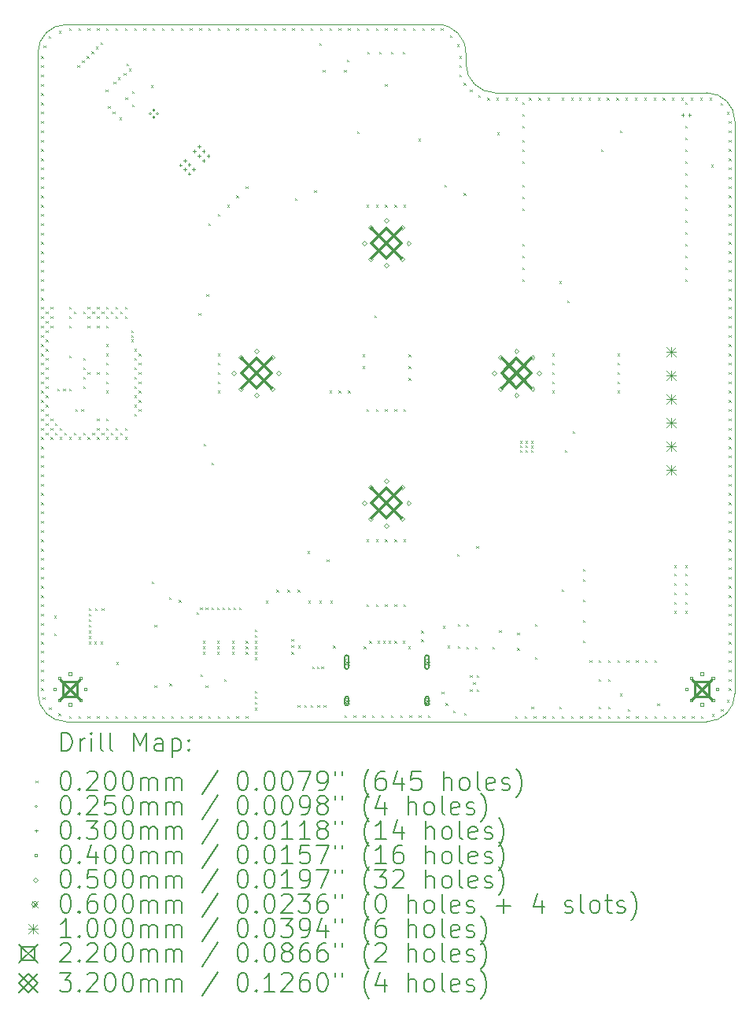
<source format=gbr>
%FSLAX45Y45*%
G04 Gerber Fmt 4.5, Leading zero omitted, Abs format (unit mm)*
G04 Created by KiCad (PCBNEW (6.0.4)) date 2022-07-14 17:54:31*
%MOMM*%
%LPD*%
G01*
G04 APERTURE LIST*
%TA.AperFunction,Profile*%
%ADD10C,0.100000*%
%TD*%
%ADD11C,0.200000*%
%ADD12C,0.020000*%
%ADD13C,0.025000*%
%ADD14C,0.030000*%
%ADD15C,0.040000*%
%ADD16C,0.050000*%
%ADD17C,0.060000*%
%ADD18C,0.100000*%
%ADD19C,0.220000*%
%ADD20C,0.320000*%
G04 APERTURE END LIST*
D10*
X20750000Y-6789138D02*
X20750000Y-12945862D01*
X13250000Y-12945862D02*
X13250000Y-6054138D01*
X20749999Y-6789138D02*
G75*
G03*
X20450000Y-6485000I-304169J-2D01*
G01*
X17855000Y-6060000D02*
G75*
G03*
X17550000Y-5750000I-305000J4960D01*
G01*
X17550000Y-5750000D02*
X13554138Y-5750000D01*
X13250000Y-12945862D02*
G75*
G03*
X13554138Y-13250000I304140J2D01*
G01*
X20445862Y-13250000D02*
G75*
G03*
X20750000Y-12945862I-2J304140D01*
G01*
X17855000Y-6060000D02*
X17855000Y-6175000D01*
X20450000Y-6485000D02*
X18170000Y-6485000D01*
X13554138Y-5750000D02*
G75*
G03*
X13250000Y-6054138I2J-304140D01*
G01*
X17855000Y-6175000D02*
G75*
G03*
X18170000Y-6485000I315000J5040D01*
G01*
X13554138Y-13250000D02*
X20445862Y-13250000D01*
D11*
D12*
X13285509Y-6190000D02*
X13305509Y-6210000D01*
X13305509Y-6190000D02*
X13285509Y-6210000D01*
X13285509Y-6690000D02*
X13305509Y-6710000D01*
X13305509Y-6690000D02*
X13285509Y-6710000D01*
X13285509Y-6990000D02*
X13305509Y-7010000D01*
X13305509Y-6990000D02*
X13285509Y-7010000D01*
X13285509Y-8190000D02*
X13305509Y-8210000D01*
X13305509Y-8190000D02*
X13285509Y-8210000D01*
X13285509Y-8690000D02*
X13305509Y-8710000D01*
X13305509Y-8690000D02*
X13285509Y-8710000D01*
X13285509Y-8990000D02*
X13305509Y-9010000D01*
X13305509Y-8990000D02*
X13285509Y-9010000D01*
X13285509Y-10190000D02*
X13305509Y-10210000D01*
X13305509Y-10190000D02*
X13285509Y-10210000D01*
X13285509Y-10690000D02*
X13305509Y-10710000D01*
X13305509Y-10690000D02*
X13285509Y-10710000D01*
X13285509Y-10990000D02*
X13305509Y-11010000D01*
X13305509Y-10990000D02*
X13285509Y-11010000D01*
X13285509Y-12190000D02*
X13305509Y-12210000D01*
X13305509Y-12190000D02*
X13285509Y-12210000D01*
X13285509Y-12690000D02*
X13305509Y-12710000D01*
X13305509Y-12690000D02*
X13285509Y-12710000D01*
X13285509Y-6090000D02*
X13305509Y-6110000D01*
X13305509Y-6090000D02*
X13285509Y-6110000D01*
X13285509Y-6290000D02*
X13305509Y-6310000D01*
X13305509Y-6290000D02*
X13285509Y-6310000D01*
X13285509Y-6390000D02*
X13305509Y-6410000D01*
X13305509Y-6390000D02*
X13285509Y-6410000D01*
X13285509Y-6590000D02*
X13305509Y-6610000D01*
X13305509Y-6590000D02*
X13285509Y-6610000D01*
X13285509Y-6790000D02*
X13305509Y-6810000D01*
X13305509Y-6790000D02*
X13285509Y-6810000D01*
X13285509Y-6890000D02*
X13305509Y-6910000D01*
X13305509Y-6890000D02*
X13285509Y-6910000D01*
X13285509Y-7090000D02*
X13305509Y-7110000D01*
X13305509Y-7090000D02*
X13285509Y-7110000D01*
X13285509Y-7190000D02*
X13305509Y-7210000D01*
X13305509Y-7190000D02*
X13285509Y-7210000D01*
X13285509Y-7290000D02*
X13305509Y-7310000D01*
X13305509Y-7290000D02*
X13285509Y-7310000D01*
X13285509Y-7490000D02*
X13305509Y-7510000D01*
X13305509Y-7490000D02*
X13285509Y-7510000D01*
X13285509Y-7590000D02*
X13305509Y-7610000D01*
X13305509Y-7590000D02*
X13285509Y-7610000D01*
X13285509Y-7690000D02*
X13305509Y-7710000D01*
X13305509Y-7690000D02*
X13285509Y-7710000D01*
X13285509Y-7790000D02*
X13305509Y-7810000D01*
X13305509Y-7790000D02*
X13285509Y-7810000D01*
X13285509Y-7890000D02*
X13305509Y-7910000D01*
X13305509Y-7890000D02*
X13285509Y-7910000D01*
X13285509Y-7990000D02*
X13305509Y-8010000D01*
X13305509Y-7990000D02*
X13285509Y-8010000D01*
X13285509Y-8090000D02*
X13305509Y-8110000D01*
X13305509Y-8090000D02*
X13285509Y-8110000D01*
X13285509Y-8290000D02*
X13305509Y-8310000D01*
X13305509Y-8290000D02*
X13285509Y-8310000D01*
X13285509Y-8390000D02*
X13305509Y-8410000D01*
X13305509Y-8390000D02*
X13285509Y-8410000D01*
X13285509Y-8590000D02*
X13305509Y-8610000D01*
X13305509Y-8590000D02*
X13285509Y-8610000D01*
X13285509Y-8790000D02*
X13305509Y-8810000D01*
X13305509Y-8790000D02*
X13285509Y-8810000D01*
X13285509Y-8890000D02*
X13305509Y-8910000D01*
X13305509Y-8890000D02*
X13285509Y-8910000D01*
X13285509Y-9090000D02*
X13305509Y-9110000D01*
X13305509Y-9090000D02*
X13285509Y-9110000D01*
X13285509Y-9190000D02*
X13305509Y-9210000D01*
X13305509Y-9190000D02*
X13285509Y-9210000D01*
X13285509Y-9290000D02*
X13305509Y-9310000D01*
X13305509Y-9290000D02*
X13285509Y-9310000D01*
X13285509Y-9490000D02*
X13305509Y-9510000D01*
X13305509Y-9490000D02*
X13285509Y-9510000D01*
X13285509Y-9590000D02*
X13305509Y-9610000D01*
X13305509Y-9590000D02*
X13285509Y-9610000D01*
X13285509Y-9690000D02*
X13305509Y-9710000D01*
X13305509Y-9690000D02*
X13285509Y-9710000D01*
X13285509Y-9790000D02*
X13305509Y-9810000D01*
X13305509Y-9790000D02*
X13285509Y-9810000D01*
X13285509Y-9890000D02*
X13305509Y-9910000D01*
X13305509Y-9890000D02*
X13285509Y-9910000D01*
X13285509Y-9990000D02*
X13305509Y-10010000D01*
X13305509Y-9990000D02*
X13285509Y-10010000D01*
X13285509Y-10090000D02*
X13305509Y-10110000D01*
X13305509Y-10090000D02*
X13285509Y-10110000D01*
X13285509Y-10290000D02*
X13305509Y-10310000D01*
X13305509Y-10290000D02*
X13285509Y-10310000D01*
X13285509Y-10390000D02*
X13305509Y-10410000D01*
X13305509Y-10390000D02*
X13285509Y-10410000D01*
X13285509Y-10590000D02*
X13305509Y-10610000D01*
X13305509Y-10590000D02*
X13285509Y-10610000D01*
X13285509Y-10790000D02*
X13305509Y-10810000D01*
X13305509Y-10790000D02*
X13285509Y-10810000D01*
X13285509Y-10890000D02*
X13305509Y-10910000D01*
X13305509Y-10890000D02*
X13285509Y-10910000D01*
X13285509Y-11090000D02*
X13305509Y-11110000D01*
X13305509Y-11090000D02*
X13285509Y-11110000D01*
X13285509Y-11190000D02*
X13305509Y-11210000D01*
X13305509Y-11190000D02*
X13285509Y-11210000D01*
X13285509Y-11290000D02*
X13305509Y-11310000D01*
X13305509Y-11290000D02*
X13285509Y-11310000D01*
X13285509Y-11490000D02*
X13305509Y-11510000D01*
X13305509Y-11490000D02*
X13285509Y-11510000D01*
X13285509Y-11590000D02*
X13305509Y-11610000D01*
X13305509Y-11590000D02*
X13285509Y-11610000D01*
X13285509Y-11690000D02*
X13305509Y-11710000D01*
X13305509Y-11690000D02*
X13285509Y-11710000D01*
X13285509Y-11790000D02*
X13305509Y-11810000D01*
X13305509Y-11790000D02*
X13285509Y-11810000D01*
X13285509Y-11890000D02*
X13305509Y-11910000D01*
X13305509Y-11890000D02*
X13285509Y-11910000D01*
X13285509Y-11990000D02*
X13305509Y-12010000D01*
X13305509Y-11990000D02*
X13285509Y-12010000D01*
X13285509Y-12090000D02*
X13305509Y-12110000D01*
X13305509Y-12090000D02*
X13285509Y-12110000D01*
X13285509Y-12290000D02*
X13305509Y-12310000D01*
X13305509Y-12290000D02*
X13285509Y-12310000D01*
X13285509Y-12390000D02*
X13305509Y-12410000D01*
X13305509Y-12390000D02*
X13285509Y-12410000D01*
X13285509Y-12590000D02*
X13305509Y-12610000D01*
X13305509Y-12590000D02*
X13285509Y-12610000D01*
X13285509Y-12790000D02*
X13305509Y-12810000D01*
X13305509Y-12790000D02*
X13285509Y-12810000D01*
X13285509Y-12890000D02*
X13305509Y-12910000D01*
X13305509Y-12890000D02*
X13285509Y-12910000D01*
X13285509Y-6490000D02*
X13305509Y-6510000D01*
X13305509Y-6490000D02*
X13285509Y-6510000D01*
X13285509Y-7390000D02*
X13305509Y-7410000D01*
X13305509Y-7390000D02*
X13285509Y-7410000D01*
X13285509Y-8490000D02*
X13305509Y-8510000D01*
X13305509Y-8490000D02*
X13285509Y-8510000D01*
X13285509Y-9390000D02*
X13305509Y-9410000D01*
X13305509Y-9390000D02*
X13285509Y-9410000D01*
X13285509Y-10490000D02*
X13305509Y-10510000D01*
X13305509Y-10490000D02*
X13285509Y-10510000D01*
X13285509Y-11390000D02*
X13305509Y-11410000D01*
X13305509Y-11390000D02*
X13285509Y-11410000D01*
X13285509Y-12490000D02*
X13305509Y-12510000D01*
X13305509Y-12490000D02*
X13285509Y-12510000D01*
X13302509Y-12988000D02*
X13322509Y-13008000D01*
X13322509Y-12988000D02*
X13302509Y-13008000D01*
X13311509Y-5979000D02*
X13331509Y-5999000D01*
X13331509Y-5979000D02*
X13311509Y-5999000D01*
X13335509Y-8840000D02*
X13355509Y-8860000D01*
X13355509Y-8840000D02*
X13335509Y-8860000D01*
X13335509Y-8940000D02*
X13355509Y-8960000D01*
X13355509Y-8940000D02*
X13335509Y-8960000D01*
X13335509Y-9040000D02*
X13355509Y-9060000D01*
X13355509Y-9040000D02*
X13335509Y-9060000D01*
X13335509Y-9140000D02*
X13355509Y-9160000D01*
X13355509Y-9140000D02*
X13335509Y-9160000D01*
X13335509Y-9240000D02*
X13355509Y-9260000D01*
X13355509Y-9240000D02*
X13335509Y-9260000D01*
X13335509Y-9340000D02*
X13355509Y-9360000D01*
X13355509Y-9340000D02*
X13335509Y-9360000D01*
X13335509Y-9440000D02*
X13355509Y-9460000D01*
X13355509Y-9440000D02*
X13335509Y-9460000D01*
X13335509Y-9540000D02*
X13355509Y-9560000D01*
X13355509Y-9540000D02*
X13335509Y-9560000D01*
X13335509Y-9640000D02*
X13355509Y-9660000D01*
X13355509Y-9640000D02*
X13335509Y-9660000D01*
X13335509Y-9740000D02*
X13355509Y-9760000D01*
X13355509Y-9740000D02*
X13335509Y-9760000D01*
X13335509Y-9840000D02*
X13355509Y-9860000D01*
X13355509Y-9840000D02*
X13335509Y-9860000D01*
X13335509Y-9940000D02*
X13355509Y-9960000D01*
X13355509Y-9940000D02*
X13335509Y-9960000D01*
X13335509Y-10040000D02*
X13355509Y-10060000D01*
X13355509Y-10040000D02*
X13335509Y-10060000D01*
X13335509Y-10140000D02*
X13355509Y-10160000D01*
X13355509Y-10140000D02*
X13335509Y-10160000D01*
X13367509Y-5877000D02*
X13387509Y-5897000D01*
X13387509Y-5877000D02*
X13367509Y-5897000D01*
X13370509Y-13095000D02*
X13390509Y-13115000D01*
X13390509Y-13095000D02*
X13370509Y-13115000D01*
X13385509Y-8790000D02*
X13405509Y-8810000D01*
X13405509Y-8790000D02*
X13385509Y-8810000D01*
X13385509Y-8890000D02*
X13405509Y-8910000D01*
X13405509Y-8890000D02*
X13385509Y-8910000D01*
X13385509Y-8990000D02*
X13405509Y-9010000D01*
X13405509Y-8990000D02*
X13385509Y-9010000D01*
X13385509Y-9990000D02*
X13405509Y-10010000D01*
X13405509Y-9990000D02*
X13385509Y-10010000D01*
X13385509Y-10090000D02*
X13405509Y-10110000D01*
X13405509Y-10090000D02*
X13385509Y-10110000D01*
X13385509Y-10190000D02*
X13405509Y-10210000D01*
X13405509Y-10190000D02*
X13385509Y-10210000D01*
X13425509Y-12110000D02*
X13445509Y-12130000D01*
X13445509Y-12110000D02*
X13425509Y-12130000D01*
X13425509Y-12300000D02*
X13445509Y-12320000D01*
X13445509Y-12300000D02*
X13425509Y-12320000D01*
X13435509Y-10040000D02*
X13455509Y-10060000D01*
X13455509Y-10040000D02*
X13435509Y-10060000D01*
X13435509Y-10140000D02*
X13455509Y-10160000D01*
X13455509Y-10140000D02*
X13435509Y-10160000D01*
X13458009Y-9670000D02*
X13478009Y-9690000D01*
X13478009Y-9670000D02*
X13458009Y-9690000D01*
X13470509Y-13161000D02*
X13490509Y-13181000D01*
X13490509Y-13161000D02*
X13470509Y-13181000D01*
X13474509Y-5821000D02*
X13494509Y-5841000D01*
X13494509Y-5821000D02*
X13474509Y-5841000D01*
X13485509Y-10090000D02*
X13505509Y-10110000D01*
X13505509Y-10090000D02*
X13485509Y-10110000D01*
X13485509Y-10190000D02*
X13505509Y-10210000D01*
X13505509Y-10190000D02*
X13485509Y-10210000D01*
X13523009Y-9670000D02*
X13543009Y-9690000D01*
X13543009Y-9670000D02*
X13523009Y-9690000D01*
X13535509Y-10140000D02*
X13555509Y-10160000D01*
X13555509Y-10140000D02*
X13535509Y-10160000D01*
X13585509Y-5790000D02*
X13605509Y-5810000D01*
X13605509Y-5790000D02*
X13585509Y-5810000D01*
X13585509Y-8790000D02*
X13605509Y-8810000D01*
X13605509Y-8790000D02*
X13585509Y-8810000D01*
X13585509Y-8890000D02*
X13605509Y-8910000D01*
X13605509Y-8890000D02*
X13585509Y-8910000D01*
X13585509Y-8990000D02*
X13605509Y-9010000D01*
X13605509Y-8990000D02*
X13585509Y-9010000D01*
X13585509Y-10190000D02*
X13605509Y-10210000D01*
X13605509Y-10190000D02*
X13585509Y-10210000D01*
X13585509Y-13190000D02*
X13605509Y-13210000D01*
X13605509Y-13190000D02*
X13585509Y-13210000D01*
X13588009Y-9310000D02*
X13608009Y-9330000D01*
X13608009Y-9310000D02*
X13588009Y-9330000D01*
X13588009Y-9670000D02*
X13608009Y-9690000D01*
X13608009Y-9670000D02*
X13588009Y-9690000D01*
X13635509Y-8840000D02*
X13655509Y-8860000D01*
X13655509Y-8840000D02*
X13635509Y-8860000D01*
X13635509Y-10140000D02*
X13655509Y-10160000D01*
X13655509Y-10140000D02*
X13635509Y-10160000D01*
X13652509Y-9890000D02*
X13672509Y-9910000D01*
X13672509Y-9890000D02*
X13652509Y-9910000D01*
X13675509Y-6190000D02*
X13695509Y-6210000D01*
X13695509Y-6190000D02*
X13675509Y-6210000D01*
X13685509Y-5790000D02*
X13705509Y-5810000D01*
X13705509Y-5790000D02*
X13685509Y-5810000D01*
X13685509Y-10190000D02*
X13705509Y-10210000D01*
X13705509Y-10190000D02*
X13685509Y-10210000D01*
X13685509Y-13190000D02*
X13705509Y-13210000D01*
X13705509Y-13190000D02*
X13685509Y-13210000D01*
X13718009Y-9890000D02*
X13738009Y-9910000D01*
X13738009Y-9890000D02*
X13718009Y-9910000D01*
X13725509Y-6140000D02*
X13745509Y-6160000D01*
X13745509Y-6140000D02*
X13725509Y-6160000D01*
X13735509Y-8840000D02*
X13755509Y-8860000D01*
X13755509Y-8840000D02*
X13735509Y-8860000D01*
X13735509Y-9340000D02*
X13755509Y-9360000D01*
X13755509Y-9340000D02*
X13735509Y-9360000D01*
X13735509Y-9440000D02*
X13755509Y-9460000D01*
X13755509Y-9440000D02*
X13735509Y-9460000D01*
X13735509Y-9540000D02*
X13755509Y-9560000D01*
X13755509Y-9540000D02*
X13735509Y-9560000D01*
X13735509Y-9640000D02*
X13755509Y-9660000D01*
X13755509Y-9640000D02*
X13735509Y-9660000D01*
X13735509Y-10140000D02*
X13755509Y-10160000D01*
X13755509Y-10140000D02*
X13735509Y-10160000D01*
X13775509Y-6090000D02*
X13795509Y-6110000D01*
X13795509Y-6090000D02*
X13775509Y-6110000D01*
X13785509Y-5790000D02*
X13805509Y-5810000D01*
X13805509Y-5790000D02*
X13785509Y-5810000D01*
X13785509Y-8790000D02*
X13805509Y-8810000D01*
X13805509Y-8790000D02*
X13785509Y-8810000D01*
X13785509Y-8890000D02*
X13805509Y-8910000D01*
X13805509Y-8890000D02*
X13785509Y-8910000D01*
X13785509Y-8990000D02*
X13805509Y-9010000D01*
X13805509Y-8990000D02*
X13785509Y-9010000D01*
X13785509Y-9490000D02*
X13805509Y-9510000D01*
X13805509Y-9490000D02*
X13785509Y-9510000D01*
X13785509Y-10190000D02*
X13805509Y-10210000D01*
X13805509Y-10190000D02*
X13785509Y-10210000D01*
X13785509Y-13190000D02*
X13805509Y-13210000D01*
X13805509Y-13190000D02*
X13785509Y-13210000D01*
X13795509Y-12030000D02*
X13815509Y-12050000D01*
X13815509Y-12030000D02*
X13795509Y-12050000D01*
X13795509Y-12090000D02*
X13815509Y-12110000D01*
X13815509Y-12090000D02*
X13795509Y-12110000D01*
X13795509Y-12150000D02*
X13815509Y-12170000D01*
X13815509Y-12150000D02*
X13795509Y-12170000D01*
X13795509Y-12210000D02*
X13815509Y-12230000D01*
X13815509Y-12210000D02*
X13795509Y-12230000D01*
X13795509Y-12270000D02*
X13815509Y-12290000D01*
X13815509Y-12270000D02*
X13795509Y-12290000D01*
X13795509Y-12330000D02*
X13815509Y-12350000D01*
X13815509Y-12330000D02*
X13795509Y-12350000D01*
X13795509Y-12390000D02*
X13815509Y-12410000D01*
X13815509Y-12390000D02*
X13795509Y-12410000D01*
X13825509Y-6040000D02*
X13845509Y-6060000D01*
X13845509Y-6040000D02*
X13825509Y-6060000D01*
X13835509Y-8840000D02*
X13855509Y-8860000D01*
X13855509Y-8840000D02*
X13835509Y-8860000D01*
X13835509Y-10140000D02*
X13855509Y-10160000D01*
X13855509Y-10140000D02*
X13835509Y-10160000D01*
X13855509Y-12390000D02*
X13875509Y-12410000D01*
X13875509Y-12390000D02*
X13855509Y-12410000D01*
X13865509Y-12030000D02*
X13885509Y-12050000D01*
X13885509Y-12030000D02*
X13865509Y-12050000D01*
X13875509Y-5990000D02*
X13895509Y-6010000D01*
X13895509Y-5990000D02*
X13875509Y-6010000D01*
X13885509Y-5790000D02*
X13905509Y-5810000D01*
X13905509Y-5790000D02*
X13885509Y-5810000D01*
X13885509Y-8790000D02*
X13905509Y-8810000D01*
X13905509Y-8790000D02*
X13885509Y-8810000D01*
X13885509Y-8890000D02*
X13905509Y-8910000D01*
X13905509Y-8890000D02*
X13885509Y-8910000D01*
X13885509Y-8990000D02*
X13905509Y-9010000D01*
X13905509Y-8990000D02*
X13885509Y-9010000D01*
X13885509Y-9490000D02*
X13905509Y-9510000D01*
X13905509Y-9490000D02*
X13885509Y-9510000D01*
X13885509Y-9990000D02*
X13905509Y-10010000D01*
X13905509Y-9990000D02*
X13885509Y-10010000D01*
X13885509Y-10090000D02*
X13905509Y-10110000D01*
X13905509Y-10090000D02*
X13885509Y-10110000D01*
X13885509Y-10190000D02*
X13905509Y-10210000D01*
X13905509Y-10190000D02*
X13885509Y-10210000D01*
X13885509Y-13190000D02*
X13905509Y-13210000D01*
X13905509Y-13190000D02*
X13885509Y-13210000D01*
X13925509Y-5940000D02*
X13945509Y-5960000D01*
X13945509Y-5940000D02*
X13925509Y-5960000D01*
X13925509Y-12390000D02*
X13945509Y-12410000D01*
X13945509Y-12390000D02*
X13925509Y-12410000D01*
X13935509Y-8840000D02*
X13955509Y-8860000D01*
X13955509Y-8840000D02*
X13935509Y-8860000D01*
X13935509Y-10140000D02*
X13955509Y-10160000D01*
X13955509Y-10140000D02*
X13935509Y-10160000D01*
X13935509Y-12030000D02*
X13955509Y-12050000D01*
X13955509Y-12030000D02*
X13935509Y-12050000D01*
X13980509Y-6450000D02*
X14000509Y-6470000D01*
X14000509Y-6450000D02*
X13980509Y-6470000D01*
X13985509Y-8790000D02*
X14005509Y-8810000D01*
X14005509Y-8790000D02*
X13985509Y-8810000D01*
X13985509Y-8890000D02*
X14005509Y-8910000D01*
X14005509Y-8890000D02*
X13985509Y-8910000D01*
X13985509Y-8990000D02*
X14005509Y-9010000D01*
X14005509Y-8990000D02*
X13985509Y-9010000D01*
X13985509Y-9190000D02*
X14005509Y-9210000D01*
X14005509Y-9190000D02*
X13985509Y-9210000D01*
X13985509Y-9290000D02*
X14005509Y-9310000D01*
X14005509Y-9290000D02*
X13985509Y-9310000D01*
X13985509Y-9390000D02*
X14005509Y-9410000D01*
X14005509Y-9390000D02*
X13985509Y-9410000D01*
X13985509Y-9490000D02*
X14005509Y-9510000D01*
X14005509Y-9490000D02*
X13985509Y-9510000D01*
X13985509Y-9590000D02*
X14005509Y-9610000D01*
X14005509Y-9590000D02*
X13985509Y-9610000D01*
X13985509Y-9690000D02*
X14005509Y-9710000D01*
X14005509Y-9690000D02*
X13985509Y-9710000D01*
X13985509Y-9990000D02*
X14005509Y-10010000D01*
X14005509Y-9990000D02*
X13985509Y-10010000D01*
X13985509Y-10090000D02*
X14005509Y-10110000D01*
X14005509Y-10090000D02*
X13985509Y-10110000D01*
X13985509Y-10190000D02*
X14005509Y-10210000D01*
X14005509Y-10190000D02*
X13985509Y-10210000D01*
X13985509Y-13190000D02*
X14005509Y-13210000D01*
X14005509Y-13190000D02*
X13985509Y-13210000D01*
X13985510Y-5790000D02*
X14005510Y-5810000D01*
X14005510Y-5790000D02*
X13985510Y-5810000D01*
X14005509Y-6630000D02*
X14025509Y-6650000D01*
X14025509Y-6630000D02*
X14005509Y-6650000D01*
X14035509Y-8840000D02*
X14055509Y-8860000D01*
X14055509Y-8840000D02*
X14035509Y-8860000D01*
X14035509Y-10140000D02*
X14055509Y-10160000D01*
X14055509Y-10140000D02*
X14035509Y-10160000D01*
X14054489Y-6689592D02*
X14074489Y-6709592D01*
X14074489Y-6689592D02*
X14054489Y-6709592D01*
X14062832Y-6367678D02*
X14082832Y-6387678D01*
X14082832Y-6367678D02*
X14062832Y-6387678D01*
X14085509Y-5790000D02*
X14105509Y-5810000D01*
X14105509Y-5790000D02*
X14085509Y-5810000D01*
X14085509Y-8790000D02*
X14105509Y-8810000D01*
X14105509Y-8790000D02*
X14085509Y-8810000D01*
X14085509Y-8890000D02*
X14105509Y-8910000D01*
X14105509Y-8890000D02*
X14085509Y-8910000D01*
X14085509Y-10090000D02*
X14105509Y-10110000D01*
X14105509Y-10090000D02*
X14085509Y-10110000D01*
X14085509Y-10190000D02*
X14105509Y-10210000D01*
X14105509Y-10190000D02*
X14085509Y-10210000D01*
X14085509Y-13190000D02*
X14105509Y-13210000D01*
X14105509Y-13190000D02*
X14085509Y-13210000D01*
X14095509Y-12610000D02*
X14115509Y-12630000D01*
X14115509Y-12610000D02*
X14095509Y-12630000D01*
X14112465Y-6318045D02*
X14132465Y-6338045D01*
X14132465Y-6318045D02*
X14112465Y-6338045D01*
X14125509Y-6750000D02*
X14145509Y-6770000D01*
X14145509Y-6750000D02*
X14125509Y-6770000D01*
X14135509Y-8840000D02*
X14155509Y-8860000D01*
X14155509Y-8840000D02*
X14135509Y-8860000D01*
X14135509Y-10140000D02*
X14155509Y-10160000D01*
X14155509Y-10140000D02*
X14135509Y-10160000D01*
X14174509Y-6272000D02*
X14194509Y-6292000D01*
X14194509Y-6272000D02*
X14174509Y-6292000D01*
X14185509Y-5790000D02*
X14205509Y-5810000D01*
X14205509Y-5790000D02*
X14185509Y-5810000D01*
X14185509Y-8790000D02*
X14205509Y-8810000D01*
X14205509Y-8790000D02*
X14185509Y-8810000D01*
X14185509Y-8890000D02*
X14205509Y-8910000D01*
X14205509Y-8890000D02*
X14185509Y-8910000D01*
X14185509Y-10090000D02*
X14205509Y-10110000D01*
X14205509Y-10090000D02*
X14185509Y-10110000D01*
X14185509Y-10190000D02*
X14205509Y-10210000D01*
X14205509Y-10190000D02*
X14185509Y-10210000D01*
X14185509Y-13190000D02*
X14205509Y-13210000D01*
X14205509Y-13190000D02*
X14185509Y-13210000D01*
X14190509Y-6537469D02*
X14210509Y-6557469D01*
X14210509Y-6537469D02*
X14190509Y-6557469D01*
X14205509Y-6170000D02*
X14225509Y-6190000D01*
X14225509Y-6170000D02*
X14205509Y-6190000D01*
X14230509Y-6225000D02*
X14250509Y-6245000D01*
X14250509Y-6225000D02*
X14230509Y-6245000D01*
X14255509Y-9040000D02*
X14275509Y-9060000D01*
X14275509Y-9040000D02*
X14255509Y-9060000D01*
X14255509Y-9090000D02*
X14275509Y-9110000D01*
X14275509Y-9090000D02*
X14255509Y-9110000D01*
X14255509Y-9140000D02*
X14275509Y-9160000D01*
X14275509Y-9140000D02*
X14255509Y-9160000D01*
X14262979Y-6465000D02*
X14282979Y-6485000D01*
X14282979Y-6465000D02*
X14262979Y-6485000D01*
X14262979Y-6609185D02*
X14282979Y-6629185D01*
X14282979Y-6609185D02*
X14262979Y-6629185D01*
X14285509Y-5790000D02*
X14305509Y-5810000D01*
X14305509Y-5790000D02*
X14285509Y-5810000D01*
X14285509Y-9240000D02*
X14305509Y-9260000D01*
X14305509Y-9240000D02*
X14285509Y-9260000D01*
X14285509Y-9340000D02*
X14305509Y-9360000D01*
X14305509Y-9340000D02*
X14285509Y-9360000D01*
X14285509Y-9440000D02*
X14305509Y-9460000D01*
X14305509Y-9440000D02*
X14285509Y-9460000D01*
X14285509Y-9540000D02*
X14305509Y-9560000D01*
X14305509Y-9540000D02*
X14285509Y-9560000D01*
X14285509Y-9640000D02*
X14305509Y-9660000D01*
X14305509Y-9640000D02*
X14285509Y-9660000D01*
X14285509Y-9740000D02*
X14305509Y-9760000D01*
X14305509Y-9740000D02*
X14285509Y-9760000D01*
X14285509Y-9840000D02*
X14305509Y-9860000D01*
X14305509Y-9840000D02*
X14285509Y-9860000D01*
X14285509Y-9940000D02*
X14305509Y-9960000D01*
X14305509Y-9940000D02*
X14285509Y-9960000D01*
X14285509Y-13190000D02*
X14305509Y-13210000D01*
X14305509Y-13190000D02*
X14285509Y-13210000D01*
X14335509Y-9290000D02*
X14355509Y-9310000D01*
X14355509Y-9290000D02*
X14335509Y-9310000D01*
X14335509Y-9390000D02*
X14355509Y-9410000D01*
X14355509Y-9390000D02*
X14335509Y-9410000D01*
X14335509Y-9490000D02*
X14355509Y-9510000D01*
X14355509Y-9490000D02*
X14335509Y-9510000D01*
X14335509Y-9590000D02*
X14355509Y-9610000D01*
X14355509Y-9590000D02*
X14335509Y-9610000D01*
X14335509Y-9690000D02*
X14355509Y-9710000D01*
X14355509Y-9690000D02*
X14335509Y-9710000D01*
X14335509Y-9790000D02*
X14355509Y-9810000D01*
X14355509Y-9790000D02*
X14335509Y-9810000D01*
X14335509Y-9890000D02*
X14355509Y-9910000D01*
X14355509Y-9890000D02*
X14335509Y-9910000D01*
X14385509Y-5790000D02*
X14405509Y-5810000D01*
X14405509Y-5790000D02*
X14385509Y-5810000D01*
X14385509Y-13190000D02*
X14405509Y-13210000D01*
X14405509Y-13190000D02*
X14385509Y-13210000D01*
X14467509Y-6404000D02*
X14487509Y-6424000D01*
X14487509Y-6404000D02*
X14467509Y-6424000D01*
X14475509Y-11742000D02*
X14495509Y-11762000D01*
X14495509Y-11742000D02*
X14475509Y-11762000D01*
X14485509Y-5790000D02*
X14505509Y-5810000D01*
X14505509Y-5790000D02*
X14485509Y-5810000D01*
X14485509Y-13190000D02*
X14505509Y-13210000D01*
X14505509Y-13190000D02*
X14485509Y-13210000D01*
X14505509Y-12210000D02*
X14525509Y-12230000D01*
X14525509Y-12210000D02*
X14505509Y-12230000D01*
X14505509Y-12860000D02*
X14525509Y-12880000D01*
X14525509Y-12860000D02*
X14505509Y-12880000D01*
X14585509Y-5790000D02*
X14605509Y-5810000D01*
X14605509Y-5790000D02*
X14585509Y-5810000D01*
X14585509Y-13190000D02*
X14605509Y-13210000D01*
X14605509Y-13190000D02*
X14585509Y-13210000D01*
X14660709Y-11910000D02*
X14680709Y-11930000D01*
X14680709Y-11910000D02*
X14660709Y-11930000D01*
X14665509Y-12840000D02*
X14685509Y-12860000D01*
X14685509Y-12840000D02*
X14665509Y-12860000D01*
X14685509Y-5790000D02*
X14705509Y-5810000D01*
X14705509Y-5790000D02*
X14685509Y-5810000D01*
X14685509Y-13190000D02*
X14705509Y-13210000D01*
X14705509Y-13190000D02*
X14685509Y-13210000D01*
X14765509Y-11940000D02*
X14785509Y-11960000D01*
X14785509Y-11940000D02*
X14765509Y-11960000D01*
X14785509Y-5790000D02*
X14805509Y-5810000D01*
X14805509Y-5790000D02*
X14785509Y-5810000D01*
X14785509Y-13190000D02*
X14805509Y-13210000D01*
X14805509Y-13190000D02*
X14785509Y-13210000D01*
X14885509Y-5790000D02*
X14905509Y-5810000D01*
X14905509Y-5790000D02*
X14885509Y-5810000D01*
X14885509Y-13190000D02*
X14905509Y-13210000D01*
X14905509Y-13190000D02*
X14885509Y-13210000D01*
X14954509Y-12075000D02*
X14974509Y-12095000D01*
X14974509Y-12075000D02*
X14954509Y-12095000D01*
X14976826Y-8857441D02*
X14996826Y-8877441D01*
X14996826Y-8857441D02*
X14976826Y-8877441D01*
X14985509Y-5790000D02*
X15005509Y-5810000D01*
X15005509Y-5790000D02*
X14985509Y-5810000D01*
X14985509Y-13190000D02*
X15005509Y-13210000D01*
X15005509Y-13190000D02*
X14985509Y-13210000D01*
X14995509Y-12020000D02*
X15015509Y-12040000D01*
X15015509Y-12020000D02*
X14995509Y-12040000D01*
X14997509Y-12739000D02*
X15017509Y-12759000D01*
X15017509Y-12739000D02*
X14997509Y-12759000D01*
X15025509Y-12380000D02*
X15045509Y-12400000D01*
X15045509Y-12380000D02*
X15025509Y-12400000D01*
X15025509Y-12440000D02*
X15045509Y-12460000D01*
X15045509Y-12440000D02*
X15025509Y-12460000D01*
X15025509Y-12500000D02*
X15045509Y-12520000D01*
X15045509Y-12500000D02*
X15025509Y-12520000D01*
X15033081Y-10258369D02*
X15053081Y-10278369D01*
X15053081Y-10258369D02*
X15033081Y-10278369D01*
X15055509Y-12020000D02*
X15075509Y-12040000D01*
X15075509Y-12020000D02*
X15055509Y-12040000D01*
X15055509Y-12860000D02*
X15075509Y-12880000D01*
X15075509Y-12860000D02*
X15055509Y-12880000D01*
X15062930Y-8649568D02*
X15082930Y-8669568D01*
X15082930Y-8649568D02*
X15062930Y-8669568D01*
X15085509Y-5790000D02*
X15105509Y-5810000D01*
X15105509Y-5790000D02*
X15085509Y-5810000D01*
X15085509Y-7890000D02*
X15105509Y-7910000D01*
X15105509Y-7890000D02*
X15085509Y-7910000D01*
X15085509Y-13190000D02*
X15105509Y-13210000D01*
X15105509Y-13190000D02*
X15085509Y-13210000D01*
X15115509Y-12020000D02*
X15135509Y-12040000D01*
X15135509Y-12020000D02*
X15115509Y-12040000D01*
X15119184Y-10466242D02*
X15139184Y-10486242D01*
X15139184Y-10466242D02*
X15119184Y-10486242D01*
X15175509Y-12020000D02*
X15195509Y-12040000D01*
X15195509Y-12020000D02*
X15175509Y-12040000D01*
X15175509Y-12380000D02*
X15195509Y-12400000D01*
X15195509Y-12380000D02*
X15175509Y-12400000D01*
X15175509Y-12440000D02*
X15195509Y-12460000D01*
X15195509Y-12440000D02*
X15175509Y-12460000D01*
X15175509Y-12500000D02*
X15195509Y-12520000D01*
X15195509Y-12500000D02*
X15175509Y-12520000D01*
X15185509Y-7790000D02*
X15205509Y-7810000D01*
X15205509Y-7790000D02*
X15185509Y-7810000D01*
X15185509Y-9290000D02*
X15205509Y-9310000D01*
X15205509Y-9290000D02*
X15185509Y-9310000D01*
X15185509Y-9390000D02*
X15205509Y-9410000D01*
X15205509Y-9390000D02*
X15185509Y-9410000D01*
X15185509Y-9490000D02*
X15205509Y-9510000D01*
X15205509Y-9490000D02*
X15185509Y-9510000D01*
X15185509Y-9590000D02*
X15205509Y-9610000D01*
X15205509Y-9590000D02*
X15185509Y-9610000D01*
X15185509Y-9690000D02*
X15205509Y-9710000D01*
X15205509Y-9690000D02*
X15185509Y-9710000D01*
X15185509Y-13190000D02*
X15205509Y-13210000D01*
X15205509Y-13190000D02*
X15185509Y-13210000D01*
X15185510Y-5790000D02*
X15205510Y-5810000D01*
X15205510Y-5790000D02*
X15185510Y-5810000D01*
X15235509Y-12020000D02*
X15255509Y-12040000D01*
X15255509Y-12020000D02*
X15235509Y-12040000D01*
X15255509Y-12791000D02*
X15275509Y-12811000D01*
X15275509Y-12791000D02*
X15255509Y-12811000D01*
X15285509Y-5790000D02*
X15305509Y-5810000D01*
X15305509Y-5790000D02*
X15285509Y-5810000D01*
X15285509Y-7690000D02*
X15305509Y-7710000D01*
X15305509Y-7690000D02*
X15285509Y-7710000D01*
X15285509Y-13190000D02*
X15305509Y-13210000D01*
X15305509Y-13190000D02*
X15285509Y-13210000D01*
X15295509Y-12020000D02*
X15315509Y-12040000D01*
X15315509Y-12020000D02*
X15295509Y-12040000D01*
X15335509Y-12380000D02*
X15355509Y-12400000D01*
X15355509Y-12380000D02*
X15335509Y-12400000D01*
X15335509Y-12440000D02*
X15355509Y-12460000D01*
X15355509Y-12440000D02*
X15335509Y-12460000D01*
X15335509Y-12500000D02*
X15355509Y-12520000D01*
X15355509Y-12500000D02*
X15335509Y-12520000D01*
X15355509Y-12020000D02*
X15375509Y-12040000D01*
X15375509Y-12020000D02*
X15355509Y-12040000D01*
X15385509Y-5790000D02*
X15405509Y-5810000D01*
X15405509Y-5790000D02*
X15385509Y-5810000D01*
X15385509Y-7590000D02*
X15405509Y-7610000D01*
X15405509Y-7590000D02*
X15385509Y-7610000D01*
X15385509Y-13190000D02*
X15405509Y-13210000D01*
X15405509Y-13190000D02*
X15385509Y-13210000D01*
X15415509Y-12020000D02*
X15435509Y-12040000D01*
X15435509Y-12020000D02*
X15415509Y-12040000D01*
X15485509Y-5790000D02*
X15505509Y-5810000D01*
X15505509Y-5790000D02*
X15485509Y-5810000D01*
X15485509Y-7490000D02*
X15505509Y-7510000D01*
X15505509Y-7490000D02*
X15485509Y-7510000D01*
X15485509Y-12380000D02*
X15505509Y-12400000D01*
X15505509Y-12380000D02*
X15485509Y-12400000D01*
X15485509Y-12440000D02*
X15505509Y-12460000D01*
X15505509Y-12440000D02*
X15485509Y-12460000D01*
X15485509Y-12500000D02*
X15505509Y-12520000D01*
X15505509Y-12500000D02*
X15485509Y-12520000D01*
X15485509Y-13190000D02*
X15505509Y-13210000D01*
X15505509Y-13190000D02*
X15485509Y-13210000D01*
X15585509Y-5790000D02*
X15605509Y-5810000D01*
X15605509Y-5790000D02*
X15585509Y-5810000D01*
X15585509Y-12260000D02*
X15605509Y-12280000D01*
X15605509Y-12260000D02*
X15585509Y-12280000D01*
X15585509Y-12320000D02*
X15605509Y-12340000D01*
X15605509Y-12320000D02*
X15585509Y-12340000D01*
X15585509Y-12380000D02*
X15605509Y-12400000D01*
X15605509Y-12380000D02*
X15585509Y-12400000D01*
X15585509Y-12440000D02*
X15605509Y-12460000D01*
X15605509Y-12440000D02*
X15585509Y-12460000D01*
X15585509Y-12500000D02*
X15605509Y-12520000D01*
X15605509Y-12500000D02*
X15585509Y-12520000D01*
X15585509Y-12560000D02*
X15605509Y-12580000D01*
X15605509Y-12560000D02*
X15585509Y-12580000D01*
X15585509Y-12920000D02*
X15605509Y-12940000D01*
X15605509Y-12920000D02*
X15585509Y-12940000D01*
X15585509Y-12980000D02*
X15605509Y-13000000D01*
X15605509Y-12980000D02*
X15585509Y-13000000D01*
X15585509Y-13040000D02*
X15605509Y-13060000D01*
X15605509Y-13040000D02*
X15585509Y-13060000D01*
X15585509Y-13100000D02*
X15605509Y-13120000D01*
X15605509Y-13100000D02*
X15585509Y-13120000D01*
X15685509Y-5790000D02*
X15705509Y-5810000D01*
X15705509Y-5790000D02*
X15685509Y-5810000D01*
X15701000Y-11950000D02*
X15721000Y-11970000D01*
X15721000Y-11950000D02*
X15701000Y-11970000D01*
X15785509Y-5790000D02*
X15805509Y-5810000D01*
X15805509Y-5790000D02*
X15785509Y-5810000D01*
X15815509Y-11830000D02*
X15835509Y-11850000D01*
X15835509Y-11830000D02*
X15815509Y-11850000D01*
X15885509Y-5790000D02*
X15905509Y-5810000D01*
X15905509Y-5790000D02*
X15885509Y-5810000D01*
X15935509Y-11830000D02*
X15955509Y-11850000D01*
X15955509Y-11830000D02*
X15935509Y-11850000D01*
X15976000Y-12358000D02*
X15996000Y-12378000D01*
X15996000Y-12358000D02*
X15976000Y-12378000D01*
X15976000Y-12430000D02*
X15996000Y-12450000D01*
X15996000Y-12430000D02*
X15976000Y-12450000D01*
X15976000Y-12500000D02*
X15996000Y-12520000D01*
X15996000Y-12500000D02*
X15976000Y-12520000D01*
X15985509Y-5790000D02*
X16005509Y-5810000D01*
X16005509Y-5790000D02*
X15985509Y-5810000D01*
X16013758Y-7619184D02*
X16033758Y-7639184D01*
X16033758Y-7619184D02*
X16013758Y-7639184D01*
X16045509Y-11830000D02*
X16065509Y-11850000D01*
X16065509Y-11830000D02*
X16045509Y-11850000D01*
X16045509Y-13070000D02*
X16065509Y-13090000D01*
X16065509Y-13070000D02*
X16045509Y-13090000D01*
X16047000Y-12432000D02*
X16067000Y-12452000D01*
X16067000Y-12432000D02*
X16047000Y-12452000D01*
X16085509Y-5790000D02*
X16105509Y-5810000D01*
X16105509Y-5790000D02*
X16085509Y-5810000D01*
X16115509Y-13070000D02*
X16135509Y-13090000D01*
X16135509Y-13070000D02*
X16115509Y-13090000D01*
X16149568Y-11417070D02*
X16169568Y-11437070D01*
X16169568Y-11417070D02*
X16149568Y-11437070D01*
X16161666Y-11950000D02*
X16181666Y-11970000D01*
X16181666Y-11950000D02*
X16161666Y-11970000D01*
X16185509Y-5790000D02*
X16205509Y-5810000D01*
X16205509Y-5790000D02*
X16185509Y-5810000D01*
X16185509Y-13070000D02*
X16205509Y-13090000D01*
X16205509Y-13070000D02*
X16185509Y-13090000D01*
X16203000Y-12659000D02*
X16223000Y-12679000D01*
X16223000Y-12659000D02*
X16203000Y-12679000D01*
X16221631Y-7533081D02*
X16241631Y-7553081D01*
X16241631Y-7533081D02*
X16221631Y-7553081D01*
X16251000Y-12659000D02*
X16271000Y-12679000D01*
X16271000Y-12659000D02*
X16251000Y-12679000D01*
X16255509Y-13070000D02*
X16275509Y-13090000D01*
X16275509Y-13070000D02*
X16255509Y-13090000D01*
X16275509Y-5951250D02*
X16295509Y-5971250D01*
X16295509Y-5951250D02*
X16275509Y-5971250D01*
X16277333Y-11950000D02*
X16297333Y-11970000D01*
X16297333Y-11950000D02*
X16277333Y-11970000D01*
X16285509Y-5790000D02*
X16305509Y-5810000D01*
X16305509Y-5790000D02*
X16285509Y-5810000D01*
X16298000Y-12659000D02*
X16318000Y-12679000D01*
X16318000Y-12659000D02*
X16298000Y-12679000D01*
X16315509Y-6239500D02*
X16335509Y-6259500D01*
X16335509Y-6239500D02*
X16315509Y-6259500D01*
X16325509Y-13070000D02*
X16345509Y-13090000D01*
X16345509Y-13070000D02*
X16325509Y-13090000D01*
X16357441Y-11503174D02*
X16377441Y-11523174D01*
X16377441Y-11503174D02*
X16357441Y-11523174D01*
X16385509Y-9690000D02*
X16405509Y-9710000D01*
X16405509Y-9690000D02*
X16385509Y-9710000D01*
X16385510Y-5790000D02*
X16405510Y-5810000D01*
X16405510Y-5790000D02*
X16385510Y-5810000D01*
X16395509Y-11950000D02*
X16415509Y-11970000D01*
X16415509Y-11950000D02*
X16395509Y-11970000D01*
X16425509Y-12432000D02*
X16445509Y-12452000D01*
X16445509Y-12432000D02*
X16425509Y-12452000D01*
X16485509Y-5790000D02*
X16505509Y-5810000D01*
X16505509Y-5790000D02*
X16485509Y-5810000D01*
X16485509Y-9690000D02*
X16505509Y-9710000D01*
X16505509Y-9690000D02*
X16485509Y-9710000D01*
X16545509Y-6240000D02*
X16565509Y-6260000D01*
X16565509Y-6240000D02*
X16545509Y-6260000D01*
X16547509Y-13181000D02*
X16567509Y-13201000D01*
X16567509Y-13181000D02*
X16547509Y-13201000D01*
X16572759Y-6128750D02*
X16592759Y-6148750D01*
X16592759Y-6128750D02*
X16572759Y-6148750D01*
X16585509Y-5790000D02*
X16605509Y-5810000D01*
X16605509Y-5790000D02*
X16585509Y-5810000D01*
X16585509Y-9690000D02*
X16605509Y-9710000D01*
X16605509Y-9690000D02*
X16585509Y-9710000D01*
X16647509Y-13181000D02*
X16667509Y-13201000D01*
X16667509Y-13181000D02*
X16647509Y-13201000D01*
X16685509Y-5790000D02*
X16705509Y-5810000D01*
X16705509Y-5790000D02*
X16685509Y-5810000D01*
X16685509Y-6900000D02*
X16705509Y-6920000D01*
X16705509Y-6900000D02*
X16685509Y-6920000D01*
X16742500Y-9299500D02*
X16762500Y-9319500D01*
X16762500Y-9299500D02*
X16742500Y-9319500D01*
X16742500Y-9426500D02*
X16762500Y-9446500D01*
X16762500Y-9426500D02*
X16742500Y-9446500D01*
X16747509Y-13181000D02*
X16767509Y-13201000D01*
X16767509Y-13181000D02*
X16747509Y-13201000D01*
X16755509Y-12440000D02*
X16775509Y-12460000D01*
X16775509Y-12440000D02*
X16755509Y-12460000D01*
X16785509Y-5790000D02*
X16805509Y-5810000D01*
X16805509Y-5790000D02*
X16785509Y-5810000D01*
X16785509Y-7690000D02*
X16805509Y-7710000D01*
X16805509Y-7690000D02*
X16785509Y-7710000D01*
X16785509Y-9890000D02*
X16805509Y-9910000D01*
X16805509Y-9890000D02*
X16785509Y-9910000D01*
X16785509Y-11290000D02*
X16805509Y-11310000D01*
X16805509Y-11290000D02*
X16785509Y-11310000D01*
X16785509Y-11990000D02*
X16805509Y-12010000D01*
X16805509Y-11990000D02*
X16785509Y-12010000D01*
X16794009Y-6044750D02*
X16814009Y-6064750D01*
X16814009Y-6044750D02*
X16794009Y-6064750D01*
X16815509Y-12380000D02*
X16835509Y-12400000D01*
X16835509Y-12380000D02*
X16815509Y-12400000D01*
X16847509Y-13181000D02*
X16867509Y-13201000D01*
X16867509Y-13181000D02*
X16847509Y-13201000D01*
X16871759Y-8880001D02*
X16891759Y-8900001D01*
X16891759Y-8880001D02*
X16871759Y-8900001D01*
X16885509Y-5790000D02*
X16905509Y-5810000D01*
X16905509Y-5790000D02*
X16885509Y-5810000D01*
X16885509Y-7690000D02*
X16905509Y-7710000D01*
X16905509Y-7690000D02*
X16885509Y-7710000D01*
X16885509Y-9890000D02*
X16905509Y-9910000D01*
X16905509Y-9890000D02*
X16885509Y-9910000D01*
X16885509Y-11290000D02*
X16905509Y-11310000D01*
X16905509Y-11290000D02*
X16885509Y-11310000D01*
X16885509Y-11990000D02*
X16905509Y-12010000D01*
X16905509Y-11990000D02*
X16885509Y-12010000D01*
X16905509Y-12380000D02*
X16925509Y-12400000D01*
X16925509Y-12380000D02*
X16905509Y-12400000D01*
X16921009Y-6044750D02*
X16941009Y-6064750D01*
X16941009Y-6044750D02*
X16921009Y-6064750D01*
X16947509Y-13181000D02*
X16967509Y-13201000D01*
X16967509Y-13181000D02*
X16947509Y-13201000D01*
X16965509Y-12380000D02*
X16985509Y-12400000D01*
X16985509Y-12380000D02*
X16965509Y-12400000D01*
X16985509Y-5790000D02*
X17005509Y-5810000D01*
X17005509Y-5790000D02*
X16985509Y-5810000D01*
X16985509Y-6390000D02*
X17005509Y-6410000D01*
X17005509Y-6390000D02*
X16985509Y-6410000D01*
X16985509Y-7690000D02*
X17005509Y-7710000D01*
X17005509Y-7690000D02*
X16985509Y-7710000D01*
X16985509Y-9890000D02*
X17005509Y-9910000D01*
X17005509Y-9890000D02*
X16985509Y-9910000D01*
X16985509Y-11290000D02*
X17005509Y-11310000D01*
X17005509Y-11290000D02*
X16985509Y-11310000D01*
X16985509Y-11990000D02*
X17005509Y-12010000D01*
X17005509Y-11990000D02*
X16985509Y-12010000D01*
X17025509Y-12380000D02*
X17045509Y-12400000D01*
X17045509Y-12380000D02*
X17025509Y-12400000D01*
X17047509Y-13181000D02*
X17067509Y-13201000D01*
X17067509Y-13181000D02*
X17047509Y-13201000D01*
X17048009Y-6044750D02*
X17068009Y-6064750D01*
X17068009Y-6044750D02*
X17048009Y-6064750D01*
X17085509Y-5790000D02*
X17105509Y-5810000D01*
X17105509Y-5790000D02*
X17085509Y-5810000D01*
X17085509Y-7690000D02*
X17105509Y-7710000D01*
X17105509Y-7690000D02*
X17085509Y-7710000D01*
X17085509Y-9890000D02*
X17105509Y-9910000D01*
X17105509Y-9890000D02*
X17085509Y-9910000D01*
X17085509Y-11290000D02*
X17105509Y-11310000D01*
X17105509Y-11290000D02*
X17085509Y-11310000D01*
X17085509Y-11990000D02*
X17105509Y-12010000D01*
X17105509Y-11990000D02*
X17085509Y-12010000D01*
X17085509Y-12380000D02*
X17105509Y-12400000D01*
X17105509Y-12380000D02*
X17085509Y-12400000D01*
X17147509Y-13181000D02*
X17167509Y-13201000D01*
X17167509Y-13181000D02*
X17147509Y-13201000D01*
X17175009Y-6044750D02*
X17195009Y-6064750D01*
X17195009Y-6044750D02*
X17175009Y-6064750D01*
X17175509Y-12380000D02*
X17195509Y-12400000D01*
X17195509Y-12380000D02*
X17175509Y-12400000D01*
X17185509Y-5790000D02*
X17205509Y-5810000D01*
X17205509Y-5790000D02*
X17185509Y-5810000D01*
X17185509Y-7690000D02*
X17205509Y-7710000D01*
X17205509Y-7690000D02*
X17185509Y-7710000D01*
X17185509Y-9890000D02*
X17205509Y-9910000D01*
X17205509Y-9890000D02*
X17185509Y-9910000D01*
X17185509Y-11290000D02*
X17205509Y-11310000D01*
X17205509Y-11290000D02*
X17185509Y-11310000D01*
X17185509Y-11990000D02*
X17205509Y-12010000D01*
X17205509Y-11990000D02*
X17185509Y-12010000D01*
X17235509Y-12441255D02*
X17255509Y-12461255D01*
X17255509Y-12441255D02*
X17235509Y-12461255D01*
X17237500Y-9299500D02*
X17257500Y-9319500D01*
X17257500Y-9299500D02*
X17237500Y-9319500D01*
X17237500Y-9426500D02*
X17257500Y-9446500D01*
X17257500Y-9426500D02*
X17237500Y-9446500D01*
X17237500Y-9553500D02*
X17257500Y-9573500D01*
X17257500Y-9553500D02*
X17237500Y-9573500D01*
X17247509Y-13181000D02*
X17267509Y-13201000D01*
X17267509Y-13181000D02*
X17247509Y-13201000D01*
X17285509Y-5790000D02*
X17305509Y-5810000D01*
X17305509Y-5790000D02*
X17285509Y-5810000D01*
X17345509Y-6980000D02*
X17365509Y-7000000D01*
X17365509Y-6980000D02*
X17345509Y-7000000D01*
X17347509Y-13181000D02*
X17367509Y-13201000D01*
X17367509Y-13181000D02*
X17347509Y-13201000D01*
X17375509Y-12270000D02*
X17395509Y-12290000D01*
X17395509Y-12270000D02*
X17375509Y-12290000D01*
X17375509Y-12366000D02*
X17395509Y-12386000D01*
X17395509Y-12366000D02*
X17375509Y-12386000D01*
X17385509Y-5790000D02*
X17405509Y-5810000D01*
X17405509Y-5790000D02*
X17385509Y-5810000D01*
X17447509Y-13181000D02*
X17467509Y-13201000D01*
X17467509Y-13181000D02*
X17447509Y-13201000D01*
X17485509Y-5790000D02*
X17505509Y-5810000D01*
X17505509Y-5790000D02*
X17485509Y-5810000D01*
X17585510Y-5790000D02*
X17605510Y-5810000D01*
X17605510Y-5790000D02*
X17585510Y-5810000D01*
X17593000Y-12927000D02*
X17613000Y-12947000D01*
X17613000Y-12927000D02*
X17593000Y-12947000D01*
X17605509Y-12220000D02*
X17625509Y-12240000D01*
X17625509Y-12220000D02*
X17605509Y-12240000D01*
X17622559Y-7476826D02*
X17642559Y-7496826D01*
X17642559Y-7476826D02*
X17622559Y-7496826D01*
X17635509Y-13050000D02*
X17655509Y-13070000D01*
X17655509Y-13050000D02*
X17635509Y-13070000D01*
X17659000Y-12433000D02*
X17679000Y-12453000D01*
X17679000Y-12433000D02*
X17659000Y-12453000D01*
X17683509Y-5866000D02*
X17703509Y-5886000D01*
X17703509Y-5866000D02*
X17683509Y-5886000D01*
X17715509Y-13130000D02*
X17735509Y-13150000D01*
X17735509Y-13130000D02*
X17715509Y-13150000D01*
X17758369Y-11446919D02*
X17778369Y-11466919D01*
X17778369Y-11446919D02*
X17758369Y-11466919D01*
X17758509Y-5965000D02*
X17778509Y-5985000D01*
X17778509Y-5965000D02*
X17758509Y-5985000D01*
X17767000Y-12201000D02*
X17787000Y-12221000D01*
X17787000Y-12201000D02*
X17767000Y-12221000D01*
X17767000Y-12438500D02*
X17787000Y-12458500D01*
X17787000Y-12438500D02*
X17767000Y-12458500D01*
X17785509Y-6090000D02*
X17805509Y-6110000D01*
X17805509Y-6090000D02*
X17785509Y-6110000D01*
X17785509Y-6190000D02*
X17805509Y-6210000D01*
X17805509Y-6190000D02*
X17785509Y-6210000D01*
X17785509Y-6290000D02*
X17805509Y-6310000D01*
X17805509Y-6290000D02*
X17785509Y-6310000D01*
X17830432Y-7562930D02*
X17850432Y-7582930D01*
X17850432Y-7562930D02*
X17830432Y-7582930D01*
X17830509Y-6377500D02*
X17850509Y-6397500D01*
X17850509Y-6377500D02*
X17830509Y-6397500D01*
X17834000Y-13158000D02*
X17854000Y-13178000D01*
X17854000Y-13158000D02*
X17834000Y-13178000D01*
X17861000Y-12200000D02*
X17881000Y-12220000D01*
X17881000Y-12200000D02*
X17861000Y-12220000D01*
X17861000Y-12443000D02*
X17881000Y-12463000D01*
X17881000Y-12443000D02*
X17861000Y-12463000D01*
X17898000Y-12749000D02*
X17918000Y-12769000D01*
X17918000Y-12749000D02*
X17898000Y-12769000D01*
X17898000Y-12904000D02*
X17918000Y-12924000D01*
X17918000Y-12904000D02*
X17898000Y-12924000D01*
X17898009Y-6452500D02*
X17918009Y-6472500D01*
X17918009Y-6452500D02*
X17898009Y-6472500D01*
X17934000Y-12827000D02*
X17954000Y-12847000D01*
X17954000Y-12827000D02*
X17934000Y-12847000D01*
X17955000Y-12444000D02*
X17975000Y-12464000D01*
X17975000Y-12444000D02*
X17955000Y-12464000D01*
X17966242Y-11360816D02*
X17986242Y-11380816D01*
X17986242Y-11360816D02*
X17966242Y-11380816D01*
X17973000Y-12749000D02*
X17993000Y-12769000D01*
X17993000Y-12749000D02*
X17973000Y-12769000D01*
X17973000Y-12904000D02*
X17993000Y-12924000D01*
X17993000Y-12904000D02*
X17973000Y-12924000D01*
X17985509Y-6507500D02*
X18005509Y-6527500D01*
X18005509Y-6507500D02*
X17985509Y-6527500D01*
X18085509Y-6540000D02*
X18105509Y-6560000D01*
X18105509Y-6540000D02*
X18085509Y-6560000D01*
X18143000Y-12447000D02*
X18163000Y-12467000D01*
X18163000Y-12447000D02*
X18143000Y-12467000D01*
X18185509Y-6540000D02*
X18205509Y-6560000D01*
X18205509Y-6540000D02*
X18185509Y-6560000D01*
X18190000Y-6913000D02*
X18210000Y-6933000D01*
X18210000Y-6913000D02*
X18190000Y-6933000D01*
X18212509Y-12266000D02*
X18232509Y-12286000D01*
X18232509Y-12266000D02*
X18212509Y-12286000D01*
X18285509Y-6540000D02*
X18305509Y-6560000D01*
X18305509Y-6540000D02*
X18285509Y-6560000D01*
X18385509Y-6540000D02*
X18405509Y-6560000D01*
X18405509Y-6540000D02*
X18385509Y-6560000D01*
X18385509Y-13190000D02*
X18405509Y-13210000D01*
X18405509Y-13190000D02*
X18385509Y-13210000D01*
X18407759Y-12292000D02*
X18427759Y-12312000D01*
X18427759Y-12292000D02*
X18407759Y-12312000D01*
X18408759Y-12459000D02*
X18428759Y-12479000D01*
X18428759Y-12459000D02*
X18408759Y-12479000D01*
X18437509Y-10230000D02*
X18457509Y-10250000D01*
X18457509Y-10230000D02*
X18437509Y-10250000D01*
X18437509Y-10280000D02*
X18457509Y-10300000D01*
X18457509Y-10280000D02*
X18437509Y-10300000D01*
X18437509Y-10330000D02*
X18457509Y-10350000D01*
X18457509Y-10330000D02*
X18437509Y-10350000D01*
X18463700Y-7092300D02*
X18483700Y-7112300D01*
X18483700Y-7092300D02*
X18463700Y-7112300D01*
X18463700Y-6990000D02*
X18483700Y-7010000D01*
X18483700Y-6990000D02*
X18463700Y-7010000D01*
X18463700Y-6584300D02*
X18483700Y-6604300D01*
X18483700Y-6584300D02*
X18463700Y-6604300D01*
X18463700Y-6711300D02*
X18483700Y-6731300D01*
X18483700Y-6711300D02*
X18463700Y-6731300D01*
X18463700Y-6838300D02*
X18483700Y-6858300D01*
X18483700Y-6838300D02*
X18463700Y-6858300D01*
X18463700Y-7219300D02*
X18483700Y-7239300D01*
X18483700Y-7219300D02*
X18463700Y-7239300D01*
X18463700Y-7473300D02*
X18483700Y-7493300D01*
X18483700Y-7473300D02*
X18463700Y-7493300D01*
X18463700Y-7600300D02*
X18483700Y-7620300D01*
X18483700Y-7600300D02*
X18463700Y-7620300D01*
X18463700Y-7727300D02*
X18483700Y-7747300D01*
X18483700Y-7727300D02*
X18463700Y-7747300D01*
X18463700Y-8108300D02*
X18483700Y-8128300D01*
X18483700Y-8108300D02*
X18463700Y-8128300D01*
X18463700Y-8235300D02*
X18483700Y-8255300D01*
X18483700Y-8235300D02*
X18463700Y-8255300D01*
X18463700Y-8362300D02*
X18483700Y-8382300D01*
X18483700Y-8362300D02*
X18463700Y-8382300D01*
X18463700Y-8489300D02*
X18483700Y-8509300D01*
X18483700Y-8489300D02*
X18463700Y-8509300D01*
X18485509Y-13190000D02*
X18505509Y-13210000D01*
X18505509Y-13190000D02*
X18485509Y-13210000D01*
X18495509Y-10230000D02*
X18515509Y-10250000D01*
X18515509Y-10230000D02*
X18495509Y-10250000D01*
X18495509Y-10280000D02*
X18515509Y-10300000D01*
X18515509Y-10280000D02*
X18495509Y-10300000D01*
X18495509Y-10330000D02*
X18515509Y-10350000D01*
X18515509Y-10330000D02*
X18495509Y-10350000D01*
X18535509Y-6540000D02*
X18555509Y-6560000D01*
X18555509Y-6540000D02*
X18535509Y-6560000D01*
X18554575Y-10230493D02*
X18574575Y-10250493D01*
X18574575Y-10230493D02*
X18554575Y-10250493D01*
X18554575Y-10280493D02*
X18574575Y-10300493D01*
X18574575Y-10280493D02*
X18554575Y-10300493D01*
X18554575Y-10330493D02*
X18574575Y-10350493D01*
X18574575Y-10330493D02*
X18554575Y-10350493D01*
X18559509Y-13089000D02*
X18579509Y-13109000D01*
X18579509Y-13089000D02*
X18559509Y-13109000D01*
X18585509Y-13190000D02*
X18605509Y-13210000D01*
X18605509Y-13190000D02*
X18585509Y-13210000D01*
X18595259Y-12197000D02*
X18615259Y-12217000D01*
X18615259Y-12197000D02*
X18595259Y-12217000D01*
X18596259Y-12554000D02*
X18616259Y-12574000D01*
X18616259Y-12554000D02*
X18596259Y-12574000D01*
X18635509Y-6540000D02*
X18655509Y-6560000D01*
X18655509Y-6540000D02*
X18635509Y-6560000D01*
X18685509Y-13190000D02*
X18705509Y-13210000D01*
X18705509Y-13190000D02*
X18685509Y-13210000D01*
X18735509Y-6540000D02*
X18755509Y-6560000D01*
X18755509Y-6540000D02*
X18735509Y-6560000D01*
X18785509Y-9290000D02*
X18805509Y-9310000D01*
X18805509Y-9290000D02*
X18785509Y-9310000D01*
X18785509Y-9390000D02*
X18805509Y-9410000D01*
X18805509Y-9390000D02*
X18785509Y-9410000D01*
X18785509Y-9490000D02*
X18805509Y-9510000D01*
X18805509Y-9490000D02*
X18785509Y-9510000D01*
X18785509Y-9590000D02*
X18805509Y-9610000D01*
X18805509Y-9590000D02*
X18785509Y-9610000D01*
X18785509Y-9690000D02*
X18805509Y-9710000D01*
X18805509Y-9690000D02*
X18785509Y-9710000D01*
X18785509Y-13190000D02*
X18805509Y-13210000D01*
X18805509Y-13190000D02*
X18785509Y-13210000D01*
X18859509Y-13089000D02*
X18879509Y-13109000D01*
X18879509Y-13089000D02*
X18859509Y-13109000D01*
X18860816Y-8513758D02*
X18880816Y-8533758D01*
X18880816Y-8513758D02*
X18860816Y-8533758D01*
X18885509Y-6540000D02*
X18905509Y-6560000D01*
X18905509Y-6540000D02*
X18885509Y-6560000D01*
X18885509Y-11827500D02*
X18905509Y-11847500D01*
X18905509Y-11827500D02*
X18885509Y-11847500D01*
X18885509Y-13190000D02*
X18905509Y-13210000D01*
X18905509Y-13190000D02*
X18885509Y-13210000D01*
X18917070Y-10330432D02*
X18937070Y-10350432D01*
X18937070Y-10330432D02*
X18917070Y-10350432D01*
X18946919Y-8721631D02*
X18966919Y-8741631D01*
X18966919Y-8721631D02*
X18946919Y-8741631D01*
X18985509Y-6540000D02*
X19005509Y-6560000D01*
X19005509Y-6540000D02*
X18985509Y-6560000D01*
X18985509Y-13190000D02*
X19005509Y-13210000D01*
X19005509Y-13190000D02*
X18985509Y-13210000D01*
X19003174Y-10122559D02*
X19023174Y-10142559D01*
X19023174Y-10122559D02*
X19003174Y-10142559D01*
X19073509Y-6540000D02*
X19093509Y-6560000D01*
X19093509Y-6540000D02*
X19073509Y-6560000D01*
X19085509Y-13190000D02*
X19105509Y-13210000D01*
X19105509Y-13190000D02*
X19085509Y-13210000D01*
X19111509Y-11937000D02*
X19131509Y-11957000D01*
X19131509Y-11937000D02*
X19111509Y-11957000D01*
X19111509Y-12157000D02*
X19131509Y-12177000D01*
X19131509Y-12157000D02*
X19111509Y-12177000D01*
X19111509Y-12377000D02*
X19131509Y-12397000D01*
X19131509Y-12377000D02*
X19111509Y-12397000D01*
X19115509Y-11607000D02*
X19135509Y-11627000D01*
X19135509Y-11607000D02*
X19115509Y-11627000D01*
X19115509Y-11717000D02*
X19135509Y-11737000D01*
X19135509Y-11717000D02*
X19115509Y-11737000D01*
X19173509Y-6540000D02*
X19193509Y-6560000D01*
X19193509Y-6540000D02*
X19173509Y-6560000D01*
X19185509Y-12590000D02*
X19205509Y-12610000D01*
X19205509Y-12590000D02*
X19185509Y-12610000D01*
X19185509Y-13190000D02*
X19205509Y-13210000D01*
X19205509Y-13190000D02*
X19185509Y-13210000D01*
X19273509Y-6540000D02*
X19293509Y-6560000D01*
X19293509Y-6540000D02*
X19273509Y-6560000D01*
X19285509Y-12590000D02*
X19305509Y-12610000D01*
X19305509Y-12590000D02*
X19285509Y-12610000D01*
X19285509Y-12790000D02*
X19305509Y-12810000D01*
X19305509Y-12790000D02*
X19285509Y-12810000D01*
X19285509Y-13090000D02*
X19305509Y-13110000D01*
X19305509Y-13090000D02*
X19285509Y-13110000D01*
X19285509Y-13190000D02*
X19305509Y-13210000D01*
X19305509Y-13190000D02*
X19285509Y-13210000D01*
X19310509Y-7095000D02*
X19330509Y-7115000D01*
X19330509Y-7095000D02*
X19310509Y-7115000D01*
X19373509Y-6540000D02*
X19393509Y-6560000D01*
X19393509Y-6540000D02*
X19373509Y-6560000D01*
X19385509Y-12590000D02*
X19405509Y-12610000D01*
X19405509Y-12590000D02*
X19385509Y-12610000D01*
X19385509Y-12790000D02*
X19405509Y-12810000D01*
X19405509Y-12790000D02*
X19385509Y-12810000D01*
X19385509Y-13090000D02*
X19405509Y-13110000D01*
X19405509Y-13090000D02*
X19385509Y-13110000D01*
X19385509Y-13190000D02*
X19405509Y-13210000D01*
X19405509Y-13190000D02*
X19385509Y-13210000D01*
X19473509Y-6540000D02*
X19493509Y-6560000D01*
X19493509Y-6540000D02*
X19473509Y-6560000D01*
X19485509Y-9290000D02*
X19505509Y-9310000D01*
X19505509Y-9290000D02*
X19485509Y-9310000D01*
X19485509Y-9390000D02*
X19505509Y-9410000D01*
X19505509Y-9390000D02*
X19485509Y-9410000D01*
X19485509Y-9490000D02*
X19505509Y-9510000D01*
X19505509Y-9490000D02*
X19485509Y-9510000D01*
X19485509Y-9590000D02*
X19505509Y-9610000D01*
X19505509Y-9590000D02*
X19485509Y-9610000D01*
X19485509Y-9690000D02*
X19505509Y-9710000D01*
X19505509Y-9690000D02*
X19485509Y-9710000D01*
X19485509Y-12590000D02*
X19505509Y-12610000D01*
X19505509Y-12590000D02*
X19485509Y-12610000D01*
X19485509Y-13190000D02*
X19505509Y-13210000D01*
X19505509Y-13190000D02*
X19485509Y-13210000D01*
X19511509Y-12948000D02*
X19531509Y-12968000D01*
X19531509Y-12948000D02*
X19511509Y-12968000D01*
X19512509Y-6893000D02*
X19532509Y-6913000D01*
X19532509Y-6893000D02*
X19512509Y-6913000D01*
X19573509Y-6540000D02*
X19593509Y-6560000D01*
X19593509Y-6540000D02*
X19573509Y-6560000D01*
X19585509Y-12590000D02*
X19605509Y-12610000D01*
X19605509Y-12590000D02*
X19585509Y-12610000D01*
X19585509Y-13190000D02*
X19605509Y-13210000D01*
X19605509Y-13190000D02*
X19585509Y-13210000D01*
X19597009Y-13113000D02*
X19617009Y-13133000D01*
X19617009Y-13113000D02*
X19597009Y-13133000D01*
X19673509Y-6540000D02*
X19693509Y-6560000D01*
X19693509Y-6540000D02*
X19673509Y-6560000D01*
X19685509Y-12590000D02*
X19705509Y-12610000D01*
X19705509Y-12590000D02*
X19685509Y-12610000D01*
X19685509Y-13190000D02*
X19705509Y-13210000D01*
X19705509Y-13190000D02*
X19685509Y-13210000D01*
X19773509Y-6540000D02*
X19793509Y-6560000D01*
X19793509Y-6540000D02*
X19773509Y-6560000D01*
X19785509Y-12590000D02*
X19805509Y-12610000D01*
X19805509Y-12590000D02*
X19785509Y-12610000D01*
X19785509Y-13190000D02*
X19805509Y-13210000D01*
X19805509Y-13190000D02*
X19785509Y-13210000D01*
X19873509Y-6540000D02*
X19893509Y-6560000D01*
X19893509Y-6540000D02*
X19873509Y-6560000D01*
X19885509Y-12590000D02*
X19905509Y-12610000D01*
X19905509Y-12590000D02*
X19885509Y-12610000D01*
X19885509Y-13190000D02*
X19905509Y-13210000D01*
X19905509Y-13190000D02*
X19885509Y-13210000D01*
X19915459Y-13054500D02*
X19935459Y-13074500D01*
X19935459Y-13054500D02*
X19915459Y-13074500D01*
X19973509Y-6540000D02*
X19993509Y-6560000D01*
X19993509Y-6540000D02*
X19973509Y-6560000D01*
X19985509Y-13190000D02*
X20005509Y-13210000D01*
X20005509Y-13190000D02*
X19985509Y-13210000D01*
X20073509Y-6540000D02*
X20093509Y-6560000D01*
X20093509Y-6540000D02*
X20073509Y-6560000D01*
X20085509Y-13190000D02*
X20105509Y-13210000D01*
X20105509Y-13190000D02*
X20085509Y-13210000D01*
X20095509Y-11570000D02*
X20115509Y-11590000D01*
X20115509Y-11570000D02*
X20095509Y-11590000D01*
X20095509Y-11660000D02*
X20115509Y-11680000D01*
X20115509Y-11660000D02*
X20095509Y-11680000D01*
X20095509Y-11760000D02*
X20115509Y-11780000D01*
X20115509Y-11760000D02*
X20095509Y-11780000D01*
X20095509Y-11860000D02*
X20115509Y-11880000D01*
X20115509Y-11860000D02*
X20095509Y-11880000D01*
X20095509Y-11960000D02*
X20115509Y-11980000D01*
X20115509Y-11960000D02*
X20095509Y-11980000D01*
X20095509Y-12060000D02*
X20115509Y-12080000D01*
X20115509Y-12060000D02*
X20095509Y-12080000D01*
X20173509Y-6540000D02*
X20193509Y-6560000D01*
X20193509Y-6540000D02*
X20173509Y-6560000D01*
X20185509Y-13190000D02*
X20205509Y-13210000D01*
X20205509Y-13190000D02*
X20185509Y-13210000D01*
X20215509Y-11570000D02*
X20235509Y-11590000D01*
X20235509Y-11570000D02*
X20215509Y-11590000D01*
X20215509Y-11660000D02*
X20235509Y-11680000D01*
X20235509Y-11660000D02*
X20215509Y-11680000D01*
X20215509Y-11760000D02*
X20235509Y-11780000D01*
X20235509Y-11760000D02*
X20215509Y-11780000D01*
X20215509Y-11860000D02*
X20235509Y-11880000D01*
X20235509Y-11860000D02*
X20215509Y-11880000D01*
X20215509Y-11960000D02*
X20235509Y-11980000D01*
X20235509Y-11960000D02*
X20215509Y-11980000D01*
X20215509Y-12060000D02*
X20235509Y-12080000D01*
X20235509Y-12060000D02*
X20215509Y-12080000D01*
X20216300Y-7854300D02*
X20236300Y-7874300D01*
X20236300Y-7854300D02*
X20216300Y-7874300D01*
X20216300Y-6584300D02*
X20236300Y-6604300D01*
X20236300Y-6584300D02*
X20216300Y-6604300D01*
X20216300Y-6965300D02*
X20236300Y-6985300D01*
X20236300Y-6965300D02*
X20216300Y-6985300D01*
X20216300Y-7092300D02*
X20236300Y-7112300D01*
X20236300Y-7092300D02*
X20216300Y-7112300D01*
X20216300Y-7346300D02*
X20236300Y-7366300D01*
X20236300Y-7346300D02*
X20216300Y-7366300D01*
X20216300Y-7600300D02*
X20236300Y-7620300D01*
X20236300Y-7600300D02*
X20216300Y-7620300D01*
X20216300Y-7727300D02*
X20236300Y-7747300D01*
X20236300Y-7727300D02*
X20216300Y-7747300D01*
X20216300Y-8108300D02*
X20236300Y-8128300D01*
X20236300Y-8108300D02*
X20216300Y-8128300D01*
X20216300Y-8235300D02*
X20236300Y-8255300D01*
X20236300Y-8235300D02*
X20216300Y-8255300D01*
X20216300Y-8362300D02*
X20236300Y-8382300D01*
X20236300Y-8362300D02*
X20216300Y-8382300D01*
X20216300Y-8489300D02*
X20236300Y-8509300D01*
X20236300Y-8489300D02*
X20216300Y-8509300D01*
X20216300Y-6838300D02*
X20236300Y-6858300D01*
X20236300Y-6838300D02*
X20216300Y-6858300D01*
X20216300Y-7981300D02*
X20236300Y-8001300D01*
X20236300Y-7981300D02*
X20216300Y-8001300D01*
X20216300Y-7219300D02*
X20236300Y-7239300D01*
X20236300Y-7219300D02*
X20216300Y-7239300D01*
X20216300Y-7473300D02*
X20236300Y-7493300D01*
X20236300Y-7473300D02*
X20216300Y-7493300D01*
X20273509Y-6540000D02*
X20293509Y-6560000D01*
X20293509Y-6540000D02*
X20273509Y-6560000D01*
X20285509Y-13190000D02*
X20305509Y-13210000D01*
X20305509Y-13190000D02*
X20285509Y-13210000D01*
X20373509Y-6539000D02*
X20393509Y-6559000D01*
X20393509Y-6539000D02*
X20373509Y-6559000D01*
X20385509Y-13190000D02*
X20405509Y-13210000D01*
X20405509Y-13190000D02*
X20385509Y-13210000D01*
X20478509Y-6541000D02*
X20498509Y-6561000D01*
X20498509Y-6541000D02*
X20478509Y-6561000D01*
X20494000Y-7260000D02*
X20514000Y-7280000D01*
X20514000Y-7260000D02*
X20494000Y-7280000D01*
X20500509Y-13170000D02*
X20520509Y-13190000D01*
X20520509Y-13170000D02*
X20500509Y-13190000D01*
X20593509Y-6597000D02*
X20613509Y-6617000D01*
X20613509Y-6597000D02*
X20593509Y-6617000D01*
X20601509Y-13112000D02*
X20621509Y-13132000D01*
X20621509Y-13112000D02*
X20601509Y-13132000D01*
X20662509Y-6691000D02*
X20682509Y-6711000D01*
X20682509Y-6691000D02*
X20662509Y-6711000D01*
X20663509Y-13015000D02*
X20683509Y-13035000D01*
X20683509Y-13015000D02*
X20663509Y-13035000D01*
X20685509Y-6990000D02*
X20705509Y-7010000D01*
X20705509Y-6990000D02*
X20685509Y-7010000D01*
X20685509Y-8190000D02*
X20705509Y-8210000D01*
X20705509Y-8190000D02*
X20685509Y-8210000D01*
X20685509Y-8690000D02*
X20705509Y-8710000D01*
X20705509Y-8690000D02*
X20685509Y-8710000D01*
X20685509Y-8990000D02*
X20705509Y-9010000D01*
X20705509Y-8990000D02*
X20685509Y-9010000D01*
X20685509Y-10190000D02*
X20705509Y-10210000D01*
X20705509Y-10190000D02*
X20685509Y-10210000D01*
X20685509Y-10690000D02*
X20705509Y-10710000D01*
X20705509Y-10690000D02*
X20685509Y-10710000D01*
X20685509Y-10990000D02*
X20705509Y-11010000D01*
X20705509Y-10990000D02*
X20685509Y-11010000D01*
X20685509Y-12190000D02*
X20705509Y-12210000D01*
X20705509Y-12190000D02*
X20685509Y-12210000D01*
X20685509Y-12690000D02*
X20705509Y-12710000D01*
X20705509Y-12690000D02*
X20685509Y-12710000D01*
X20685509Y-6790000D02*
X20705509Y-6810000D01*
X20705509Y-6790000D02*
X20685509Y-6810000D01*
X20685509Y-6890000D02*
X20705509Y-6910000D01*
X20705509Y-6890000D02*
X20685509Y-6910000D01*
X20685509Y-7090000D02*
X20705509Y-7110000D01*
X20705509Y-7090000D02*
X20685509Y-7110000D01*
X20685509Y-7190000D02*
X20705509Y-7210000D01*
X20705509Y-7190000D02*
X20685509Y-7210000D01*
X20685509Y-7290000D02*
X20705509Y-7310000D01*
X20705509Y-7290000D02*
X20685509Y-7310000D01*
X20685509Y-7490000D02*
X20705509Y-7510000D01*
X20705509Y-7490000D02*
X20685509Y-7510000D01*
X20685509Y-7590000D02*
X20705509Y-7610000D01*
X20705509Y-7590000D02*
X20685509Y-7610000D01*
X20685509Y-7690000D02*
X20705509Y-7710000D01*
X20705509Y-7690000D02*
X20685509Y-7710000D01*
X20685509Y-7790000D02*
X20705509Y-7810000D01*
X20705509Y-7790000D02*
X20685509Y-7810000D01*
X20685509Y-7890000D02*
X20705509Y-7910000D01*
X20705509Y-7890000D02*
X20685509Y-7910000D01*
X20685509Y-7990000D02*
X20705509Y-8010000D01*
X20705509Y-7990000D02*
X20685509Y-8010000D01*
X20685509Y-8090000D02*
X20705509Y-8110000D01*
X20705509Y-8090000D02*
X20685509Y-8110000D01*
X20685509Y-8290000D02*
X20705509Y-8310000D01*
X20705509Y-8290000D02*
X20685509Y-8310000D01*
X20685509Y-8390000D02*
X20705509Y-8410000D01*
X20705509Y-8390000D02*
X20685509Y-8410000D01*
X20685509Y-8590000D02*
X20705509Y-8610000D01*
X20705509Y-8590000D02*
X20685509Y-8610000D01*
X20685509Y-8790000D02*
X20705509Y-8810000D01*
X20705509Y-8790000D02*
X20685509Y-8810000D01*
X20685509Y-8890000D02*
X20705509Y-8910000D01*
X20705509Y-8890000D02*
X20685509Y-8910000D01*
X20685509Y-9090000D02*
X20705509Y-9110000D01*
X20705509Y-9090000D02*
X20685509Y-9110000D01*
X20685509Y-9190000D02*
X20705509Y-9210000D01*
X20705509Y-9190000D02*
X20685509Y-9210000D01*
X20685509Y-9290000D02*
X20705509Y-9310000D01*
X20705509Y-9290000D02*
X20685509Y-9310000D01*
X20685509Y-9490000D02*
X20705509Y-9510000D01*
X20705509Y-9490000D02*
X20685509Y-9510000D01*
X20685509Y-9590000D02*
X20705509Y-9610000D01*
X20705509Y-9590000D02*
X20685509Y-9610000D01*
X20685509Y-9690000D02*
X20705509Y-9710000D01*
X20705509Y-9690000D02*
X20685509Y-9710000D01*
X20685509Y-9790000D02*
X20705509Y-9810000D01*
X20705509Y-9790000D02*
X20685509Y-9810000D01*
X20685509Y-9890000D02*
X20705509Y-9910000D01*
X20705509Y-9890000D02*
X20685509Y-9910000D01*
X20685509Y-9990000D02*
X20705509Y-10010000D01*
X20705509Y-9990000D02*
X20685509Y-10010000D01*
X20685509Y-10090000D02*
X20705509Y-10110000D01*
X20705509Y-10090000D02*
X20685509Y-10110000D01*
X20685509Y-10290000D02*
X20705509Y-10310000D01*
X20705509Y-10290000D02*
X20685509Y-10310000D01*
X20685509Y-10390000D02*
X20705509Y-10410000D01*
X20705509Y-10390000D02*
X20685509Y-10410000D01*
X20685509Y-10590000D02*
X20705509Y-10610000D01*
X20705509Y-10590000D02*
X20685509Y-10610000D01*
X20685509Y-10790000D02*
X20705509Y-10810000D01*
X20705509Y-10790000D02*
X20685509Y-10810000D01*
X20685509Y-10890000D02*
X20705509Y-10910000D01*
X20705509Y-10890000D02*
X20685509Y-10910000D01*
X20685509Y-11090000D02*
X20705509Y-11110000D01*
X20705509Y-11090000D02*
X20685509Y-11110000D01*
X20685509Y-11190000D02*
X20705509Y-11210000D01*
X20705509Y-11190000D02*
X20685509Y-11210000D01*
X20685509Y-11290000D02*
X20705509Y-11310000D01*
X20705509Y-11290000D02*
X20685509Y-11310000D01*
X20685509Y-11490000D02*
X20705509Y-11510000D01*
X20705509Y-11490000D02*
X20685509Y-11510000D01*
X20685509Y-11590000D02*
X20705509Y-11610000D01*
X20705509Y-11590000D02*
X20685509Y-11610000D01*
X20685509Y-11690000D02*
X20705509Y-11710000D01*
X20705509Y-11690000D02*
X20685509Y-11710000D01*
X20685509Y-11790000D02*
X20705509Y-11810000D01*
X20705509Y-11790000D02*
X20685509Y-11810000D01*
X20685509Y-11890000D02*
X20705509Y-11910000D01*
X20705509Y-11890000D02*
X20685509Y-11910000D01*
X20685509Y-11990000D02*
X20705509Y-12010000D01*
X20705509Y-11990000D02*
X20685509Y-12010000D01*
X20685509Y-12090000D02*
X20705509Y-12110000D01*
X20705509Y-12090000D02*
X20685509Y-12110000D01*
X20685509Y-12290000D02*
X20705509Y-12310000D01*
X20705509Y-12290000D02*
X20685509Y-12310000D01*
X20685509Y-12390000D02*
X20705509Y-12410000D01*
X20705509Y-12390000D02*
X20685509Y-12410000D01*
X20685509Y-12590000D02*
X20705509Y-12610000D01*
X20705509Y-12590000D02*
X20685509Y-12610000D01*
X20685509Y-12790000D02*
X20705509Y-12810000D01*
X20705509Y-12790000D02*
X20685509Y-12810000D01*
X20685509Y-12890000D02*
X20705509Y-12910000D01*
X20705509Y-12890000D02*
X20685509Y-12910000D01*
X20685510Y-7390000D02*
X20705510Y-7410000D01*
X20705510Y-7390000D02*
X20685510Y-7410000D01*
X20685510Y-8490000D02*
X20705510Y-8510000D01*
X20705510Y-8490000D02*
X20685510Y-8510000D01*
X20685510Y-9390000D02*
X20705510Y-9410000D01*
X20705510Y-9390000D02*
X20685510Y-9410000D01*
X20685510Y-10490000D02*
X20705510Y-10510000D01*
X20705510Y-10490000D02*
X20685510Y-10510000D01*
X20685510Y-11390000D02*
X20705510Y-11410000D01*
X20705510Y-11390000D02*
X20685510Y-11410000D01*
X20685510Y-12490000D02*
X20705510Y-12510000D01*
X20705510Y-12490000D02*
X20685510Y-12510000D01*
D13*
X14470228Y-6710000D02*
G75*
G03*
X14470228Y-6710000I-12500J0D01*
G01*
X14509118Y-6671109D02*
G75*
G03*
X14509118Y-6671109I-12500J0D01*
G01*
X14509118Y-6748891D02*
G75*
G03*
X14509118Y-6748891I-12500J0D01*
G01*
X14548009Y-6710000D02*
G75*
G03*
X14548009Y-6710000I-12500J0D01*
G01*
D14*
X14784509Y-7247000D02*
X14784509Y-7277000D01*
X14769509Y-7262000D02*
X14799509Y-7262000D01*
X14829509Y-7291999D02*
X14829509Y-7321999D01*
X14814509Y-7306999D02*
X14844509Y-7306999D01*
X14833002Y-7198507D02*
X14833002Y-7228507D01*
X14818002Y-7213507D02*
X14848002Y-7213507D01*
X14876433Y-7338924D02*
X14876433Y-7368924D01*
X14861433Y-7353924D02*
X14891433Y-7353924D01*
X14877855Y-7243360D02*
X14877855Y-7273360D01*
X14862855Y-7258360D02*
X14892855Y-7258360D01*
X14924926Y-7290431D02*
X14924926Y-7320431D01*
X14909926Y-7305431D02*
X14939926Y-7305431D01*
X14933002Y-7098508D02*
X14933002Y-7128508D01*
X14918002Y-7113508D02*
X14948002Y-7113508D01*
X14982499Y-7148005D02*
X14982499Y-7178005D01*
X14967499Y-7163005D02*
X14997499Y-7163005D01*
X14982499Y-7049010D02*
X14982499Y-7079010D01*
X14967499Y-7064010D02*
X14997499Y-7064010D01*
X15031997Y-7197503D02*
X15031997Y-7227503D01*
X15016997Y-7212503D02*
X15046997Y-7212503D01*
X15031997Y-7098508D02*
X15031997Y-7128508D01*
X15016997Y-7113508D02*
X15046997Y-7113508D01*
X15081494Y-7148005D02*
X15081494Y-7178005D01*
X15066494Y-7163005D02*
X15096494Y-7163005D01*
X20187500Y-6706300D02*
X20187500Y-6736300D01*
X20172500Y-6721300D02*
X20202500Y-6721300D01*
X20262500Y-6706300D02*
X20262500Y-6736300D01*
X20247500Y-6721300D02*
X20277500Y-6721300D01*
D15*
X13444652Y-12914142D02*
X13444652Y-12885858D01*
X13416367Y-12885858D01*
X13416367Y-12914142D01*
X13444652Y-12914142D01*
X13492979Y-12797470D02*
X13492979Y-12769185D01*
X13464694Y-12769185D01*
X13464694Y-12797470D01*
X13492979Y-12797470D01*
X13492979Y-13030815D02*
X13492979Y-13002530D01*
X13464694Y-13002530D01*
X13464694Y-13030815D01*
X13492979Y-13030815D01*
X13609652Y-12749142D02*
X13609652Y-12720858D01*
X13581367Y-12720858D01*
X13581367Y-12749142D01*
X13609652Y-12749142D01*
X13609652Y-13079142D02*
X13609652Y-13050858D01*
X13581367Y-13050858D01*
X13581367Y-13079142D01*
X13609652Y-13079142D01*
X13726324Y-12797470D02*
X13726324Y-12769185D01*
X13698040Y-12769185D01*
X13698040Y-12797470D01*
X13726324Y-12797470D01*
X13726324Y-13030815D02*
X13726324Y-13002530D01*
X13698040Y-13002530D01*
X13698040Y-13030815D01*
X13726324Y-13030815D01*
X13774652Y-12914142D02*
X13774652Y-12885858D01*
X13746367Y-12885858D01*
X13746367Y-12914142D01*
X13774652Y-12914142D01*
X20244652Y-12914142D02*
X20244652Y-12885858D01*
X20216367Y-12885858D01*
X20216367Y-12914142D01*
X20244652Y-12914142D01*
X20292979Y-12797470D02*
X20292979Y-12769185D01*
X20264695Y-12769185D01*
X20264695Y-12797470D01*
X20292979Y-12797470D01*
X20292979Y-13030815D02*
X20292979Y-13002530D01*
X20264695Y-13002530D01*
X20264695Y-13030815D01*
X20292979Y-13030815D01*
X20409652Y-12749142D02*
X20409652Y-12720858D01*
X20381367Y-12720858D01*
X20381367Y-12749142D01*
X20409652Y-12749142D01*
X20409652Y-13079142D02*
X20409652Y-13050858D01*
X20381367Y-13050858D01*
X20381367Y-13079142D01*
X20409652Y-13079142D01*
X20526324Y-12797470D02*
X20526324Y-12769185D01*
X20498040Y-12769185D01*
X20498040Y-12797470D01*
X20526324Y-12797470D01*
X20526324Y-13030815D02*
X20526324Y-13002530D01*
X20498040Y-13002530D01*
X20498040Y-13030815D01*
X20526324Y-13030815D01*
X20574652Y-12914142D02*
X20574652Y-12885858D01*
X20546367Y-12885858D01*
X20546367Y-12914142D01*
X20574652Y-12914142D01*
D16*
X15360000Y-9525000D02*
X15385000Y-9500000D01*
X15360000Y-9475000D01*
X15335000Y-9500000D01*
X15360000Y-9525000D01*
X15430294Y-9355294D02*
X15455294Y-9330294D01*
X15430294Y-9305294D01*
X15405294Y-9330294D01*
X15430294Y-9355294D01*
X15430294Y-9694706D02*
X15455294Y-9669706D01*
X15430294Y-9644706D01*
X15405294Y-9669706D01*
X15430294Y-9694706D01*
X15600000Y-9285000D02*
X15625000Y-9260000D01*
X15600000Y-9235000D01*
X15575000Y-9260000D01*
X15600000Y-9285000D01*
X15600000Y-9765000D02*
X15625000Y-9740000D01*
X15600000Y-9715000D01*
X15575000Y-9740000D01*
X15600000Y-9765000D01*
X15769706Y-9355294D02*
X15794706Y-9330294D01*
X15769706Y-9305294D01*
X15744706Y-9330294D01*
X15769706Y-9355294D01*
X15769706Y-9694706D02*
X15794706Y-9669706D01*
X15769706Y-9644706D01*
X15744706Y-9669706D01*
X15769706Y-9694706D01*
X15840000Y-9525000D02*
X15865000Y-9500000D01*
X15840000Y-9475000D01*
X15815000Y-9500000D01*
X15840000Y-9525000D01*
X16760000Y-8125000D02*
X16785000Y-8100000D01*
X16760000Y-8075000D01*
X16735000Y-8100000D01*
X16760000Y-8125000D01*
X16760000Y-10925000D02*
X16785000Y-10900000D01*
X16760000Y-10875000D01*
X16735000Y-10900000D01*
X16760000Y-10925000D01*
X16830294Y-7955294D02*
X16855294Y-7930294D01*
X16830294Y-7905294D01*
X16805294Y-7930294D01*
X16830294Y-7955294D01*
X16830294Y-8294706D02*
X16855294Y-8269706D01*
X16830294Y-8244706D01*
X16805294Y-8269706D01*
X16830294Y-8294706D01*
X16830294Y-10755294D02*
X16855294Y-10730294D01*
X16830294Y-10705294D01*
X16805294Y-10730294D01*
X16830294Y-10755294D01*
X16830294Y-11094706D02*
X16855294Y-11069706D01*
X16830294Y-11044706D01*
X16805294Y-11069706D01*
X16830294Y-11094706D01*
X17000000Y-7885000D02*
X17025000Y-7860000D01*
X17000000Y-7835000D01*
X16975000Y-7860000D01*
X17000000Y-7885000D01*
X17000000Y-8365000D02*
X17025000Y-8340000D01*
X17000000Y-8315000D01*
X16975000Y-8340000D01*
X17000000Y-8365000D01*
X17000000Y-10685000D02*
X17025000Y-10660000D01*
X17000000Y-10635000D01*
X16975000Y-10660000D01*
X17000000Y-10685000D01*
X17000000Y-11165000D02*
X17025000Y-11140000D01*
X17000000Y-11115000D01*
X16975000Y-11140000D01*
X17000000Y-11165000D01*
X17169706Y-7955294D02*
X17194706Y-7930294D01*
X17169706Y-7905294D01*
X17144706Y-7930294D01*
X17169706Y-7955294D01*
X17169706Y-8294706D02*
X17194706Y-8269706D01*
X17169706Y-8244706D01*
X17144706Y-8269706D01*
X17169706Y-8294706D01*
X17169706Y-10755294D02*
X17194706Y-10730294D01*
X17169706Y-10705294D01*
X17144706Y-10730294D01*
X17169706Y-10755294D01*
X17169706Y-11094706D02*
X17194706Y-11069706D01*
X17169706Y-11044706D01*
X17144706Y-11069706D01*
X17169706Y-11094706D01*
X17240000Y-8125000D02*
X17265000Y-8100000D01*
X17240000Y-8075000D01*
X17215000Y-8100000D01*
X17240000Y-8125000D01*
X17240000Y-10925000D02*
X17265000Y-10900000D01*
X17240000Y-10875000D01*
X17215000Y-10900000D01*
X17240000Y-10925000D01*
X18160000Y-9525000D02*
X18185000Y-9500000D01*
X18160000Y-9475000D01*
X18135000Y-9500000D01*
X18160000Y-9525000D01*
X18230294Y-9355294D02*
X18255294Y-9330294D01*
X18230294Y-9305294D01*
X18205294Y-9330294D01*
X18230294Y-9355294D01*
X18230294Y-9694706D02*
X18255294Y-9669706D01*
X18230294Y-9644706D01*
X18205294Y-9669706D01*
X18230294Y-9694706D01*
X18400000Y-9285000D02*
X18425000Y-9260000D01*
X18400000Y-9235000D01*
X18375000Y-9260000D01*
X18400000Y-9285000D01*
X18400000Y-9765000D02*
X18425000Y-9740000D01*
X18400000Y-9715000D01*
X18375000Y-9740000D01*
X18400000Y-9765000D01*
X18569706Y-9355294D02*
X18594706Y-9330294D01*
X18569706Y-9305294D01*
X18544706Y-9330294D01*
X18569706Y-9355294D01*
X18569706Y-9694706D02*
X18594706Y-9669706D01*
X18569706Y-9644706D01*
X18544706Y-9669706D01*
X18569706Y-9694706D01*
X18640000Y-9525000D02*
X18665000Y-9500000D01*
X18640000Y-9475000D01*
X18615000Y-9500000D01*
X18640000Y-9525000D01*
D17*
X16543000Y-12579500D02*
X16603000Y-12639500D01*
X16603000Y-12579500D02*
X16543000Y-12639500D01*
X16603000Y-12609500D02*
G75*
G03*
X16603000Y-12609500I-30000J0D01*
G01*
D11*
X16553000Y-12554500D02*
X16553000Y-12664500D01*
X16593000Y-12554500D02*
X16593000Y-12664500D01*
X16553000Y-12664500D02*
G75*
G03*
X16593000Y-12664500I20000J0D01*
G01*
X16593000Y-12554500D02*
G75*
G03*
X16553000Y-12554500I-20000J0D01*
G01*
D17*
X16543000Y-12997500D02*
X16603000Y-13057500D01*
X16603000Y-12997500D02*
X16543000Y-13057500D01*
X16603000Y-13027500D02*
G75*
G03*
X16603000Y-13027500I-30000J0D01*
G01*
D11*
X16553000Y-12997500D02*
X16553000Y-13057500D01*
X16593000Y-12997500D02*
X16593000Y-13057500D01*
X16553000Y-13057500D02*
G75*
G03*
X16593000Y-13057500I20000J0D01*
G01*
X16593000Y-12997500D02*
G75*
G03*
X16553000Y-12997500I-20000J0D01*
G01*
D17*
X17407000Y-12579500D02*
X17467000Y-12639500D01*
X17467000Y-12579500D02*
X17407000Y-12639500D01*
X17467000Y-12609500D02*
G75*
G03*
X17467000Y-12609500I-30000J0D01*
G01*
D11*
X17417000Y-12554500D02*
X17417000Y-12664500D01*
X17457000Y-12554500D02*
X17457000Y-12664500D01*
X17417000Y-12664500D02*
G75*
G03*
X17457000Y-12664500I20000J0D01*
G01*
X17457000Y-12554500D02*
G75*
G03*
X17417000Y-12554500I-20000J0D01*
G01*
D17*
X17407000Y-12997500D02*
X17467000Y-13057500D01*
X17467000Y-12997500D02*
X17407000Y-13057500D01*
X17467000Y-13027500D02*
G75*
G03*
X17467000Y-13027500I-30000J0D01*
G01*
D11*
X17417000Y-12997500D02*
X17417000Y-13057500D01*
X17457000Y-12997500D02*
X17457000Y-13057500D01*
X17417000Y-13057500D02*
G75*
G03*
X17457000Y-13057500I20000J0D01*
G01*
X17457000Y-12997500D02*
G75*
G03*
X17417000Y-12997500I-20000J0D01*
G01*
D18*
X20015509Y-9224000D02*
X20115509Y-9324000D01*
X20115509Y-9224000D02*
X20015509Y-9324000D01*
X20065509Y-9224000D02*
X20065509Y-9324000D01*
X20015509Y-9274000D02*
X20115509Y-9274000D01*
X20015509Y-9478000D02*
X20115509Y-9578000D01*
X20115509Y-9478000D02*
X20015509Y-9578000D01*
X20065509Y-9478000D02*
X20065509Y-9578000D01*
X20015509Y-9528000D02*
X20115509Y-9528000D01*
X20015509Y-9732000D02*
X20115509Y-9832000D01*
X20115509Y-9732000D02*
X20015509Y-9832000D01*
X20065509Y-9732000D02*
X20065509Y-9832000D01*
X20015509Y-9782000D02*
X20115509Y-9782000D01*
X20015509Y-9986000D02*
X20115509Y-10086000D01*
X20115509Y-9986000D02*
X20015509Y-10086000D01*
X20065509Y-9986000D02*
X20065509Y-10086000D01*
X20015509Y-10036000D02*
X20115509Y-10036000D01*
X20015509Y-10240000D02*
X20115509Y-10340000D01*
X20115509Y-10240000D02*
X20015509Y-10340000D01*
X20065509Y-10240000D02*
X20065509Y-10340000D01*
X20015509Y-10290000D02*
X20115509Y-10290000D01*
X20015509Y-10494000D02*
X20115509Y-10594000D01*
X20115509Y-10494000D02*
X20015509Y-10594000D01*
X20065509Y-10494000D02*
X20065509Y-10594000D01*
X20015509Y-10544000D02*
X20115509Y-10544000D01*
D19*
X13485509Y-12790000D02*
X13705509Y-13010000D01*
X13705509Y-12790000D02*
X13485509Y-13010000D01*
X13673292Y-12977782D02*
X13673292Y-12822217D01*
X13517727Y-12822217D01*
X13517727Y-12977782D01*
X13673292Y-12977782D01*
X20285509Y-12790000D02*
X20505509Y-13010000D01*
X20505509Y-12790000D02*
X20285509Y-13010000D01*
X20473292Y-12977782D02*
X20473292Y-12822217D01*
X20317727Y-12822217D01*
X20317727Y-12977782D01*
X20473292Y-12977782D01*
D20*
X15440000Y-9340000D02*
X15760000Y-9660000D01*
X15760000Y-9340000D02*
X15440000Y-9660000D01*
X15600000Y-9660000D02*
X15760000Y-9500000D01*
X15600000Y-9340000D01*
X15440000Y-9500000D01*
X15600000Y-9660000D01*
X16840000Y-7940000D02*
X17160000Y-8260000D01*
X17160000Y-7940000D02*
X16840000Y-8260000D01*
X17000000Y-8260000D02*
X17160000Y-8100000D01*
X17000000Y-7940000D01*
X16840000Y-8100000D01*
X17000000Y-8260000D01*
X16840000Y-10740000D02*
X17160000Y-11060000D01*
X17160000Y-10740000D02*
X16840000Y-11060000D01*
X17000000Y-11060000D02*
X17160000Y-10900000D01*
X17000000Y-10740000D01*
X16840000Y-10900000D01*
X17000000Y-11060000D01*
X18240000Y-9340000D02*
X18560000Y-9660000D01*
X18560000Y-9340000D02*
X18240000Y-9660000D01*
X18400000Y-9660000D02*
X18560000Y-9500000D01*
X18400000Y-9340000D01*
X18240000Y-9500000D01*
X18400000Y-9660000D01*
D11*
X13502619Y-13565476D02*
X13502619Y-13365476D01*
X13550238Y-13365476D01*
X13578809Y-13375000D01*
X13597857Y-13394048D01*
X13607381Y-13413095D01*
X13616905Y-13451190D01*
X13616905Y-13479762D01*
X13607381Y-13517857D01*
X13597857Y-13536905D01*
X13578809Y-13555952D01*
X13550238Y-13565476D01*
X13502619Y-13565476D01*
X13702619Y-13565476D02*
X13702619Y-13432143D01*
X13702619Y-13470238D02*
X13712143Y-13451190D01*
X13721667Y-13441667D01*
X13740714Y-13432143D01*
X13759762Y-13432143D01*
X13826428Y-13565476D02*
X13826428Y-13432143D01*
X13826428Y-13365476D02*
X13816905Y-13375000D01*
X13826428Y-13384524D01*
X13835952Y-13375000D01*
X13826428Y-13365476D01*
X13826428Y-13384524D01*
X13950238Y-13565476D02*
X13931190Y-13555952D01*
X13921667Y-13536905D01*
X13921667Y-13365476D01*
X14055000Y-13565476D02*
X14035952Y-13555952D01*
X14026428Y-13536905D01*
X14026428Y-13365476D01*
X14283571Y-13565476D02*
X14283571Y-13365476D01*
X14350238Y-13508333D01*
X14416905Y-13365476D01*
X14416905Y-13565476D01*
X14597857Y-13565476D02*
X14597857Y-13460714D01*
X14588333Y-13441667D01*
X14569286Y-13432143D01*
X14531190Y-13432143D01*
X14512143Y-13441667D01*
X14597857Y-13555952D02*
X14578809Y-13565476D01*
X14531190Y-13565476D01*
X14512143Y-13555952D01*
X14502619Y-13536905D01*
X14502619Y-13517857D01*
X14512143Y-13498809D01*
X14531190Y-13489286D01*
X14578809Y-13489286D01*
X14597857Y-13479762D01*
X14693095Y-13432143D02*
X14693095Y-13632143D01*
X14693095Y-13441667D02*
X14712143Y-13432143D01*
X14750238Y-13432143D01*
X14769286Y-13441667D01*
X14778809Y-13451190D01*
X14788333Y-13470238D01*
X14788333Y-13527381D01*
X14778809Y-13546428D01*
X14769286Y-13555952D01*
X14750238Y-13565476D01*
X14712143Y-13565476D01*
X14693095Y-13555952D01*
X14874048Y-13546428D02*
X14883571Y-13555952D01*
X14874048Y-13565476D01*
X14864524Y-13555952D01*
X14874048Y-13546428D01*
X14874048Y-13565476D01*
X14874048Y-13441667D02*
X14883571Y-13451190D01*
X14874048Y-13460714D01*
X14864524Y-13451190D01*
X14874048Y-13441667D01*
X14874048Y-13460714D01*
D12*
X13225000Y-13885000D02*
X13245000Y-13905000D01*
X13245000Y-13885000D02*
X13225000Y-13905000D01*
D11*
X13540714Y-13785476D02*
X13559762Y-13785476D01*
X13578809Y-13795000D01*
X13588333Y-13804524D01*
X13597857Y-13823571D01*
X13607381Y-13861667D01*
X13607381Y-13909286D01*
X13597857Y-13947381D01*
X13588333Y-13966428D01*
X13578809Y-13975952D01*
X13559762Y-13985476D01*
X13540714Y-13985476D01*
X13521667Y-13975952D01*
X13512143Y-13966428D01*
X13502619Y-13947381D01*
X13493095Y-13909286D01*
X13493095Y-13861667D01*
X13502619Y-13823571D01*
X13512143Y-13804524D01*
X13521667Y-13795000D01*
X13540714Y-13785476D01*
X13693095Y-13966428D02*
X13702619Y-13975952D01*
X13693095Y-13985476D01*
X13683571Y-13975952D01*
X13693095Y-13966428D01*
X13693095Y-13985476D01*
X13778809Y-13804524D02*
X13788333Y-13795000D01*
X13807381Y-13785476D01*
X13855000Y-13785476D01*
X13874048Y-13795000D01*
X13883571Y-13804524D01*
X13893095Y-13823571D01*
X13893095Y-13842619D01*
X13883571Y-13871190D01*
X13769286Y-13985476D01*
X13893095Y-13985476D01*
X14016905Y-13785476D02*
X14035952Y-13785476D01*
X14055000Y-13795000D01*
X14064524Y-13804524D01*
X14074048Y-13823571D01*
X14083571Y-13861667D01*
X14083571Y-13909286D01*
X14074048Y-13947381D01*
X14064524Y-13966428D01*
X14055000Y-13975952D01*
X14035952Y-13985476D01*
X14016905Y-13985476D01*
X13997857Y-13975952D01*
X13988333Y-13966428D01*
X13978809Y-13947381D01*
X13969286Y-13909286D01*
X13969286Y-13861667D01*
X13978809Y-13823571D01*
X13988333Y-13804524D01*
X13997857Y-13795000D01*
X14016905Y-13785476D01*
X14207381Y-13785476D02*
X14226428Y-13785476D01*
X14245476Y-13795000D01*
X14255000Y-13804524D01*
X14264524Y-13823571D01*
X14274048Y-13861667D01*
X14274048Y-13909286D01*
X14264524Y-13947381D01*
X14255000Y-13966428D01*
X14245476Y-13975952D01*
X14226428Y-13985476D01*
X14207381Y-13985476D01*
X14188333Y-13975952D01*
X14178809Y-13966428D01*
X14169286Y-13947381D01*
X14159762Y-13909286D01*
X14159762Y-13861667D01*
X14169286Y-13823571D01*
X14178809Y-13804524D01*
X14188333Y-13795000D01*
X14207381Y-13785476D01*
X14359762Y-13985476D02*
X14359762Y-13852143D01*
X14359762Y-13871190D02*
X14369286Y-13861667D01*
X14388333Y-13852143D01*
X14416905Y-13852143D01*
X14435952Y-13861667D01*
X14445476Y-13880714D01*
X14445476Y-13985476D01*
X14445476Y-13880714D02*
X14455000Y-13861667D01*
X14474048Y-13852143D01*
X14502619Y-13852143D01*
X14521667Y-13861667D01*
X14531190Y-13880714D01*
X14531190Y-13985476D01*
X14626428Y-13985476D02*
X14626428Y-13852143D01*
X14626428Y-13871190D02*
X14635952Y-13861667D01*
X14655000Y-13852143D01*
X14683571Y-13852143D01*
X14702619Y-13861667D01*
X14712143Y-13880714D01*
X14712143Y-13985476D01*
X14712143Y-13880714D02*
X14721667Y-13861667D01*
X14740714Y-13852143D01*
X14769286Y-13852143D01*
X14788333Y-13861667D01*
X14797857Y-13880714D01*
X14797857Y-13985476D01*
X15188333Y-13775952D02*
X15016905Y-14033095D01*
X15445476Y-13785476D02*
X15464524Y-13785476D01*
X15483571Y-13795000D01*
X15493095Y-13804524D01*
X15502619Y-13823571D01*
X15512143Y-13861667D01*
X15512143Y-13909286D01*
X15502619Y-13947381D01*
X15493095Y-13966428D01*
X15483571Y-13975952D01*
X15464524Y-13985476D01*
X15445476Y-13985476D01*
X15426428Y-13975952D01*
X15416905Y-13966428D01*
X15407381Y-13947381D01*
X15397857Y-13909286D01*
X15397857Y-13861667D01*
X15407381Y-13823571D01*
X15416905Y-13804524D01*
X15426428Y-13795000D01*
X15445476Y-13785476D01*
X15597857Y-13966428D02*
X15607381Y-13975952D01*
X15597857Y-13985476D01*
X15588333Y-13975952D01*
X15597857Y-13966428D01*
X15597857Y-13985476D01*
X15731190Y-13785476D02*
X15750238Y-13785476D01*
X15769286Y-13795000D01*
X15778809Y-13804524D01*
X15788333Y-13823571D01*
X15797857Y-13861667D01*
X15797857Y-13909286D01*
X15788333Y-13947381D01*
X15778809Y-13966428D01*
X15769286Y-13975952D01*
X15750238Y-13985476D01*
X15731190Y-13985476D01*
X15712143Y-13975952D01*
X15702619Y-13966428D01*
X15693095Y-13947381D01*
X15683571Y-13909286D01*
X15683571Y-13861667D01*
X15693095Y-13823571D01*
X15702619Y-13804524D01*
X15712143Y-13795000D01*
X15731190Y-13785476D01*
X15921667Y-13785476D02*
X15940714Y-13785476D01*
X15959762Y-13795000D01*
X15969286Y-13804524D01*
X15978809Y-13823571D01*
X15988333Y-13861667D01*
X15988333Y-13909286D01*
X15978809Y-13947381D01*
X15969286Y-13966428D01*
X15959762Y-13975952D01*
X15940714Y-13985476D01*
X15921667Y-13985476D01*
X15902619Y-13975952D01*
X15893095Y-13966428D01*
X15883571Y-13947381D01*
X15874048Y-13909286D01*
X15874048Y-13861667D01*
X15883571Y-13823571D01*
X15893095Y-13804524D01*
X15902619Y-13795000D01*
X15921667Y-13785476D01*
X16055000Y-13785476D02*
X16188333Y-13785476D01*
X16102619Y-13985476D01*
X16274048Y-13985476D02*
X16312143Y-13985476D01*
X16331190Y-13975952D01*
X16340714Y-13966428D01*
X16359762Y-13937857D01*
X16369286Y-13899762D01*
X16369286Y-13823571D01*
X16359762Y-13804524D01*
X16350238Y-13795000D01*
X16331190Y-13785476D01*
X16293095Y-13785476D01*
X16274048Y-13795000D01*
X16264524Y-13804524D01*
X16255000Y-13823571D01*
X16255000Y-13871190D01*
X16264524Y-13890238D01*
X16274048Y-13899762D01*
X16293095Y-13909286D01*
X16331190Y-13909286D01*
X16350238Y-13899762D01*
X16359762Y-13890238D01*
X16369286Y-13871190D01*
X16445476Y-13785476D02*
X16445476Y-13823571D01*
X16521667Y-13785476D02*
X16521667Y-13823571D01*
X16816905Y-14061667D02*
X16807381Y-14052143D01*
X16788333Y-14023571D01*
X16778810Y-14004524D01*
X16769286Y-13975952D01*
X16759762Y-13928333D01*
X16759762Y-13890238D01*
X16769286Y-13842619D01*
X16778810Y-13814048D01*
X16788333Y-13795000D01*
X16807381Y-13766428D01*
X16816905Y-13756905D01*
X16978810Y-13785476D02*
X16940714Y-13785476D01*
X16921667Y-13795000D01*
X16912143Y-13804524D01*
X16893095Y-13833095D01*
X16883571Y-13871190D01*
X16883571Y-13947381D01*
X16893095Y-13966428D01*
X16902619Y-13975952D01*
X16921667Y-13985476D01*
X16959762Y-13985476D01*
X16978810Y-13975952D01*
X16988333Y-13966428D01*
X16997857Y-13947381D01*
X16997857Y-13899762D01*
X16988333Y-13880714D01*
X16978810Y-13871190D01*
X16959762Y-13861667D01*
X16921667Y-13861667D01*
X16902619Y-13871190D01*
X16893095Y-13880714D01*
X16883571Y-13899762D01*
X17169286Y-13852143D02*
X17169286Y-13985476D01*
X17121667Y-13775952D02*
X17074048Y-13918809D01*
X17197857Y-13918809D01*
X17369286Y-13785476D02*
X17274048Y-13785476D01*
X17264524Y-13880714D01*
X17274048Y-13871190D01*
X17293095Y-13861667D01*
X17340714Y-13861667D01*
X17359762Y-13871190D01*
X17369286Y-13880714D01*
X17378810Y-13899762D01*
X17378810Y-13947381D01*
X17369286Y-13966428D01*
X17359762Y-13975952D01*
X17340714Y-13985476D01*
X17293095Y-13985476D01*
X17274048Y-13975952D01*
X17264524Y-13966428D01*
X17616905Y-13985476D02*
X17616905Y-13785476D01*
X17702619Y-13985476D02*
X17702619Y-13880714D01*
X17693095Y-13861667D01*
X17674048Y-13852143D01*
X17645476Y-13852143D01*
X17626429Y-13861667D01*
X17616905Y-13871190D01*
X17826429Y-13985476D02*
X17807381Y-13975952D01*
X17797857Y-13966428D01*
X17788333Y-13947381D01*
X17788333Y-13890238D01*
X17797857Y-13871190D01*
X17807381Y-13861667D01*
X17826429Y-13852143D01*
X17855000Y-13852143D01*
X17874048Y-13861667D01*
X17883571Y-13871190D01*
X17893095Y-13890238D01*
X17893095Y-13947381D01*
X17883571Y-13966428D01*
X17874048Y-13975952D01*
X17855000Y-13985476D01*
X17826429Y-13985476D01*
X18007381Y-13985476D02*
X17988333Y-13975952D01*
X17978810Y-13956905D01*
X17978810Y-13785476D01*
X18159762Y-13975952D02*
X18140714Y-13985476D01*
X18102619Y-13985476D01*
X18083571Y-13975952D01*
X18074048Y-13956905D01*
X18074048Y-13880714D01*
X18083571Y-13861667D01*
X18102619Y-13852143D01*
X18140714Y-13852143D01*
X18159762Y-13861667D01*
X18169286Y-13880714D01*
X18169286Y-13899762D01*
X18074048Y-13918809D01*
X18245476Y-13975952D02*
X18264524Y-13985476D01*
X18302619Y-13985476D01*
X18321667Y-13975952D01*
X18331190Y-13956905D01*
X18331190Y-13947381D01*
X18321667Y-13928333D01*
X18302619Y-13918809D01*
X18274048Y-13918809D01*
X18255000Y-13909286D01*
X18245476Y-13890238D01*
X18245476Y-13880714D01*
X18255000Y-13861667D01*
X18274048Y-13852143D01*
X18302619Y-13852143D01*
X18321667Y-13861667D01*
X18397857Y-14061667D02*
X18407381Y-14052143D01*
X18426429Y-14023571D01*
X18435952Y-14004524D01*
X18445476Y-13975952D01*
X18455000Y-13928333D01*
X18455000Y-13890238D01*
X18445476Y-13842619D01*
X18435952Y-13814048D01*
X18426429Y-13795000D01*
X18407381Y-13766428D01*
X18397857Y-13756905D01*
D13*
X13245000Y-14159000D02*
G75*
G03*
X13245000Y-14159000I-12500J0D01*
G01*
D11*
X13540714Y-14049476D02*
X13559762Y-14049476D01*
X13578809Y-14059000D01*
X13588333Y-14068524D01*
X13597857Y-14087571D01*
X13607381Y-14125667D01*
X13607381Y-14173286D01*
X13597857Y-14211381D01*
X13588333Y-14230428D01*
X13578809Y-14239952D01*
X13559762Y-14249476D01*
X13540714Y-14249476D01*
X13521667Y-14239952D01*
X13512143Y-14230428D01*
X13502619Y-14211381D01*
X13493095Y-14173286D01*
X13493095Y-14125667D01*
X13502619Y-14087571D01*
X13512143Y-14068524D01*
X13521667Y-14059000D01*
X13540714Y-14049476D01*
X13693095Y-14230428D02*
X13702619Y-14239952D01*
X13693095Y-14249476D01*
X13683571Y-14239952D01*
X13693095Y-14230428D01*
X13693095Y-14249476D01*
X13778809Y-14068524D02*
X13788333Y-14059000D01*
X13807381Y-14049476D01*
X13855000Y-14049476D01*
X13874048Y-14059000D01*
X13883571Y-14068524D01*
X13893095Y-14087571D01*
X13893095Y-14106619D01*
X13883571Y-14135190D01*
X13769286Y-14249476D01*
X13893095Y-14249476D01*
X14074048Y-14049476D02*
X13978809Y-14049476D01*
X13969286Y-14144714D01*
X13978809Y-14135190D01*
X13997857Y-14125667D01*
X14045476Y-14125667D01*
X14064524Y-14135190D01*
X14074048Y-14144714D01*
X14083571Y-14163762D01*
X14083571Y-14211381D01*
X14074048Y-14230428D01*
X14064524Y-14239952D01*
X14045476Y-14249476D01*
X13997857Y-14249476D01*
X13978809Y-14239952D01*
X13969286Y-14230428D01*
X14207381Y-14049476D02*
X14226428Y-14049476D01*
X14245476Y-14059000D01*
X14255000Y-14068524D01*
X14264524Y-14087571D01*
X14274048Y-14125667D01*
X14274048Y-14173286D01*
X14264524Y-14211381D01*
X14255000Y-14230428D01*
X14245476Y-14239952D01*
X14226428Y-14249476D01*
X14207381Y-14249476D01*
X14188333Y-14239952D01*
X14178809Y-14230428D01*
X14169286Y-14211381D01*
X14159762Y-14173286D01*
X14159762Y-14125667D01*
X14169286Y-14087571D01*
X14178809Y-14068524D01*
X14188333Y-14059000D01*
X14207381Y-14049476D01*
X14359762Y-14249476D02*
X14359762Y-14116143D01*
X14359762Y-14135190D02*
X14369286Y-14125667D01*
X14388333Y-14116143D01*
X14416905Y-14116143D01*
X14435952Y-14125667D01*
X14445476Y-14144714D01*
X14445476Y-14249476D01*
X14445476Y-14144714D02*
X14455000Y-14125667D01*
X14474048Y-14116143D01*
X14502619Y-14116143D01*
X14521667Y-14125667D01*
X14531190Y-14144714D01*
X14531190Y-14249476D01*
X14626428Y-14249476D02*
X14626428Y-14116143D01*
X14626428Y-14135190D02*
X14635952Y-14125667D01*
X14655000Y-14116143D01*
X14683571Y-14116143D01*
X14702619Y-14125667D01*
X14712143Y-14144714D01*
X14712143Y-14249476D01*
X14712143Y-14144714D02*
X14721667Y-14125667D01*
X14740714Y-14116143D01*
X14769286Y-14116143D01*
X14788333Y-14125667D01*
X14797857Y-14144714D01*
X14797857Y-14249476D01*
X15188333Y-14039952D02*
X15016905Y-14297095D01*
X15445476Y-14049476D02*
X15464524Y-14049476D01*
X15483571Y-14059000D01*
X15493095Y-14068524D01*
X15502619Y-14087571D01*
X15512143Y-14125667D01*
X15512143Y-14173286D01*
X15502619Y-14211381D01*
X15493095Y-14230428D01*
X15483571Y-14239952D01*
X15464524Y-14249476D01*
X15445476Y-14249476D01*
X15426428Y-14239952D01*
X15416905Y-14230428D01*
X15407381Y-14211381D01*
X15397857Y-14173286D01*
X15397857Y-14125667D01*
X15407381Y-14087571D01*
X15416905Y-14068524D01*
X15426428Y-14059000D01*
X15445476Y-14049476D01*
X15597857Y-14230428D02*
X15607381Y-14239952D01*
X15597857Y-14249476D01*
X15588333Y-14239952D01*
X15597857Y-14230428D01*
X15597857Y-14249476D01*
X15731190Y-14049476D02*
X15750238Y-14049476D01*
X15769286Y-14059000D01*
X15778809Y-14068524D01*
X15788333Y-14087571D01*
X15797857Y-14125667D01*
X15797857Y-14173286D01*
X15788333Y-14211381D01*
X15778809Y-14230428D01*
X15769286Y-14239952D01*
X15750238Y-14249476D01*
X15731190Y-14249476D01*
X15712143Y-14239952D01*
X15702619Y-14230428D01*
X15693095Y-14211381D01*
X15683571Y-14173286D01*
X15683571Y-14125667D01*
X15693095Y-14087571D01*
X15702619Y-14068524D01*
X15712143Y-14059000D01*
X15731190Y-14049476D01*
X15921667Y-14049476D02*
X15940714Y-14049476D01*
X15959762Y-14059000D01*
X15969286Y-14068524D01*
X15978809Y-14087571D01*
X15988333Y-14125667D01*
X15988333Y-14173286D01*
X15978809Y-14211381D01*
X15969286Y-14230428D01*
X15959762Y-14239952D01*
X15940714Y-14249476D01*
X15921667Y-14249476D01*
X15902619Y-14239952D01*
X15893095Y-14230428D01*
X15883571Y-14211381D01*
X15874048Y-14173286D01*
X15874048Y-14125667D01*
X15883571Y-14087571D01*
X15893095Y-14068524D01*
X15902619Y-14059000D01*
X15921667Y-14049476D01*
X16083571Y-14249476D02*
X16121667Y-14249476D01*
X16140714Y-14239952D01*
X16150238Y-14230428D01*
X16169286Y-14201857D01*
X16178809Y-14163762D01*
X16178809Y-14087571D01*
X16169286Y-14068524D01*
X16159762Y-14059000D01*
X16140714Y-14049476D01*
X16102619Y-14049476D01*
X16083571Y-14059000D01*
X16074048Y-14068524D01*
X16064524Y-14087571D01*
X16064524Y-14135190D01*
X16074048Y-14154238D01*
X16083571Y-14163762D01*
X16102619Y-14173286D01*
X16140714Y-14173286D01*
X16159762Y-14163762D01*
X16169286Y-14154238D01*
X16178809Y-14135190D01*
X16293095Y-14135190D02*
X16274048Y-14125667D01*
X16264524Y-14116143D01*
X16255000Y-14097095D01*
X16255000Y-14087571D01*
X16264524Y-14068524D01*
X16274048Y-14059000D01*
X16293095Y-14049476D01*
X16331190Y-14049476D01*
X16350238Y-14059000D01*
X16359762Y-14068524D01*
X16369286Y-14087571D01*
X16369286Y-14097095D01*
X16359762Y-14116143D01*
X16350238Y-14125667D01*
X16331190Y-14135190D01*
X16293095Y-14135190D01*
X16274048Y-14144714D01*
X16264524Y-14154238D01*
X16255000Y-14173286D01*
X16255000Y-14211381D01*
X16264524Y-14230428D01*
X16274048Y-14239952D01*
X16293095Y-14249476D01*
X16331190Y-14249476D01*
X16350238Y-14239952D01*
X16359762Y-14230428D01*
X16369286Y-14211381D01*
X16369286Y-14173286D01*
X16359762Y-14154238D01*
X16350238Y-14144714D01*
X16331190Y-14135190D01*
X16445476Y-14049476D02*
X16445476Y-14087571D01*
X16521667Y-14049476D02*
X16521667Y-14087571D01*
X16816905Y-14325667D02*
X16807381Y-14316143D01*
X16788333Y-14287571D01*
X16778810Y-14268524D01*
X16769286Y-14239952D01*
X16759762Y-14192333D01*
X16759762Y-14154238D01*
X16769286Y-14106619D01*
X16778810Y-14078048D01*
X16788333Y-14059000D01*
X16807381Y-14030428D01*
X16816905Y-14020905D01*
X16978810Y-14116143D02*
X16978810Y-14249476D01*
X16931190Y-14039952D02*
X16883571Y-14182809D01*
X17007381Y-14182809D01*
X17235952Y-14249476D02*
X17235952Y-14049476D01*
X17321667Y-14249476D02*
X17321667Y-14144714D01*
X17312143Y-14125667D01*
X17293095Y-14116143D01*
X17264524Y-14116143D01*
X17245476Y-14125667D01*
X17235952Y-14135190D01*
X17445476Y-14249476D02*
X17426429Y-14239952D01*
X17416905Y-14230428D01*
X17407381Y-14211381D01*
X17407381Y-14154238D01*
X17416905Y-14135190D01*
X17426429Y-14125667D01*
X17445476Y-14116143D01*
X17474048Y-14116143D01*
X17493095Y-14125667D01*
X17502619Y-14135190D01*
X17512143Y-14154238D01*
X17512143Y-14211381D01*
X17502619Y-14230428D01*
X17493095Y-14239952D01*
X17474048Y-14249476D01*
X17445476Y-14249476D01*
X17626429Y-14249476D02*
X17607381Y-14239952D01*
X17597857Y-14220905D01*
X17597857Y-14049476D01*
X17778810Y-14239952D02*
X17759762Y-14249476D01*
X17721667Y-14249476D01*
X17702619Y-14239952D01*
X17693095Y-14220905D01*
X17693095Y-14144714D01*
X17702619Y-14125667D01*
X17721667Y-14116143D01*
X17759762Y-14116143D01*
X17778810Y-14125667D01*
X17788333Y-14144714D01*
X17788333Y-14163762D01*
X17693095Y-14182809D01*
X17864524Y-14239952D02*
X17883571Y-14249476D01*
X17921667Y-14249476D01*
X17940714Y-14239952D01*
X17950238Y-14220905D01*
X17950238Y-14211381D01*
X17940714Y-14192333D01*
X17921667Y-14182809D01*
X17893095Y-14182809D01*
X17874048Y-14173286D01*
X17864524Y-14154238D01*
X17864524Y-14144714D01*
X17874048Y-14125667D01*
X17893095Y-14116143D01*
X17921667Y-14116143D01*
X17940714Y-14125667D01*
X18016905Y-14325667D02*
X18026429Y-14316143D01*
X18045476Y-14287571D01*
X18055000Y-14268524D01*
X18064524Y-14239952D01*
X18074048Y-14192333D01*
X18074048Y-14154238D01*
X18064524Y-14106619D01*
X18055000Y-14078048D01*
X18045476Y-14059000D01*
X18026429Y-14030428D01*
X18016905Y-14020905D01*
D14*
X13230000Y-14408000D02*
X13230000Y-14438000D01*
X13215000Y-14423000D02*
X13245000Y-14423000D01*
D11*
X13540714Y-14313476D02*
X13559762Y-14313476D01*
X13578809Y-14323000D01*
X13588333Y-14332524D01*
X13597857Y-14351571D01*
X13607381Y-14389667D01*
X13607381Y-14437286D01*
X13597857Y-14475381D01*
X13588333Y-14494428D01*
X13578809Y-14503952D01*
X13559762Y-14513476D01*
X13540714Y-14513476D01*
X13521667Y-14503952D01*
X13512143Y-14494428D01*
X13502619Y-14475381D01*
X13493095Y-14437286D01*
X13493095Y-14389667D01*
X13502619Y-14351571D01*
X13512143Y-14332524D01*
X13521667Y-14323000D01*
X13540714Y-14313476D01*
X13693095Y-14494428D02*
X13702619Y-14503952D01*
X13693095Y-14513476D01*
X13683571Y-14503952D01*
X13693095Y-14494428D01*
X13693095Y-14513476D01*
X13769286Y-14313476D02*
X13893095Y-14313476D01*
X13826428Y-14389667D01*
X13855000Y-14389667D01*
X13874048Y-14399190D01*
X13883571Y-14408714D01*
X13893095Y-14427762D01*
X13893095Y-14475381D01*
X13883571Y-14494428D01*
X13874048Y-14503952D01*
X13855000Y-14513476D01*
X13797857Y-14513476D01*
X13778809Y-14503952D01*
X13769286Y-14494428D01*
X14016905Y-14313476D02*
X14035952Y-14313476D01*
X14055000Y-14323000D01*
X14064524Y-14332524D01*
X14074048Y-14351571D01*
X14083571Y-14389667D01*
X14083571Y-14437286D01*
X14074048Y-14475381D01*
X14064524Y-14494428D01*
X14055000Y-14503952D01*
X14035952Y-14513476D01*
X14016905Y-14513476D01*
X13997857Y-14503952D01*
X13988333Y-14494428D01*
X13978809Y-14475381D01*
X13969286Y-14437286D01*
X13969286Y-14389667D01*
X13978809Y-14351571D01*
X13988333Y-14332524D01*
X13997857Y-14323000D01*
X14016905Y-14313476D01*
X14207381Y-14313476D02*
X14226428Y-14313476D01*
X14245476Y-14323000D01*
X14255000Y-14332524D01*
X14264524Y-14351571D01*
X14274048Y-14389667D01*
X14274048Y-14437286D01*
X14264524Y-14475381D01*
X14255000Y-14494428D01*
X14245476Y-14503952D01*
X14226428Y-14513476D01*
X14207381Y-14513476D01*
X14188333Y-14503952D01*
X14178809Y-14494428D01*
X14169286Y-14475381D01*
X14159762Y-14437286D01*
X14159762Y-14389667D01*
X14169286Y-14351571D01*
X14178809Y-14332524D01*
X14188333Y-14323000D01*
X14207381Y-14313476D01*
X14359762Y-14513476D02*
X14359762Y-14380143D01*
X14359762Y-14399190D02*
X14369286Y-14389667D01*
X14388333Y-14380143D01*
X14416905Y-14380143D01*
X14435952Y-14389667D01*
X14445476Y-14408714D01*
X14445476Y-14513476D01*
X14445476Y-14408714D02*
X14455000Y-14389667D01*
X14474048Y-14380143D01*
X14502619Y-14380143D01*
X14521667Y-14389667D01*
X14531190Y-14408714D01*
X14531190Y-14513476D01*
X14626428Y-14513476D02*
X14626428Y-14380143D01*
X14626428Y-14399190D02*
X14635952Y-14389667D01*
X14655000Y-14380143D01*
X14683571Y-14380143D01*
X14702619Y-14389667D01*
X14712143Y-14408714D01*
X14712143Y-14513476D01*
X14712143Y-14408714D02*
X14721667Y-14389667D01*
X14740714Y-14380143D01*
X14769286Y-14380143D01*
X14788333Y-14389667D01*
X14797857Y-14408714D01*
X14797857Y-14513476D01*
X15188333Y-14303952D02*
X15016905Y-14561095D01*
X15445476Y-14313476D02*
X15464524Y-14313476D01*
X15483571Y-14323000D01*
X15493095Y-14332524D01*
X15502619Y-14351571D01*
X15512143Y-14389667D01*
X15512143Y-14437286D01*
X15502619Y-14475381D01*
X15493095Y-14494428D01*
X15483571Y-14503952D01*
X15464524Y-14513476D01*
X15445476Y-14513476D01*
X15426428Y-14503952D01*
X15416905Y-14494428D01*
X15407381Y-14475381D01*
X15397857Y-14437286D01*
X15397857Y-14389667D01*
X15407381Y-14351571D01*
X15416905Y-14332524D01*
X15426428Y-14323000D01*
X15445476Y-14313476D01*
X15597857Y-14494428D02*
X15607381Y-14503952D01*
X15597857Y-14513476D01*
X15588333Y-14503952D01*
X15597857Y-14494428D01*
X15597857Y-14513476D01*
X15731190Y-14313476D02*
X15750238Y-14313476D01*
X15769286Y-14323000D01*
X15778809Y-14332524D01*
X15788333Y-14351571D01*
X15797857Y-14389667D01*
X15797857Y-14437286D01*
X15788333Y-14475381D01*
X15778809Y-14494428D01*
X15769286Y-14503952D01*
X15750238Y-14513476D01*
X15731190Y-14513476D01*
X15712143Y-14503952D01*
X15702619Y-14494428D01*
X15693095Y-14475381D01*
X15683571Y-14437286D01*
X15683571Y-14389667D01*
X15693095Y-14351571D01*
X15702619Y-14332524D01*
X15712143Y-14323000D01*
X15731190Y-14313476D01*
X15988333Y-14513476D02*
X15874048Y-14513476D01*
X15931190Y-14513476D02*
X15931190Y-14313476D01*
X15912143Y-14342048D01*
X15893095Y-14361095D01*
X15874048Y-14370619D01*
X16178809Y-14513476D02*
X16064524Y-14513476D01*
X16121667Y-14513476D02*
X16121667Y-14313476D01*
X16102619Y-14342048D01*
X16083571Y-14361095D01*
X16064524Y-14370619D01*
X16293095Y-14399190D02*
X16274048Y-14389667D01*
X16264524Y-14380143D01*
X16255000Y-14361095D01*
X16255000Y-14351571D01*
X16264524Y-14332524D01*
X16274048Y-14323000D01*
X16293095Y-14313476D01*
X16331190Y-14313476D01*
X16350238Y-14323000D01*
X16359762Y-14332524D01*
X16369286Y-14351571D01*
X16369286Y-14361095D01*
X16359762Y-14380143D01*
X16350238Y-14389667D01*
X16331190Y-14399190D01*
X16293095Y-14399190D01*
X16274048Y-14408714D01*
X16264524Y-14418238D01*
X16255000Y-14437286D01*
X16255000Y-14475381D01*
X16264524Y-14494428D01*
X16274048Y-14503952D01*
X16293095Y-14513476D01*
X16331190Y-14513476D01*
X16350238Y-14503952D01*
X16359762Y-14494428D01*
X16369286Y-14475381D01*
X16369286Y-14437286D01*
X16359762Y-14418238D01*
X16350238Y-14408714D01*
X16331190Y-14399190D01*
X16445476Y-14313476D02*
X16445476Y-14351571D01*
X16521667Y-14313476D02*
X16521667Y-14351571D01*
X16816905Y-14589667D02*
X16807381Y-14580143D01*
X16788333Y-14551571D01*
X16778810Y-14532524D01*
X16769286Y-14503952D01*
X16759762Y-14456333D01*
X16759762Y-14418238D01*
X16769286Y-14370619D01*
X16778810Y-14342048D01*
X16788333Y-14323000D01*
X16807381Y-14294428D01*
X16816905Y-14284905D01*
X16997857Y-14513476D02*
X16883571Y-14513476D01*
X16940714Y-14513476D02*
X16940714Y-14313476D01*
X16921667Y-14342048D01*
X16902619Y-14361095D01*
X16883571Y-14370619D01*
X17169286Y-14380143D02*
X17169286Y-14513476D01*
X17121667Y-14303952D02*
X17074048Y-14446809D01*
X17197857Y-14446809D01*
X17426429Y-14513476D02*
X17426429Y-14313476D01*
X17512143Y-14513476D02*
X17512143Y-14408714D01*
X17502619Y-14389667D01*
X17483571Y-14380143D01*
X17455000Y-14380143D01*
X17435952Y-14389667D01*
X17426429Y-14399190D01*
X17635952Y-14513476D02*
X17616905Y-14503952D01*
X17607381Y-14494428D01*
X17597857Y-14475381D01*
X17597857Y-14418238D01*
X17607381Y-14399190D01*
X17616905Y-14389667D01*
X17635952Y-14380143D01*
X17664524Y-14380143D01*
X17683571Y-14389667D01*
X17693095Y-14399190D01*
X17702619Y-14418238D01*
X17702619Y-14475381D01*
X17693095Y-14494428D01*
X17683571Y-14503952D01*
X17664524Y-14513476D01*
X17635952Y-14513476D01*
X17816905Y-14513476D02*
X17797857Y-14503952D01*
X17788333Y-14484905D01*
X17788333Y-14313476D01*
X17969286Y-14503952D02*
X17950238Y-14513476D01*
X17912143Y-14513476D01*
X17893095Y-14503952D01*
X17883571Y-14484905D01*
X17883571Y-14408714D01*
X17893095Y-14389667D01*
X17912143Y-14380143D01*
X17950238Y-14380143D01*
X17969286Y-14389667D01*
X17978810Y-14408714D01*
X17978810Y-14427762D01*
X17883571Y-14446809D01*
X18055000Y-14503952D02*
X18074048Y-14513476D01*
X18112143Y-14513476D01*
X18131190Y-14503952D01*
X18140714Y-14484905D01*
X18140714Y-14475381D01*
X18131190Y-14456333D01*
X18112143Y-14446809D01*
X18083571Y-14446809D01*
X18064524Y-14437286D01*
X18055000Y-14418238D01*
X18055000Y-14408714D01*
X18064524Y-14389667D01*
X18083571Y-14380143D01*
X18112143Y-14380143D01*
X18131190Y-14389667D01*
X18207381Y-14589667D02*
X18216905Y-14580143D01*
X18235952Y-14551571D01*
X18245476Y-14532524D01*
X18255000Y-14503952D01*
X18264524Y-14456333D01*
X18264524Y-14418238D01*
X18255000Y-14370619D01*
X18245476Y-14342048D01*
X18235952Y-14323000D01*
X18216905Y-14294428D01*
X18207381Y-14284905D01*
D15*
X13239142Y-14701142D02*
X13239142Y-14672858D01*
X13210858Y-14672858D01*
X13210858Y-14701142D01*
X13239142Y-14701142D01*
D11*
X13540714Y-14577476D02*
X13559762Y-14577476D01*
X13578809Y-14587000D01*
X13588333Y-14596524D01*
X13597857Y-14615571D01*
X13607381Y-14653667D01*
X13607381Y-14701286D01*
X13597857Y-14739381D01*
X13588333Y-14758428D01*
X13578809Y-14767952D01*
X13559762Y-14777476D01*
X13540714Y-14777476D01*
X13521667Y-14767952D01*
X13512143Y-14758428D01*
X13502619Y-14739381D01*
X13493095Y-14701286D01*
X13493095Y-14653667D01*
X13502619Y-14615571D01*
X13512143Y-14596524D01*
X13521667Y-14587000D01*
X13540714Y-14577476D01*
X13693095Y-14758428D02*
X13702619Y-14767952D01*
X13693095Y-14777476D01*
X13683571Y-14767952D01*
X13693095Y-14758428D01*
X13693095Y-14777476D01*
X13874048Y-14644143D02*
X13874048Y-14777476D01*
X13826428Y-14567952D02*
X13778809Y-14710809D01*
X13902619Y-14710809D01*
X14016905Y-14577476D02*
X14035952Y-14577476D01*
X14055000Y-14587000D01*
X14064524Y-14596524D01*
X14074048Y-14615571D01*
X14083571Y-14653667D01*
X14083571Y-14701286D01*
X14074048Y-14739381D01*
X14064524Y-14758428D01*
X14055000Y-14767952D01*
X14035952Y-14777476D01*
X14016905Y-14777476D01*
X13997857Y-14767952D01*
X13988333Y-14758428D01*
X13978809Y-14739381D01*
X13969286Y-14701286D01*
X13969286Y-14653667D01*
X13978809Y-14615571D01*
X13988333Y-14596524D01*
X13997857Y-14587000D01*
X14016905Y-14577476D01*
X14207381Y-14577476D02*
X14226428Y-14577476D01*
X14245476Y-14587000D01*
X14255000Y-14596524D01*
X14264524Y-14615571D01*
X14274048Y-14653667D01*
X14274048Y-14701286D01*
X14264524Y-14739381D01*
X14255000Y-14758428D01*
X14245476Y-14767952D01*
X14226428Y-14777476D01*
X14207381Y-14777476D01*
X14188333Y-14767952D01*
X14178809Y-14758428D01*
X14169286Y-14739381D01*
X14159762Y-14701286D01*
X14159762Y-14653667D01*
X14169286Y-14615571D01*
X14178809Y-14596524D01*
X14188333Y-14587000D01*
X14207381Y-14577476D01*
X14359762Y-14777476D02*
X14359762Y-14644143D01*
X14359762Y-14663190D02*
X14369286Y-14653667D01*
X14388333Y-14644143D01*
X14416905Y-14644143D01*
X14435952Y-14653667D01*
X14445476Y-14672714D01*
X14445476Y-14777476D01*
X14445476Y-14672714D02*
X14455000Y-14653667D01*
X14474048Y-14644143D01*
X14502619Y-14644143D01*
X14521667Y-14653667D01*
X14531190Y-14672714D01*
X14531190Y-14777476D01*
X14626428Y-14777476D02*
X14626428Y-14644143D01*
X14626428Y-14663190D02*
X14635952Y-14653667D01*
X14655000Y-14644143D01*
X14683571Y-14644143D01*
X14702619Y-14653667D01*
X14712143Y-14672714D01*
X14712143Y-14777476D01*
X14712143Y-14672714D02*
X14721667Y-14653667D01*
X14740714Y-14644143D01*
X14769286Y-14644143D01*
X14788333Y-14653667D01*
X14797857Y-14672714D01*
X14797857Y-14777476D01*
X15188333Y-14567952D02*
X15016905Y-14825095D01*
X15445476Y-14577476D02*
X15464524Y-14577476D01*
X15483571Y-14587000D01*
X15493095Y-14596524D01*
X15502619Y-14615571D01*
X15512143Y-14653667D01*
X15512143Y-14701286D01*
X15502619Y-14739381D01*
X15493095Y-14758428D01*
X15483571Y-14767952D01*
X15464524Y-14777476D01*
X15445476Y-14777476D01*
X15426428Y-14767952D01*
X15416905Y-14758428D01*
X15407381Y-14739381D01*
X15397857Y-14701286D01*
X15397857Y-14653667D01*
X15407381Y-14615571D01*
X15416905Y-14596524D01*
X15426428Y-14587000D01*
X15445476Y-14577476D01*
X15597857Y-14758428D02*
X15607381Y-14767952D01*
X15597857Y-14777476D01*
X15588333Y-14767952D01*
X15597857Y-14758428D01*
X15597857Y-14777476D01*
X15731190Y-14577476D02*
X15750238Y-14577476D01*
X15769286Y-14587000D01*
X15778809Y-14596524D01*
X15788333Y-14615571D01*
X15797857Y-14653667D01*
X15797857Y-14701286D01*
X15788333Y-14739381D01*
X15778809Y-14758428D01*
X15769286Y-14767952D01*
X15750238Y-14777476D01*
X15731190Y-14777476D01*
X15712143Y-14767952D01*
X15702619Y-14758428D01*
X15693095Y-14739381D01*
X15683571Y-14701286D01*
X15683571Y-14653667D01*
X15693095Y-14615571D01*
X15702619Y-14596524D01*
X15712143Y-14587000D01*
X15731190Y-14577476D01*
X15988333Y-14777476D02*
X15874048Y-14777476D01*
X15931190Y-14777476D02*
X15931190Y-14577476D01*
X15912143Y-14606048D01*
X15893095Y-14625095D01*
X15874048Y-14634619D01*
X16169286Y-14577476D02*
X16074048Y-14577476D01*
X16064524Y-14672714D01*
X16074048Y-14663190D01*
X16093095Y-14653667D01*
X16140714Y-14653667D01*
X16159762Y-14663190D01*
X16169286Y-14672714D01*
X16178809Y-14691762D01*
X16178809Y-14739381D01*
X16169286Y-14758428D01*
X16159762Y-14767952D01*
X16140714Y-14777476D01*
X16093095Y-14777476D01*
X16074048Y-14767952D01*
X16064524Y-14758428D01*
X16245476Y-14577476D02*
X16378809Y-14577476D01*
X16293095Y-14777476D01*
X16445476Y-14577476D02*
X16445476Y-14615571D01*
X16521667Y-14577476D02*
X16521667Y-14615571D01*
X16816905Y-14853667D02*
X16807381Y-14844143D01*
X16788333Y-14815571D01*
X16778810Y-14796524D01*
X16769286Y-14767952D01*
X16759762Y-14720333D01*
X16759762Y-14682238D01*
X16769286Y-14634619D01*
X16778810Y-14606048D01*
X16788333Y-14587000D01*
X16807381Y-14558428D01*
X16816905Y-14548905D01*
X16997857Y-14777476D02*
X16883571Y-14777476D01*
X16940714Y-14777476D02*
X16940714Y-14577476D01*
X16921667Y-14606048D01*
X16902619Y-14625095D01*
X16883571Y-14634619D01*
X17169286Y-14577476D02*
X17131190Y-14577476D01*
X17112143Y-14587000D01*
X17102619Y-14596524D01*
X17083571Y-14625095D01*
X17074048Y-14663190D01*
X17074048Y-14739381D01*
X17083571Y-14758428D01*
X17093095Y-14767952D01*
X17112143Y-14777476D01*
X17150238Y-14777476D01*
X17169286Y-14767952D01*
X17178810Y-14758428D01*
X17188333Y-14739381D01*
X17188333Y-14691762D01*
X17178810Y-14672714D01*
X17169286Y-14663190D01*
X17150238Y-14653667D01*
X17112143Y-14653667D01*
X17093095Y-14663190D01*
X17083571Y-14672714D01*
X17074048Y-14691762D01*
X17426429Y-14777476D02*
X17426429Y-14577476D01*
X17512143Y-14777476D02*
X17512143Y-14672714D01*
X17502619Y-14653667D01*
X17483571Y-14644143D01*
X17455000Y-14644143D01*
X17435952Y-14653667D01*
X17426429Y-14663190D01*
X17635952Y-14777476D02*
X17616905Y-14767952D01*
X17607381Y-14758428D01*
X17597857Y-14739381D01*
X17597857Y-14682238D01*
X17607381Y-14663190D01*
X17616905Y-14653667D01*
X17635952Y-14644143D01*
X17664524Y-14644143D01*
X17683571Y-14653667D01*
X17693095Y-14663190D01*
X17702619Y-14682238D01*
X17702619Y-14739381D01*
X17693095Y-14758428D01*
X17683571Y-14767952D01*
X17664524Y-14777476D01*
X17635952Y-14777476D01*
X17816905Y-14777476D02*
X17797857Y-14767952D01*
X17788333Y-14748905D01*
X17788333Y-14577476D01*
X17969286Y-14767952D02*
X17950238Y-14777476D01*
X17912143Y-14777476D01*
X17893095Y-14767952D01*
X17883571Y-14748905D01*
X17883571Y-14672714D01*
X17893095Y-14653667D01*
X17912143Y-14644143D01*
X17950238Y-14644143D01*
X17969286Y-14653667D01*
X17978810Y-14672714D01*
X17978810Y-14691762D01*
X17883571Y-14710809D01*
X18055000Y-14767952D02*
X18074048Y-14777476D01*
X18112143Y-14777476D01*
X18131190Y-14767952D01*
X18140714Y-14748905D01*
X18140714Y-14739381D01*
X18131190Y-14720333D01*
X18112143Y-14710809D01*
X18083571Y-14710809D01*
X18064524Y-14701286D01*
X18055000Y-14682238D01*
X18055000Y-14672714D01*
X18064524Y-14653667D01*
X18083571Y-14644143D01*
X18112143Y-14644143D01*
X18131190Y-14653667D01*
X18207381Y-14853667D02*
X18216905Y-14844143D01*
X18235952Y-14815571D01*
X18245476Y-14796524D01*
X18255000Y-14767952D01*
X18264524Y-14720333D01*
X18264524Y-14682238D01*
X18255000Y-14634619D01*
X18245476Y-14606048D01*
X18235952Y-14587000D01*
X18216905Y-14558428D01*
X18207381Y-14548905D01*
D16*
X13220000Y-14976000D02*
X13245000Y-14951000D01*
X13220000Y-14926000D01*
X13195000Y-14951000D01*
X13220000Y-14976000D01*
D11*
X13540714Y-14841476D02*
X13559762Y-14841476D01*
X13578809Y-14851000D01*
X13588333Y-14860524D01*
X13597857Y-14879571D01*
X13607381Y-14917667D01*
X13607381Y-14965286D01*
X13597857Y-15003381D01*
X13588333Y-15022428D01*
X13578809Y-15031952D01*
X13559762Y-15041476D01*
X13540714Y-15041476D01*
X13521667Y-15031952D01*
X13512143Y-15022428D01*
X13502619Y-15003381D01*
X13493095Y-14965286D01*
X13493095Y-14917667D01*
X13502619Y-14879571D01*
X13512143Y-14860524D01*
X13521667Y-14851000D01*
X13540714Y-14841476D01*
X13693095Y-15022428D02*
X13702619Y-15031952D01*
X13693095Y-15041476D01*
X13683571Y-15031952D01*
X13693095Y-15022428D01*
X13693095Y-15041476D01*
X13883571Y-14841476D02*
X13788333Y-14841476D01*
X13778809Y-14936714D01*
X13788333Y-14927190D01*
X13807381Y-14917667D01*
X13855000Y-14917667D01*
X13874048Y-14927190D01*
X13883571Y-14936714D01*
X13893095Y-14955762D01*
X13893095Y-15003381D01*
X13883571Y-15022428D01*
X13874048Y-15031952D01*
X13855000Y-15041476D01*
X13807381Y-15041476D01*
X13788333Y-15031952D01*
X13778809Y-15022428D01*
X14016905Y-14841476D02*
X14035952Y-14841476D01*
X14055000Y-14851000D01*
X14064524Y-14860524D01*
X14074048Y-14879571D01*
X14083571Y-14917667D01*
X14083571Y-14965286D01*
X14074048Y-15003381D01*
X14064524Y-15022428D01*
X14055000Y-15031952D01*
X14035952Y-15041476D01*
X14016905Y-15041476D01*
X13997857Y-15031952D01*
X13988333Y-15022428D01*
X13978809Y-15003381D01*
X13969286Y-14965286D01*
X13969286Y-14917667D01*
X13978809Y-14879571D01*
X13988333Y-14860524D01*
X13997857Y-14851000D01*
X14016905Y-14841476D01*
X14207381Y-14841476D02*
X14226428Y-14841476D01*
X14245476Y-14851000D01*
X14255000Y-14860524D01*
X14264524Y-14879571D01*
X14274048Y-14917667D01*
X14274048Y-14965286D01*
X14264524Y-15003381D01*
X14255000Y-15022428D01*
X14245476Y-15031952D01*
X14226428Y-15041476D01*
X14207381Y-15041476D01*
X14188333Y-15031952D01*
X14178809Y-15022428D01*
X14169286Y-15003381D01*
X14159762Y-14965286D01*
X14159762Y-14917667D01*
X14169286Y-14879571D01*
X14178809Y-14860524D01*
X14188333Y-14851000D01*
X14207381Y-14841476D01*
X14359762Y-15041476D02*
X14359762Y-14908143D01*
X14359762Y-14927190D02*
X14369286Y-14917667D01*
X14388333Y-14908143D01*
X14416905Y-14908143D01*
X14435952Y-14917667D01*
X14445476Y-14936714D01*
X14445476Y-15041476D01*
X14445476Y-14936714D02*
X14455000Y-14917667D01*
X14474048Y-14908143D01*
X14502619Y-14908143D01*
X14521667Y-14917667D01*
X14531190Y-14936714D01*
X14531190Y-15041476D01*
X14626428Y-15041476D02*
X14626428Y-14908143D01*
X14626428Y-14927190D02*
X14635952Y-14917667D01*
X14655000Y-14908143D01*
X14683571Y-14908143D01*
X14702619Y-14917667D01*
X14712143Y-14936714D01*
X14712143Y-15041476D01*
X14712143Y-14936714D02*
X14721667Y-14917667D01*
X14740714Y-14908143D01*
X14769286Y-14908143D01*
X14788333Y-14917667D01*
X14797857Y-14936714D01*
X14797857Y-15041476D01*
X15188333Y-14831952D02*
X15016905Y-15089095D01*
X15445476Y-14841476D02*
X15464524Y-14841476D01*
X15483571Y-14851000D01*
X15493095Y-14860524D01*
X15502619Y-14879571D01*
X15512143Y-14917667D01*
X15512143Y-14965286D01*
X15502619Y-15003381D01*
X15493095Y-15022428D01*
X15483571Y-15031952D01*
X15464524Y-15041476D01*
X15445476Y-15041476D01*
X15426428Y-15031952D01*
X15416905Y-15022428D01*
X15407381Y-15003381D01*
X15397857Y-14965286D01*
X15397857Y-14917667D01*
X15407381Y-14879571D01*
X15416905Y-14860524D01*
X15426428Y-14851000D01*
X15445476Y-14841476D01*
X15597857Y-15022428D02*
X15607381Y-15031952D01*
X15597857Y-15041476D01*
X15588333Y-15031952D01*
X15597857Y-15022428D01*
X15597857Y-15041476D01*
X15731190Y-14841476D02*
X15750238Y-14841476D01*
X15769286Y-14851000D01*
X15778809Y-14860524D01*
X15788333Y-14879571D01*
X15797857Y-14917667D01*
X15797857Y-14965286D01*
X15788333Y-15003381D01*
X15778809Y-15022428D01*
X15769286Y-15031952D01*
X15750238Y-15041476D01*
X15731190Y-15041476D01*
X15712143Y-15031952D01*
X15702619Y-15022428D01*
X15693095Y-15003381D01*
X15683571Y-14965286D01*
X15683571Y-14917667D01*
X15693095Y-14879571D01*
X15702619Y-14860524D01*
X15712143Y-14851000D01*
X15731190Y-14841476D01*
X15988333Y-15041476D02*
X15874048Y-15041476D01*
X15931190Y-15041476D02*
X15931190Y-14841476D01*
X15912143Y-14870048D01*
X15893095Y-14889095D01*
X15874048Y-14898619D01*
X16083571Y-15041476D02*
X16121667Y-15041476D01*
X16140714Y-15031952D01*
X16150238Y-15022428D01*
X16169286Y-14993857D01*
X16178809Y-14955762D01*
X16178809Y-14879571D01*
X16169286Y-14860524D01*
X16159762Y-14851000D01*
X16140714Y-14841476D01*
X16102619Y-14841476D01*
X16083571Y-14851000D01*
X16074048Y-14860524D01*
X16064524Y-14879571D01*
X16064524Y-14927190D01*
X16074048Y-14946238D01*
X16083571Y-14955762D01*
X16102619Y-14965286D01*
X16140714Y-14965286D01*
X16159762Y-14955762D01*
X16169286Y-14946238D01*
X16178809Y-14927190D01*
X16245476Y-14841476D02*
X16378809Y-14841476D01*
X16293095Y-15041476D01*
X16445476Y-14841476D02*
X16445476Y-14879571D01*
X16521667Y-14841476D02*
X16521667Y-14879571D01*
X16816905Y-15117667D02*
X16807381Y-15108143D01*
X16788333Y-15079571D01*
X16778810Y-15060524D01*
X16769286Y-15031952D01*
X16759762Y-14984333D01*
X16759762Y-14946238D01*
X16769286Y-14898619D01*
X16778810Y-14870048D01*
X16788333Y-14851000D01*
X16807381Y-14822428D01*
X16816905Y-14812905D01*
X16874048Y-14841476D02*
X16997857Y-14841476D01*
X16931190Y-14917667D01*
X16959762Y-14917667D01*
X16978810Y-14927190D01*
X16988333Y-14936714D01*
X16997857Y-14955762D01*
X16997857Y-15003381D01*
X16988333Y-15022428D01*
X16978810Y-15031952D01*
X16959762Y-15041476D01*
X16902619Y-15041476D01*
X16883571Y-15031952D01*
X16874048Y-15022428D01*
X17074048Y-14860524D02*
X17083571Y-14851000D01*
X17102619Y-14841476D01*
X17150238Y-14841476D01*
X17169286Y-14851000D01*
X17178810Y-14860524D01*
X17188333Y-14879571D01*
X17188333Y-14898619D01*
X17178810Y-14927190D01*
X17064524Y-15041476D01*
X17188333Y-15041476D01*
X17426429Y-15041476D02*
X17426429Y-14841476D01*
X17512143Y-15041476D02*
X17512143Y-14936714D01*
X17502619Y-14917667D01*
X17483571Y-14908143D01*
X17455000Y-14908143D01*
X17435952Y-14917667D01*
X17426429Y-14927190D01*
X17635952Y-15041476D02*
X17616905Y-15031952D01*
X17607381Y-15022428D01*
X17597857Y-15003381D01*
X17597857Y-14946238D01*
X17607381Y-14927190D01*
X17616905Y-14917667D01*
X17635952Y-14908143D01*
X17664524Y-14908143D01*
X17683571Y-14917667D01*
X17693095Y-14927190D01*
X17702619Y-14946238D01*
X17702619Y-15003381D01*
X17693095Y-15022428D01*
X17683571Y-15031952D01*
X17664524Y-15041476D01*
X17635952Y-15041476D01*
X17816905Y-15041476D02*
X17797857Y-15031952D01*
X17788333Y-15012905D01*
X17788333Y-14841476D01*
X17969286Y-15031952D02*
X17950238Y-15041476D01*
X17912143Y-15041476D01*
X17893095Y-15031952D01*
X17883571Y-15012905D01*
X17883571Y-14936714D01*
X17893095Y-14917667D01*
X17912143Y-14908143D01*
X17950238Y-14908143D01*
X17969286Y-14917667D01*
X17978810Y-14936714D01*
X17978810Y-14955762D01*
X17883571Y-14974809D01*
X18055000Y-15031952D02*
X18074048Y-15041476D01*
X18112143Y-15041476D01*
X18131190Y-15031952D01*
X18140714Y-15012905D01*
X18140714Y-15003381D01*
X18131190Y-14984333D01*
X18112143Y-14974809D01*
X18083571Y-14974809D01*
X18064524Y-14965286D01*
X18055000Y-14946238D01*
X18055000Y-14936714D01*
X18064524Y-14917667D01*
X18083571Y-14908143D01*
X18112143Y-14908143D01*
X18131190Y-14917667D01*
X18207381Y-15117667D02*
X18216905Y-15108143D01*
X18235952Y-15079571D01*
X18245476Y-15060524D01*
X18255000Y-15031952D01*
X18264524Y-14984333D01*
X18264524Y-14946238D01*
X18255000Y-14898619D01*
X18245476Y-14870048D01*
X18235952Y-14851000D01*
X18216905Y-14822428D01*
X18207381Y-14812905D01*
D17*
X13185000Y-15185000D02*
X13245000Y-15245000D01*
X13245000Y-15185000D02*
X13185000Y-15245000D01*
X13245000Y-15215000D02*
G75*
G03*
X13245000Y-15215000I-30000J0D01*
G01*
D11*
X13540714Y-15105476D02*
X13559762Y-15105476D01*
X13578809Y-15115000D01*
X13588333Y-15124524D01*
X13597857Y-15143571D01*
X13607381Y-15181667D01*
X13607381Y-15229286D01*
X13597857Y-15267381D01*
X13588333Y-15286428D01*
X13578809Y-15295952D01*
X13559762Y-15305476D01*
X13540714Y-15305476D01*
X13521667Y-15295952D01*
X13512143Y-15286428D01*
X13502619Y-15267381D01*
X13493095Y-15229286D01*
X13493095Y-15181667D01*
X13502619Y-15143571D01*
X13512143Y-15124524D01*
X13521667Y-15115000D01*
X13540714Y-15105476D01*
X13693095Y-15286428D02*
X13702619Y-15295952D01*
X13693095Y-15305476D01*
X13683571Y-15295952D01*
X13693095Y-15286428D01*
X13693095Y-15305476D01*
X13874048Y-15105476D02*
X13835952Y-15105476D01*
X13816905Y-15115000D01*
X13807381Y-15124524D01*
X13788333Y-15153095D01*
X13778809Y-15191190D01*
X13778809Y-15267381D01*
X13788333Y-15286428D01*
X13797857Y-15295952D01*
X13816905Y-15305476D01*
X13855000Y-15305476D01*
X13874048Y-15295952D01*
X13883571Y-15286428D01*
X13893095Y-15267381D01*
X13893095Y-15219762D01*
X13883571Y-15200714D01*
X13874048Y-15191190D01*
X13855000Y-15181667D01*
X13816905Y-15181667D01*
X13797857Y-15191190D01*
X13788333Y-15200714D01*
X13778809Y-15219762D01*
X14016905Y-15105476D02*
X14035952Y-15105476D01*
X14055000Y-15115000D01*
X14064524Y-15124524D01*
X14074048Y-15143571D01*
X14083571Y-15181667D01*
X14083571Y-15229286D01*
X14074048Y-15267381D01*
X14064524Y-15286428D01*
X14055000Y-15295952D01*
X14035952Y-15305476D01*
X14016905Y-15305476D01*
X13997857Y-15295952D01*
X13988333Y-15286428D01*
X13978809Y-15267381D01*
X13969286Y-15229286D01*
X13969286Y-15181667D01*
X13978809Y-15143571D01*
X13988333Y-15124524D01*
X13997857Y-15115000D01*
X14016905Y-15105476D01*
X14207381Y-15105476D02*
X14226428Y-15105476D01*
X14245476Y-15115000D01*
X14255000Y-15124524D01*
X14264524Y-15143571D01*
X14274048Y-15181667D01*
X14274048Y-15229286D01*
X14264524Y-15267381D01*
X14255000Y-15286428D01*
X14245476Y-15295952D01*
X14226428Y-15305476D01*
X14207381Y-15305476D01*
X14188333Y-15295952D01*
X14178809Y-15286428D01*
X14169286Y-15267381D01*
X14159762Y-15229286D01*
X14159762Y-15181667D01*
X14169286Y-15143571D01*
X14178809Y-15124524D01*
X14188333Y-15115000D01*
X14207381Y-15105476D01*
X14359762Y-15305476D02*
X14359762Y-15172143D01*
X14359762Y-15191190D02*
X14369286Y-15181667D01*
X14388333Y-15172143D01*
X14416905Y-15172143D01*
X14435952Y-15181667D01*
X14445476Y-15200714D01*
X14445476Y-15305476D01*
X14445476Y-15200714D02*
X14455000Y-15181667D01*
X14474048Y-15172143D01*
X14502619Y-15172143D01*
X14521667Y-15181667D01*
X14531190Y-15200714D01*
X14531190Y-15305476D01*
X14626428Y-15305476D02*
X14626428Y-15172143D01*
X14626428Y-15191190D02*
X14635952Y-15181667D01*
X14655000Y-15172143D01*
X14683571Y-15172143D01*
X14702619Y-15181667D01*
X14712143Y-15200714D01*
X14712143Y-15305476D01*
X14712143Y-15200714D02*
X14721667Y-15181667D01*
X14740714Y-15172143D01*
X14769286Y-15172143D01*
X14788333Y-15181667D01*
X14797857Y-15200714D01*
X14797857Y-15305476D01*
X15188333Y-15095952D02*
X15016905Y-15353095D01*
X15445476Y-15105476D02*
X15464524Y-15105476D01*
X15483571Y-15115000D01*
X15493095Y-15124524D01*
X15502619Y-15143571D01*
X15512143Y-15181667D01*
X15512143Y-15229286D01*
X15502619Y-15267381D01*
X15493095Y-15286428D01*
X15483571Y-15295952D01*
X15464524Y-15305476D01*
X15445476Y-15305476D01*
X15426428Y-15295952D01*
X15416905Y-15286428D01*
X15407381Y-15267381D01*
X15397857Y-15229286D01*
X15397857Y-15181667D01*
X15407381Y-15143571D01*
X15416905Y-15124524D01*
X15426428Y-15115000D01*
X15445476Y-15105476D01*
X15597857Y-15286428D02*
X15607381Y-15295952D01*
X15597857Y-15305476D01*
X15588333Y-15295952D01*
X15597857Y-15286428D01*
X15597857Y-15305476D01*
X15731190Y-15105476D02*
X15750238Y-15105476D01*
X15769286Y-15115000D01*
X15778809Y-15124524D01*
X15788333Y-15143571D01*
X15797857Y-15181667D01*
X15797857Y-15229286D01*
X15788333Y-15267381D01*
X15778809Y-15286428D01*
X15769286Y-15295952D01*
X15750238Y-15305476D01*
X15731190Y-15305476D01*
X15712143Y-15295952D01*
X15702619Y-15286428D01*
X15693095Y-15267381D01*
X15683571Y-15229286D01*
X15683571Y-15181667D01*
X15693095Y-15143571D01*
X15702619Y-15124524D01*
X15712143Y-15115000D01*
X15731190Y-15105476D01*
X15874048Y-15124524D02*
X15883571Y-15115000D01*
X15902619Y-15105476D01*
X15950238Y-15105476D01*
X15969286Y-15115000D01*
X15978809Y-15124524D01*
X15988333Y-15143571D01*
X15988333Y-15162619D01*
X15978809Y-15191190D01*
X15864524Y-15305476D01*
X15988333Y-15305476D01*
X16055000Y-15105476D02*
X16178809Y-15105476D01*
X16112143Y-15181667D01*
X16140714Y-15181667D01*
X16159762Y-15191190D01*
X16169286Y-15200714D01*
X16178809Y-15219762D01*
X16178809Y-15267381D01*
X16169286Y-15286428D01*
X16159762Y-15295952D01*
X16140714Y-15305476D01*
X16083571Y-15305476D01*
X16064524Y-15295952D01*
X16055000Y-15286428D01*
X16350238Y-15105476D02*
X16312143Y-15105476D01*
X16293095Y-15115000D01*
X16283571Y-15124524D01*
X16264524Y-15153095D01*
X16255000Y-15191190D01*
X16255000Y-15267381D01*
X16264524Y-15286428D01*
X16274048Y-15295952D01*
X16293095Y-15305476D01*
X16331190Y-15305476D01*
X16350238Y-15295952D01*
X16359762Y-15286428D01*
X16369286Y-15267381D01*
X16369286Y-15219762D01*
X16359762Y-15200714D01*
X16350238Y-15191190D01*
X16331190Y-15181667D01*
X16293095Y-15181667D01*
X16274048Y-15191190D01*
X16264524Y-15200714D01*
X16255000Y-15219762D01*
X16445476Y-15105476D02*
X16445476Y-15143571D01*
X16521667Y-15105476D02*
X16521667Y-15143571D01*
X16816905Y-15381667D02*
X16807381Y-15372143D01*
X16788333Y-15343571D01*
X16778810Y-15324524D01*
X16769286Y-15295952D01*
X16759762Y-15248333D01*
X16759762Y-15210238D01*
X16769286Y-15162619D01*
X16778810Y-15134048D01*
X16788333Y-15115000D01*
X16807381Y-15086428D01*
X16816905Y-15076905D01*
X16931190Y-15105476D02*
X16950238Y-15105476D01*
X16969286Y-15115000D01*
X16978810Y-15124524D01*
X16988333Y-15143571D01*
X16997857Y-15181667D01*
X16997857Y-15229286D01*
X16988333Y-15267381D01*
X16978810Y-15286428D01*
X16969286Y-15295952D01*
X16950238Y-15305476D01*
X16931190Y-15305476D01*
X16912143Y-15295952D01*
X16902619Y-15286428D01*
X16893095Y-15267381D01*
X16883571Y-15229286D01*
X16883571Y-15181667D01*
X16893095Y-15143571D01*
X16902619Y-15124524D01*
X16912143Y-15115000D01*
X16931190Y-15105476D01*
X17235952Y-15305476D02*
X17235952Y-15105476D01*
X17321667Y-15305476D02*
X17321667Y-15200714D01*
X17312143Y-15181667D01*
X17293095Y-15172143D01*
X17264524Y-15172143D01*
X17245476Y-15181667D01*
X17235952Y-15191190D01*
X17445476Y-15305476D02*
X17426429Y-15295952D01*
X17416905Y-15286428D01*
X17407381Y-15267381D01*
X17407381Y-15210238D01*
X17416905Y-15191190D01*
X17426429Y-15181667D01*
X17445476Y-15172143D01*
X17474048Y-15172143D01*
X17493095Y-15181667D01*
X17502619Y-15191190D01*
X17512143Y-15210238D01*
X17512143Y-15267381D01*
X17502619Y-15286428D01*
X17493095Y-15295952D01*
X17474048Y-15305476D01*
X17445476Y-15305476D01*
X17626429Y-15305476D02*
X17607381Y-15295952D01*
X17597857Y-15276905D01*
X17597857Y-15105476D01*
X17778810Y-15295952D02*
X17759762Y-15305476D01*
X17721667Y-15305476D01*
X17702619Y-15295952D01*
X17693095Y-15276905D01*
X17693095Y-15200714D01*
X17702619Y-15181667D01*
X17721667Y-15172143D01*
X17759762Y-15172143D01*
X17778810Y-15181667D01*
X17788333Y-15200714D01*
X17788333Y-15219762D01*
X17693095Y-15238809D01*
X17864524Y-15295952D02*
X17883571Y-15305476D01*
X17921667Y-15305476D01*
X17940714Y-15295952D01*
X17950238Y-15276905D01*
X17950238Y-15267381D01*
X17940714Y-15248333D01*
X17921667Y-15238809D01*
X17893095Y-15238809D01*
X17874048Y-15229286D01*
X17864524Y-15210238D01*
X17864524Y-15200714D01*
X17874048Y-15181667D01*
X17893095Y-15172143D01*
X17921667Y-15172143D01*
X17940714Y-15181667D01*
X18188333Y-15229286D02*
X18340714Y-15229286D01*
X18264524Y-15305476D02*
X18264524Y-15153095D01*
X18674048Y-15172143D02*
X18674048Y-15305476D01*
X18626429Y-15095952D02*
X18578810Y-15238809D01*
X18702619Y-15238809D01*
X18921667Y-15295952D02*
X18940714Y-15305476D01*
X18978810Y-15305476D01*
X18997857Y-15295952D01*
X19007381Y-15276905D01*
X19007381Y-15267381D01*
X18997857Y-15248333D01*
X18978810Y-15238809D01*
X18950238Y-15238809D01*
X18931190Y-15229286D01*
X18921667Y-15210238D01*
X18921667Y-15200714D01*
X18931190Y-15181667D01*
X18950238Y-15172143D01*
X18978810Y-15172143D01*
X18997857Y-15181667D01*
X19121667Y-15305476D02*
X19102619Y-15295952D01*
X19093095Y-15276905D01*
X19093095Y-15105476D01*
X19226429Y-15305476D02*
X19207381Y-15295952D01*
X19197857Y-15286428D01*
X19188333Y-15267381D01*
X19188333Y-15210238D01*
X19197857Y-15191190D01*
X19207381Y-15181667D01*
X19226429Y-15172143D01*
X19255000Y-15172143D01*
X19274048Y-15181667D01*
X19283571Y-15191190D01*
X19293095Y-15210238D01*
X19293095Y-15267381D01*
X19283571Y-15286428D01*
X19274048Y-15295952D01*
X19255000Y-15305476D01*
X19226429Y-15305476D01*
X19350238Y-15172143D02*
X19426429Y-15172143D01*
X19378810Y-15105476D02*
X19378810Y-15276905D01*
X19388333Y-15295952D01*
X19407381Y-15305476D01*
X19426429Y-15305476D01*
X19483571Y-15295952D02*
X19502619Y-15305476D01*
X19540714Y-15305476D01*
X19559762Y-15295952D01*
X19569286Y-15276905D01*
X19569286Y-15267381D01*
X19559762Y-15248333D01*
X19540714Y-15238809D01*
X19512143Y-15238809D01*
X19493095Y-15229286D01*
X19483571Y-15210238D01*
X19483571Y-15200714D01*
X19493095Y-15181667D01*
X19512143Y-15172143D01*
X19540714Y-15172143D01*
X19559762Y-15181667D01*
X19635952Y-15381667D02*
X19645476Y-15372143D01*
X19664524Y-15343571D01*
X19674048Y-15324524D01*
X19683571Y-15295952D01*
X19693095Y-15248333D01*
X19693095Y-15210238D01*
X19683571Y-15162619D01*
X19674048Y-15134048D01*
X19664524Y-15115000D01*
X19645476Y-15086428D01*
X19635952Y-15076905D01*
D18*
X13145000Y-15429000D02*
X13245000Y-15529000D01*
X13245000Y-15429000D02*
X13145000Y-15529000D01*
X13195000Y-15429000D02*
X13195000Y-15529000D01*
X13145000Y-15479000D02*
X13245000Y-15479000D01*
D11*
X13607381Y-15569476D02*
X13493095Y-15569476D01*
X13550238Y-15569476D02*
X13550238Y-15369476D01*
X13531190Y-15398048D01*
X13512143Y-15417095D01*
X13493095Y-15426619D01*
X13693095Y-15550428D02*
X13702619Y-15559952D01*
X13693095Y-15569476D01*
X13683571Y-15559952D01*
X13693095Y-15550428D01*
X13693095Y-15569476D01*
X13826428Y-15369476D02*
X13845476Y-15369476D01*
X13864524Y-15379000D01*
X13874048Y-15388524D01*
X13883571Y-15407571D01*
X13893095Y-15445667D01*
X13893095Y-15493286D01*
X13883571Y-15531381D01*
X13874048Y-15550428D01*
X13864524Y-15559952D01*
X13845476Y-15569476D01*
X13826428Y-15569476D01*
X13807381Y-15559952D01*
X13797857Y-15550428D01*
X13788333Y-15531381D01*
X13778809Y-15493286D01*
X13778809Y-15445667D01*
X13788333Y-15407571D01*
X13797857Y-15388524D01*
X13807381Y-15379000D01*
X13826428Y-15369476D01*
X14016905Y-15369476D02*
X14035952Y-15369476D01*
X14055000Y-15379000D01*
X14064524Y-15388524D01*
X14074048Y-15407571D01*
X14083571Y-15445667D01*
X14083571Y-15493286D01*
X14074048Y-15531381D01*
X14064524Y-15550428D01*
X14055000Y-15559952D01*
X14035952Y-15569476D01*
X14016905Y-15569476D01*
X13997857Y-15559952D01*
X13988333Y-15550428D01*
X13978809Y-15531381D01*
X13969286Y-15493286D01*
X13969286Y-15445667D01*
X13978809Y-15407571D01*
X13988333Y-15388524D01*
X13997857Y-15379000D01*
X14016905Y-15369476D01*
X14207381Y-15369476D02*
X14226428Y-15369476D01*
X14245476Y-15379000D01*
X14255000Y-15388524D01*
X14264524Y-15407571D01*
X14274048Y-15445667D01*
X14274048Y-15493286D01*
X14264524Y-15531381D01*
X14255000Y-15550428D01*
X14245476Y-15559952D01*
X14226428Y-15569476D01*
X14207381Y-15569476D01*
X14188333Y-15559952D01*
X14178809Y-15550428D01*
X14169286Y-15531381D01*
X14159762Y-15493286D01*
X14159762Y-15445667D01*
X14169286Y-15407571D01*
X14178809Y-15388524D01*
X14188333Y-15379000D01*
X14207381Y-15369476D01*
X14359762Y-15569476D02*
X14359762Y-15436143D01*
X14359762Y-15455190D02*
X14369286Y-15445667D01*
X14388333Y-15436143D01*
X14416905Y-15436143D01*
X14435952Y-15445667D01*
X14445476Y-15464714D01*
X14445476Y-15569476D01*
X14445476Y-15464714D02*
X14455000Y-15445667D01*
X14474048Y-15436143D01*
X14502619Y-15436143D01*
X14521667Y-15445667D01*
X14531190Y-15464714D01*
X14531190Y-15569476D01*
X14626428Y-15569476D02*
X14626428Y-15436143D01*
X14626428Y-15455190D02*
X14635952Y-15445667D01*
X14655000Y-15436143D01*
X14683571Y-15436143D01*
X14702619Y-15445667D01*
X14712143Y-15464714D01*
X14712143Y-15569476D01*
X14712143Y-15464714D02*
X14721667Y-15445667D01*
X14740714Y-15436143D01*
X14769286Y-15436143D01*
X14788333Y-15445667D01*
X14797857Y-15464714D01*
X14797857Y-15569476D01*
X15188333Y-15359952D02*
X15016905Y-15617095D01*
X15445476Y-15369476D02*
X15464524Y-15369476D01*
X15483571Y-15379000D01*
X15493095Y-15388524D01*
X15502619Y-15407571D01*
X15512143Y-15445667D01*
X15512143Y-15493286D01*
X15502619Y-15531381D01*
X15493095Y-15550428D01*
X15483571Y-15559952D01*
X15464524Y-15569476D01*
X15445476Y-15569476D01*
X15426428Y-15559952D01*
X15416905Y-15550428D01*
X15407381Y-15531381D01*
X15397857Y-15493286D01*
X15397857Y-15445667D01*
X15407381Y-15407571D01*
X15416905Y-15388524D01*
X15426428Y-15379000D01*
X15445476Y-15369476D01*
X15597857Y-15550428D02*
X15607381Y-15559952D01*
X15597857Y-15569476D01*
X15588333Y-15559952D01*
X15597857Y-15550428D01*
X15597857Y-15569476D01*
X15731190Y-15369476D02*
X15750238Y-15369476D01*
X15769286Y-15379000D01*
X15778809Y-15388524D01*
X15788333Y-15407571D01*
X15797857Y-15445667D01*
X15797857Y-15493286D01*
X15788333Y-15531381D01*
X15778809Y-15550428D01*
X15769286Y-15559952D01*
X15750238Y-15569476D01*
X15731190Y-15569476D01*
X15712143Y-15559952D01*
X15702619Y-15550428D01*
X15693095Y-15531381D01*
X15683571Y-15493286D01*
X15683571Y-15445667D01*
X15693095Y-15407571D01*
X15702619Y-15388524D01*
X15712143Y-15379000D01*
X15731190Y-15369476D01*
X15864524Y-15369476D02*
X15988333Y-15369476D01*
X15921667Y-15445667D01*
X15950238Y-15445667D01*
X15969286Y-15455190D01*
X15978809Y-15464714D01*
X15988333Y-15483762D01*
X15988333Y-15531381D01*
X15978809Y-15550428D01*
X15969286Y-15559952D01*
X15950238Y-15569476D01*
X15893095Y-15569476D01*
X15874048Y-15559952D01*
X15864524Y-15550428D01*
X16083571Y-15569476D02*
X16121667Y-15569476D01*
X16140714Y-15559952D01*
X16150238Y-15550428D01*
X16169286Y-15521857D01*
X16178809Y-15483762D01*
X16178809Y-15407571D01*
X16169286Y-15388524D01*
X16159762Y-15379000D01*
X16140714Y-15369476D01*
X16102619Y-15369476D01*
X16083571Y-15379000D01*
X16074048Y-15388524D01*
X16064524Y-15407571D01*
X16064524Y-15455190D01*
X16074048Y-15474238D01*
X16083571Y-15483762D01*
X16102619Y-15493286D01*
X16140714Y-15493286D01*
X16159762Y-15483762D01*
X16169286Y-15474238D01*
X16178809Y-15455190D01*
X16350238Y-15436143D02*
X16350238Y-15569476D01*
X16302619Y-15359952D02*
X16255000Y-15502809D01*
X16378809Y-15502809D01*
X16445476Y-15369476D02*
X16445476Y-15407571D01*
X16521667Y-15369476D02*
X16521667Y-15407571D01*
X16816905Y-15645667D02*
X16807381Y-15636143D01*
X16788333Y-15607571D01*
X16778810Y-15588524D01*
X16769286Y-15559952D01*
X16759762Y-15512333D01*
X16759762Y-15474238D01*
X16769286Y-15426619D01*
X16778810Y-15398048D01*
X16788333Y-15379000D01*
X16807381Y-15350428D01*
X16816905Y-15340905D01*
X16978810Y-15369476D02*
X16940714Y-15369476D01*
X16921667Y-15379000D01*
X16912143Y-15388524D01*
X16893095Y-15417095D01*
X16883571Y-15455190D01*
X16883571Y-15531381D01*
X16893095Y-15550428D01*
X16902619Y-15559952D01*
X16921667Y-15569476D01*
X16959762Y-15569476D01*
X16978810Y-15559952D01*
X16988333Y-15550428D01*
X16997857Y-15531381D01*
X16997857Y-15483762D01*
X16988333Y-15464714D01*
X16978810Y-15455190D01*
X16959762Y-15445667D01*
X16921667Y-15445667D01*
X16902619Y-15455190D01*
X16893095Y-15464714D01*
X16883571Y-15483762D01*
X17235952Y-15569476D02*
X17235952Y-15369476D01*
X17321667Y-15569476D02*
X17321667Y-15464714D01*
X17312143Y-15445667D01*
X17293095Y-15436143D01*
X17264524Y-15436143D01*
X17245476Y-15445667D01*
X17235952Y-15455190D01*
X17445476Y-15569476D02*
X17426429Y-15559952D01*
X17416905Y-15550428D01*
X17407381Y-15531381D01*
X17407381Y-15474238D01*
X17416905Y-15455190D01*
X17426429Y-15445667D01*
X17445476Y-15436143D01*
X17474048Y-15436143D01*
X17493095Y-15445667D01*
X17502619Y-15455190D01*
X17512143Y-15474238D01*
X17512143Y-15531381D01*
X17502619Y-15550428D01*
X17493095Y-15559952D01*
X17474048Y-15569476D01*
X17445476Y-15569476D01*
X17626429Y-15569476D02*
X17607381Y-15559952D01*
X17597857Y-15540905D01*
X17597857Y-15369476D01*
X17778810Y-15559952D02*
X17759762Y-15569476D01*
X17721667Y-15569476D01*
X17702619Y-15559952D01*
X17693095Y-15540905D01*
X17693095Y-15464714D01*
X17702619Y-15445667D01*
X17721667Y-15436143D01*
X17759762Y-15436143D01*
X17778810Y-15445667D01*
X17788333Y-15464714D01*
X17788333Y-15483762D01*
X17693095Y-15502809D01*
X17864524Y-15559952D02*
X17883571Y-15569476D01*
X17921667Y-15569476D01*
X17940714Y-15559952D01*
X17950238Y-15540905D01*
X17950238Y-15531381D01*
X17940714Y-15512333D01*
X17921667Y-15502809D01*
X17893095Y-15502809D01*
X17874048Y-15493286D01*
X17864524Y-15474238D01*
X17864524Y-15464714D01*
X17874048Y-15445667D01*
X17893095Y-15436143D01*
X17921667Y-15436143D01*
X17940714Y-15445667D01*
X18016905Y-15645667D02*
X18026429Y-15636143D01*
X18045476Y-15607571D01*
X18055000Y-15588524D01*
X18064524Y-15559952D01*
X18074048Y-15512333D01*
X18074048Y-15474238D01*
X18064524Y-15426619D01*
X18055000Y-15398048D01*
X18045476Y-15379000D01*
X18026429Y-15350428D01*
X18016905Y-15340905D01*
X13045000Y-15643000D02*
X13245000Y-15843000D01*
X13245000Y-15643000D02*
X13045000Y-15843000D01*
X13215711Y-15813711D02*
X13215711Y-15672289D01*
X13074289Y-15672289D01*
X13074289Y-15813711D01*
X13215711Y-15813711D01*
X13493095Y-15652524D02*
X13502619Y-15643000D01*
X13521667Y-15633476D01*
X13569286Y-15633476D01*
X13588333Y-15643000D01*
X13597857Y-15652524D01*
X13607381Y-15671571D01*
X13607381Y-15690619D01*
X13597857Y-15719190D01*
X13483571Y-15833476D01*
X13607381Y-15833476D01*
X13693095Y-15814428D02*
X13702619Y-15823952D01*
X13693095Y-15833476D01*
X13683571Y-15823952D01*
X13693095Y-15814428D01*
X13693095Y-15833476D01*
X13778809Y-15652524D02*
X13788333Y-15643000D01*
X13807381Y-15633476D01*
X13855000Y-15633476D01*
X13874048Y-15643000D01*
X13883571Y-15652524D01*
X13893095Y-15671571D01*
X13893095Y-15690619D01*
X13883571Y-15719190D01*
X13769286Y-15833476D01*
X13893095Y-15833476D01*
X14016905Y-15633476D02*
X14035952Y-15633476D01*
X14055000Y-15643000D01*
X14064524Y-15652524D01*
X14074048Y-15671571D01*
X14083571Y-15709667D01*
X14083571Y-15757286D01*
X14074048Y-15795381D01*
X14064524Y-15814428D01*
X14055000Y-15823952D01*
X14035952Y-15833476D01*
X14016905Y-15833476D01*
X13997857Y-15823952D01*
X13988333Y-15814428D01*
X13978809Y-15795381D01*
X13969286Y-15757286D01*
X13969286Y-15709667D01*
X13978809Y-15671571D01*
X13988333Y-15652524D01*
X13997857Y-15643000D01*
X14016905Y-15633476D01*
X14207381Y-15633476D02*
X14226428Y-15633476D01*
X14245476Y-15643000D01*
X14255000Y-15652524D01*
X14264524Y-15671571D01*
X14274048Y-15709667D01*
X14274048Y-15757286D01*
X14264524Y-15795381D01*
X14255000Y-15814428D01*
X14245476Y-15823952D01*
X14226428Y-15833476D01*
X14207381Y-15833476D01*
X14188333Y-15823952D01*
X14178809Y-15814428D01*
X14169286Y-15795381D01*
X14159762Y-15757286D01*
X14159762Y-15709667D01*
X14169286Y-15671571D01*
X14178809Y-15652524D01*
X14188333Y-15643000D01*
X14207381Y-15633476D01*
X14359762Y-15833476D02*
X14359762Y-15700143D01*
X14359762Y-15719190D02*
X14369286Y-15709667D01*
X14388333Y-15700143D01*
X14416905Y-15700143D01*
X14435952Y-15709667D01*
X14445476Y-15728714D01*
X14445476Y-15833476D01*
X14445476Y-15728714D02*
X14455000Y-15709667D01*
X14474048Y-15700143D01*
X14502619Y-15700143D01*
X14521667Y-15709667D01*
X14531190Y-15728714D01*
X14531190Y-15833476D01*
X14626428Y-15833476D02*
X14626428Y-15700143D01*
X14626428Y-15719190D02*
X14635952Y-15709667D01*
X14655000Y-15700143D01*
X14683571Y-15700143D01*
X14702619Y-15709667D01*
X14712143Y-15728714D01*
X14712143Y-15833476D01*
X14712143Y-15728714D02*
X14721667Y-15709667D01*
X14740714Y-15700143D01*
X14769286Y-15700143D01*
X14788333Y-15709667D01*
X14797857Y-15728714D01*
X14797857Y-15833476D01*
X15188333Y-15623952D02*
X15016905Y-15881095D01*
X15445476Y-15633476D02*
X15464524Y-15633476D01*
X15483571Y-15643000D01*
X15493095Y-15652524D01*
X15502619Y-15671571D01*
X15512143Y-15709667D01*
X15512143Y-15757286D01*
X15502619Y-15795381D01*
X15493095Y-15814428D01*
X15483571Y-15823952D01*
X15464524Y-15833476D01*
X15445476Y-15833476D01*
X15426428Y-15823952D01*
X15416905Y-15814428D01*
X15407381Y-15795381D01*
X15397857Y-15757286D01*
X15397857Y-15709667D01*
X15407381Y-15671571D01*
X15416905Y-15652524D01*
X15426428Y-15643000D01*
X15445476Y-15633476D01*
X15597857Y-15814428D02*
X15607381Y-15823952D01*
X15597857Y-15833476D01*
X15588333Y-15823952D01*
X15597857Y-15814428D01*
X15597857Y-15833476D01*
X15731190Y-15633476D02*
X15750238Y-15633476D01*
X15769286Y-15643000D01*
X15778809Y-15652524D01*
X15788333Y-15671571D01*
X15797857Y-15709667D01*
X15797857Y-15757286D01*
X15788333Y-15795381D01*
X15778809Y-15814428D01*
X15769286Y-15823952D01*
X15750238Y-15833476D01*
X15731190Y-15833476D01*
X15712143Y-15823952D01*
X15702619Y-15814428D01*
X15693095Y-15795381D01*
X15683571Y-15757286D01*
X15683571Y-15709667D01*
X15693095Y-15671571D01*
X15702619Y-15652524D01*
X15712143Y-15643000D01*
X15731190Y-15633476D01*
X15912143Y-15719190D02*
X15893095Y-15709667D01*
X15883571Y-15700143D01*
X15874048Y-15681095D01*
X15874048Y-15671571D01*
X15883571Y-15652524D01*
X15893095Y-15643000D01*
X15912143Y-15633476D01*
X15950238Y-15633476D01*
X15969286Y-15643000D01*
X15978809Y-15652524D01*
X15988333Y-15671571D01*
X15988333Y-15681095D01*
X15978809Y-15700143D01*
X15969286Y-15709667D01*
X15950238Y-15719190D01*
X15912143Y-15719190D01*
X15893095Y-15728714D01*
X15883571Y-15738238D01*
X15874048Y-15757286D01*
X15874048Y-15795381D01*
X15883571Y-15814428D01*
X15893095Y-15823952D01*
X15912143Y-15833476D01*
X15950238Y-15833476D01*
X15969286Y-15823952D01*
X15978809Y-15814428D01*
X15988333Y-15795381D01*
X15988333Y-15757286D01*
X15978809Y-15738238D01*
X15969286Y-15728714D01*
X15950238Y-15719190D01*
X16159762Y-15633476D02*
X16121667Y-15633476D01*
X16102619Y-15643000D01*
X16093095Y-15652524D01*
X16074048Y-15681095D01*
X16064524Y-15719190D01*
X16064524Y-15795381D01*
X16074048Y-15814428D01*
X16083571Y-15823952D01*
X16102619Y-15833476D01*
X16140714Y-15833476D01*
X16159762Y-15823952D01*
X16169286Y-15814428D01*
X16178809Y-15795381D01*
X16178809Y-15747762D01*
X16169286Y-15728714D01*
X16159762Y-15719190D01*
X16140714Y-15709667D01*
X16102619Y-15709667D01*
X16083571Y-15719190D01*
X16074048Y-15728714D01*
X16064524Y-15747762D01*
X16350238Y-15633476D02*
X16312143Y-15633476D01*
X16293095Y-15643000D01*
X16283571Y-15652524D01*
X16264524Y-15681095D01*
X16255000Y-15719190D01*
X16255000Y-15795381D01*
X16264524Y-15814428D01*
X16274048Y-15823952D01*
X16293095Y-15833476D01*
X16331190Y-15833476D01*
X16350238Y-15823952D01*
X16359762Y-15814428D01*
X16369286Y-15795381D01*
X16369286Y-15747762D01*
X16359762Y-15728714D01*
X16350238Y-15719190D01*
X16331190Y-15709667D01*
X16293095Y-15709667D01*
X16274048Y-15719190D01*
X16264524Y-15728714D01*
X16255000Y-15747762D01*
X16445476Y-15633476D02*
X16445476Y-15671571D01*
X16521667Y-15633476D02*
X16521667Y-15671571D01*
X16816905Y-15909667D02*
X16807381Y-15900143D01*
X16788333Y-15871571D01*
X16778810Y-15852524D01*
X16769286Y-15823952D01*
X16759762Y-15776333D01*
X16759762Y-15738238D01*
X16769286Y-15690619D01*
X16778810Y-15662048D01*
X16788333Y-15643000D01*
X16807381Y-15614428D01*
X16816905Y-15604905D01*
X16883571Y-15652524D02*
X16893095Y-15643000D01*
X16912143Y-15633476D01*
X16959762Y-15633476D01*
X16978810Y-15643000D01*
X16988333Y-15652524D01*
X16997857Y-15671571D01*
X16997857Y-15690619D01*
X16988333Y-15719190D01*
X16874048Y-15833476D01*
X16997857Y-15833476D01*
X17235952Y-15833476D02*
X17235952Y-15633476D01*
X17321667Y-15833476D02*
X17321667Y-15728714D01*
X17312143Y-15709667D01*
X17293095Y-15700143D01*
X17264524Y-15700143D01*
X17245476Y-15709667D01*
X17235952Y-15719190D01*
X17445476Y-15833476D02*
X17426429Y-15823952D01*
X17416905Y-15814428D01*
X17407381Y-15795381D01*
X17407381Y-15738238D01*
X17416905Y-15719190D01*
X17426429Y-15709667D01*
X17445476Y-15700143D01*
X17474048Y-15700143D01*
X17493095Y-15709667D01*
X17502619Y-15719190D01*
X17512143Y-15738238D01*
X17512143Y-15795381D01*
X17502619Y-15814428D01*
X17493095Y-15823952D01*
X17474048Y-15833476D01*
X17445476Y-15833476D01*
X17626429Y-15833476D02*
X17607381Y-15823952D01*
X17597857Y-15804905D01*
X17597857Y-15633476D01*
X17778810Y-15823952D02*
X17759762Y-15833476D01*
X17721667Y-15833476D01*
X17702619Y-15823952D01*
X17693095Y-15804905D01*
X17693095Y-15728714D01*
X17702619Y-15709667D01*
X17721667Y-15700143D01*
X17759762Y-15700143D01*
X17778810Y-15709667D01*
X17788333Y-15728714D01*
X17788333Y-15747762D01*
X17693095Y-15766809D01*
X17864524Y-15823952D02*
X17883571Y-15833476D01*
X17921667Y-15833476D01*
X17940714Y-15823952D01*
X17950238Y-15804905D01*
X17950238Y-15795381D01*
X17940714Y-15776333D01*
X17921667Y-15766809D01*
X17893095Y-15766809D01*
X17874048Y-15757286D01*
X17864524Y-15738238D01*
X17864524Y-15728714D01*
X17874048Y-15709667D01*
X17893095Y-15700143D01*
X17921667Y-15700143D01*
X17940714Y-15709667D01*
X18016905Y-15909667D02*
X18026429Y-15900143D01*
X18045476Y-15871571D01*
X18055000Y-15852524D01*
X18064524Y-15823952D01*
X18074048Y-15776333D01*
X18074048Y-15738238D01*
X18064524Y-15690619D01*
X18055000Y-15662048D01*
X18045476Y-15643000D01*
X18026429Y-15614428D01*
X18016905Y-15604905D01*
X13045000Y-15963000D02*
X13245000Y-16163000D01*
X13245000Y-15963000D02*
X13045000Y-16163000D01*
X13145000Y-16163000D02*
X13245000Y-16063000D01*
X13145000Y-15963000D01*
X13045000Y-16063000D01*
X13145000Y-16163000D01*
X13483571Y-15953476D02*
X13607381Y-15953476D01*
X13540714Y-16029667D01*
X13569286Y-16029667D01*
X13588333Y-16039190D01*
X13597857Y-16048714D01*
X13607381Y-16067762D01*
X13607381Y-16115381D01*
X13597857Y-16134428D01*
X13588333Y-16143952D01*
X13569286Y-16153476D01*
X13512143Y-16153476D01*
X13493095Y-16143952D01*
X13483571Y-16134428D01*
X13693095Y-16134428D02*
X13702619Y-16143952D01*
X13693095Y-16153476D01*
X13683571Y-16143952D01*
X13693095Y-16134428D01*
X13693095Y-16153476D01*
X13778809Y-15972524D02*
X13788333Y-15963000D01*
X13807381Y-15953476D01*
X13855000Y-15953476D01*
X13874048Y-15963000D01*
X13883571Y-15972524D01*
X13893095Y-15991571D01*
X13893095Y-16010619D01*
X13883571Y-16039190D01*
X13769286Y-16153476D01*
X13893095Y-16153476D01*
X14016905Y-15953476D02*
X14035952Y-15953476D01*
X14055000Y-15963000D01*
X14064524Y-15972524D01*
X14074048Y-15991571D01*
X14083571Y-16029667D01*
X14083571Y-16077286D01*
X14074048Y-16115381D01*
X14064524Y-16134428D01*
X14055000Y-16143952D01*
X14035952Y-16153476D01*
X14016905Y-16153476D01*
X13997857Y-16143952D01*
X13988333Y-16134428D01*
X13978809Y-16115381D01*
X13969286Y-16077286D01*
X13969286Y-16029667D01*
X13978809Y-15991571D01*
X13988333Y-15972524D01*
X13997857Y-15963000D01*
X14016905Y-15953476D01*
X14207381Y-15953476D02*
X14226428Y-15953476D01*
X14245476Y-15963000D01*
X14255000Y-15972524D01*
X14264524Y-15991571D01*
X14274048Y-16029667D01*
X14274048Y-16077286D01*
X14264524Y-16115381D01*
X14255000Y-16134428D01*
X14245476Y-16143952D01*
X14226428Y-16153476D01*
X14207381Y-16153476D01*
X14188333Y-16143952D01*
X14178809Y-16134428D01*
X14169286Y-16115381D01*
X14159762Y-16077286D01*
X14159762Y-16029667D01*
X14169286Y-15991571D01*
X14178809Y-15972524D01*
X14188333Y-15963000D01*
X14207381Y-15953476D01*
X14359762Y-16153476D02*
X14359762Y-16020143D01*
X14359762Y-16039190D02*
X14369286Y-16029667D01*
X14388333Y-16020143D01*
X14416905Y-16020143D01*
X14435952Y-16029667D01*
X14445476Y-16048714D01*
X14445476Y-16153476D01*
X14445476Y-16048714D02*
X14455000Y-16029667D01*
X14474048Y-16020143D01*
X14502619Y-16020143D01*
X14521667Y-16029667D01*
X14531190Y-16048714D01*
X14531190Y-16153476D01*
X14626428Y-16153476D02*
X14626428Y-16020143D01*
X14626428Y-16039190D02*
X14635952Y-16029667D01*
X14655000Y-16020143D01*
X14683571Y-16020143D01*
X14702619Y-16029667D01*
X14712143Y-16048714D01*
X14712143Y-16153476D01*
X14712143Y-16048714D02*
X14721667Y-16029667D01*
X14740714Y-16020143D01*
X14769286Y-16020143D01*
X14788333Y-16029667D01*
X14797857Y-16048714D01*
X14797857Y-16153476D01*
X15188333Y-15943952D02*
X15016905Y-16201095D01*
X15445476Y-15953476D02*
X15464524Y-15953476D01*
X15483571Y-15963000D01*
X15493095Y-15972524D01*
X15502619Y-15991571D01*
X15512143Y-16029667D01*
X15512143Y-16077286D01*
X15502619Y-16115381D01*
X15493095Y-16134428D01*
X15483571Y-16143952D01*
X15464524Y-16153476D01*
X15445476Y-16153476D01*
X15426428Y-16143952D01*
X15416905Y-16134428D01*
X15407381Y-16115381D01*
X15397857Y-16077286D01*
X15397857Y-16029667D01*
X15407381Y-15991571D01*
X15416905Y-15972524D01*
X15426428Y-15963000D01*
X15445476Y-15953476D01*
X15597857Y-16134428D02*
X15607381Y-16143952D01*
X15597857Y-16153476D01*
X15588333Y-16143952D01*
X15597857Y-16134428D01*
X15597857Y-16153476D01*
X15797857Y-16153476D02*
X15683571Y-16153476D01*
X15740714Y-16153476D02*
X15740714Y-15953476D01*
X15721667Y-15982048D01*
X15702619Y-16001095D01*
X15683571Y-16010619D01*
X15874048Y-15972524D02*
X15883571Y-15963000D01*
X15902619Y-15953476D01*
X15950238Y-15953476D01*
X15969286Y-15963000D01*
X15978809Y-15972524D01*
X15988333Y-15991571D01*
X15988333Y-16010619D01*
X15978809Y-16039190D01*
X15864524Y-16153476D01*
X15988333Y-16153476D01*
X16159762Y-15953476D02*
X16121667Y-15953476D01*
X16102619Y-15963000D01*
X16093095Y-15972524D01*
X16074048Y-16001095D01*
X16064524Y-16039190D01*
X16064524Y-16115381D01*
X16074048Y-16134428D01*
X16083571Y-16143952D01*
X16102619Y-16153476D01*
X16140714Y-16153476D01*
X16159762Y-16143952D01*
X16169286Y-16134428D01*
X16178809Y-16115381D01*
X16178809Y-16067762D01*
X16169286Y-16048714D01*
X16159762Y-16039190D01*
X16140714Y-16029667D01*
X16102619Y-16029667D01*
X16083571Y-16039190D01*
X16074048Y-16048714D01*
X16064524Y-16067762D01*
X16302619Y-15953476D02*
X16321667Y-15953476D01*
X16340714Y-15963000D01*
X16350238Y-15972524D01*
X16359762Y-15991571D01*
X16369286Y-16029667D01*
X16369286Y-16077286D01*
X16359762Y-16115381D01*
X16350238Y-16134428D01*
X16340714Y-16143952D01*
X16321667Y-16153476D01*
X16302619Y-16153476D01*
X16283571Y-16143952D01*
X16274048Y-16134428D01*
X16264524Y-16115381D01*
X16255000Y-16077286D01*
X16255000Y-16029667D01*
X16264524Y-15991571D01*
X16274048Y-15972524D01*
X16283571Y-15963000D01*
X16302619Y-15953476D01*
X16445476Y-15953476D02*
X16445476Y-15991571D01*
X16521667Y-15953476D02*
X16521667Y-15991571D01*
X16816905Y-16229667D02*
X16807381Y-16220143D01*
X16788333Y-16191571D01*
X16778810Y-16172524D01*
X16769286Y-16143952D01*
X16759762Y-16096333D01*
X16759762Y-16058238D01*
X16769286Y-16010619D01*
X16778810Y-15982048D01*
X16788333Y-15963000D01*
X16807381Y-15934428D01*
X16816905Y-15924905D01*
X16978810Y-16020143D02*
X16978810Y-16153476D01*
X16931190Y-15943952D02*
X16883571Y-16086809D01*
X17007381Y-16086809D01*
X17235952Y-16153476D02*
X17235952Y-15953476D01*
X17321667Y-16153476D02*
X17321667Y-16048714D01*
X17312143Y-16029667D01*
X17293095Y-16020143D01*
X17264524Y-16020143D01*
X17245476Y-16029667D01*
X17235952Y-16039190D01*
X17445476Y-16153476D02*
X17426429Y-16143952D01*
X17416905Y-16134428D01*
X17407381Y-16115381D01*
X17407381Y-16058238D01*
X17416905Y-16039190D01*
X17426429Y-16029667D01*
X17445476Y-16020143D01*
X17474048Y-16020143D01*
X17493095Y-16029667D01*
X17502619Y-16039190D01*
X17512143Y-16058238D01*
X17512143Y-16115381D01*
X17502619Y-16134428D01*
X17493095Y-16143952D01*
X17474048Y-16153476D01*
X17445476Y-16153476D01*
X17626429Y-16153476D02*
X17607381Y-16143952D01*
X17597857Y-16124905D01*
X17597857Y-15953476D01*
X17778810Y-16143952D02*
X17759762Y-16153476D01*
X17721667Y-16153476D01*
X17702619Y-16143952D01*
X17693095Y-16124905D01*
X17693095Y-16048714D01*
X17702619Y-16029667D01*
X17721667Y-16020143D01*
X17759762Y-16020143D01*
X17778810Y-16029667D01*
X17788333Y-16048714D01*
X17788333Y-16067762D01*
X17693095Y-16086809D01*
X17864524Y-16143952D02*
X17883571Y-16153476D01*
X17921667Y-16153476D01*
X17940714Y-16143952D01*
X17950238Y-16124905D01*
X17950238Y-16115381D01*
X17940714Y-16096333D01*
X17921667Y-16086809D01*
X17893095Y-16086809D01*
X17874048Y-16077286D01*
X17864524Y-16058238D01*
X17864524Y-16048714D01*
X17874048Y-16029667D01*
X17893095Y-16020143D01*
X17921667Y-16020143D01*
X17940714Y-16029667D01*
X18016905Y-16229667D02*
X18026429Y-16220143D01*
X18045476Y-16191571D01*
X18055000Y-16172524D01*
X18064524Y-16143952D01*
X18074048Y-16096333D01*
X18074048Y-16058238D01*
X18064524Y-16010619D01*
X18055000Y-15982048D01*
X18045476Y-15963000D01*
X18026429Y-15934428D01*
X18016905Y-15924905D01*
M02*

</source>
